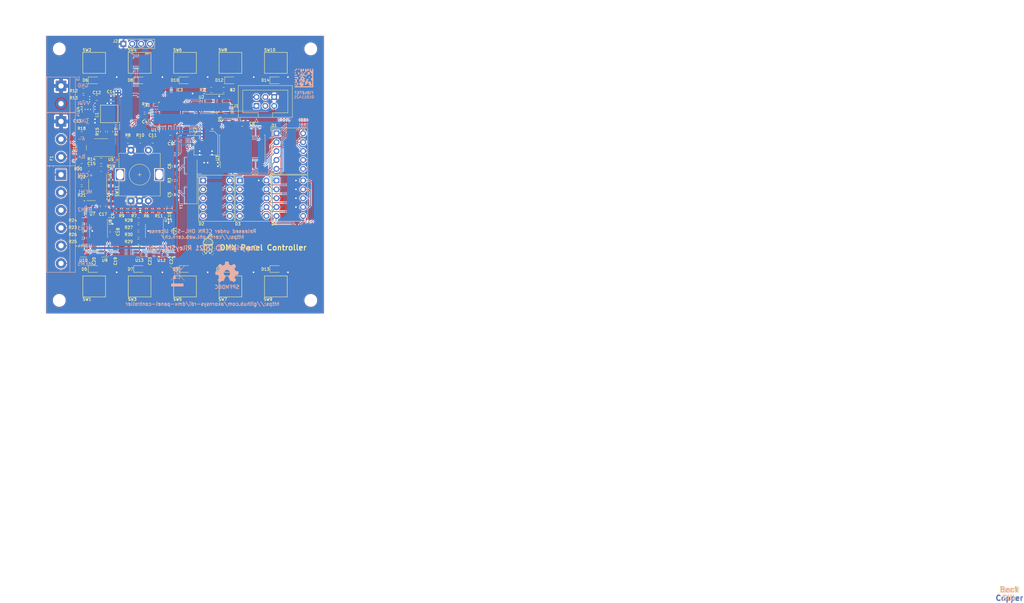
<source format=kicad_pcb>
(kicad_pcb (version 20171130) (host pcbnew 5.1.9-73d0e3b20d~88~ubuntu18.04.1)
  (title_block (title "DMX Panel Controller") (date 2021-04-11) (rev v1.0-rc1) (company "Akornsys R & D & I") (comment 1 https://github.com/akornsys-rdi/dmx-panel-controller) (comment 2 "Designed & drawn by: R. García") (comment 3 "PCBID: FtBk#?%?01011421") (comment 4 "Copyright © 2021 RileyStarlight, released under CERN OHL-S 2 License"))
  (layers (0 F.Cu signal) (31 B.Cu signal) (34 B.Paste user) (35 F.Paste user) (36 B.SilkS user) (37 F.SilkS user) (38 B.Mask user) (39 F.Mask user) (44 Edge.Cuts user))
  (net 0 "")
  (net 1 GND)
  (net 2 +5V)
  (net 3 /ENC_A)
  (net 4 /ENC_B)
  (net 5 /SW)
  (net 6 /SDA)
  (net 7 /SCL)
  (net 8 "Net-(C3-Pad1)")
  (net 9 /~RST)
  (net 10 "Net-(C4-Pad1)")
  (net 11 "Net-(C5-Pad1)")
  (net 12 /HID/COL1)
  (net 13 /HID/SEG_F)
  (net 14 /HID/SEG_G)
  (net 15 /HID/SEG_E)
  (net 16 /HID/SEG_D)
  (net 17 /HID/SEG_DP)
  (net 18 /HID/SEG_C)
  (net 19 /HID/SEG_B)
  (net 20 /HID/SEG_A)
  (net 21 /HID/COL2)
  (net 22 /HID/COL3)
  (net 23 /HID/COL4)
  (net 24 /HID/COL5)
  (net 25 /HID/COL6)
  (net 26 "Net-(F1-Pad2)")
  (net 27 /RX)
  (net 28 /TX)
  (net 29 "Net-(J4-Pad2)")
  (net 30 "Net-(J4-Pad3)")
  (net 31 "Net-(J5-Pad2)")
  (net 32 "Net-(J5-Pad3)")
  (net 33 "Net-(J5-Pad4)")
  (net 34 "Net-(J5-Pad5)")
  (net 35 "Net-(R7-Pad2)")
  (net 36 /HID/KEY1)
  (net 37 /HID/KEY2)
  (net 38 /DIR)
  (net 39 /MEM1)
  (net 40 /MEM2)
  (net 41 /MEM3)
  (net 42 /MEM4)
  (net 43 /MEM5)
  (net 44 "Net-(U1-Pad19)")
  (net 45 "Net-(U1-Pad22)")
  (net 46 "Net-(U1-Pad24)")
  (net 47 "Net-(U1-Pad25)")
  (net 48 "Net-(U1-Pad26)")
  (net 49 "Net-(U10-Pad2)")
  (net 50 +12V)
  (net 51 "Net-(J5-Pad6)")
  (net 52 "Net-(C6-Pad1)")
  (net 53 "Net-(C12-Pad2)")
  (net 54 "Net-(C12-Pad1)")
  (net 55 "Net-(U6-Pad7)")
  (net 56 "Net-(U11-Pad2)")
  (net 57 "Net-(U8-Pad1)")
  (net 58 "Net-(U11-Pad1)")
  (net 59 "Net-(U11-Pad7)")
  (net 60 /MISO)
  (net 61 /SCK)
  (net 62 /MOSI)
  (net 63 /~SS)
  (net 64 "Net-(R11-Pad1)")
  (net 65 "Net-(R10-Pad2)")
  (net 66 "Net-(R12-Pad2)")
  (net 67 "Net-(R15-Pad1)")
  (net 68 "Net-(R17-Pad1)")
  (net 69 "Net-(R19-Pad2)")
  (net 70 "Net-(R21-Pad1)")
  (net 71 "Net-(R23-Pad1)")
  (net 72 "Net-(R25-Pad1)")
  (net 73 "Net-(R27-Pad1)")
  (net 74 "Net-(R29-Pad1)")
  (module TB006-508:TB006-508-06xx (layer B.Cu) (at 4.5 40 270)
    (fp_text reference J5 (at -2.027 -4.898 90) (layer B.SilkS) (effects (font (size 0.8128 0.8128) (thickness 0.1524)) (justify mirror)))
    (fp_text value INPUT)
    (pad 6 thru_hole circle (at 25.4 0 270) (size 3 3) (drill 1.5) (layers *.Cu *.Mask) (net 51 "Net-(J5-Pad6)"))
    (pad 5 thru_hole circle (at 20.32 0 270) (size 3 3) (drill 1.5) (layers *.Cu *.Mask) (net 34 "Net-(J5-Pad5)"))
    (pad 4 thru_hole circle (at 15.24 0 270) (size 3 3) (drill 1.5) (layers *.Cu *.Mask) (net 33 "Net-(J5-Pad4)"))
    (pad 3 thru_hole circle (at 10.16 0 270) (size 3 3) (drill 1.5) (layers *.Cu *.Mask) (net 32 "Net-(J5-Pad3)"))
    (pad 2 thru_hole circle (at 5.08 0 270) (size 3 3) (drill 1.5) (layers *.Cu *.Mask) (net 31 "Net-(J5-Pad2)"))
    (pad 1 thru_hole rect (at 0 0 270) (size 3 3) (drill 1.5) (layers *.Cu *.Mask) (net 26 "Net-(F1-Pad2)"))
  )
  (module TB006-508:TB006-508-03xx (layer B.Cu) (at 4.5 24.76 270)
    (fp_text reference J4 (at -2.027 -4.898 90) (layer B.SilkS) (effects (font (size 0.8128 0.8128) (thickness 0.1524)) (justify mirror)))
    (fp_text value DMX)
    (pad 3 thru_hole circle (at 10.16 0 270) (size 3 3) (drill 1.5) (layers *.Cu *.Mask) (net 30 "Net-(J4-Pad3)"))
    (pad 2 thru_hole circle (at 5.08 0 270) (size 3 3) (drill 1.5) (layers *.Cu *.Mask) (net 29 "Net-(J4-Pad2)"))
    (pad 1 thru_hole rect (at 0 0 270) (size 2.999999 2.999999) (drill 1.5) (layers *.Cu *.Mask) (net 1 GND))
  )
  (module TB006-508:TB006-508-02xx (layer B.Cu) (at 4.5 14.6 270)
    (fp_text reference J3 (at -2.154 -4.898 90) (layer B.SilkS) (effects (font (size 0.8128 0.8128) (thickness 0.1524)) (justify mirror)))
    (fp_text value POWER)
    (pad 2 thru_hole circle (at 5.08 0 270) (size 2.999999 2.999999) (drill 1.5) (layers *.Cu *.Mask) (net 50 +12V))
    (pad 1 thru_hole rect (at 0 0 270) (size 2.999999 2.999999) (drill 1.5) (layers *.Cu *.Mask) (net 1 GND))
  )
  (module pcbid:dm-neg-6mm (layer B.Cu) (at 74.056 12.342 180)
    (fp_text reference G*** hide)
    (fp_text value LOGO hide)
  )
  (module akorn-logo:akorn-logo-small (layer F.Cu) (at 46.896 59.88)
    (fp_text reference G*** hide)
    (fp_text value LOGO hide)
  )
  (module Symbol:WEEE-Logo_4.2x6mm_SilkScreen (layer B.Cu) (at 37.784 69 180)
    (fp_text reference REF** hide)
    (fp_text value WEEE-Logo_4.2x6mm_SilkScreen hide)
  )
  (module Symbol:OSHW-Symbol_6.7x6mm_SilkScreen (layer B.Cu) (at 52.008 67.858 180)
    (fp_text reference REF** hide)
    (fp_text value OSHW-Symbol_6.7x6mm_SilkScreen hide)
  )
  (module Fiducial:Fiducial_1mm_Mask2mm (layer F.Cu) (at 47.879 37.084)
    (fp_text reference REF** hide)
    (fp_text value Fiducial_1mm_Mask2mm hide)
    (pad "" smd circle (at 0 0) (size 1 1) (layers F.Cu F.Mask) (clearance 0.5))
  )
  (module Fiducial:Fiducial_1mm_Mask2mm (layer F.Cu) (at 31.496 18.288)
    (fp_text reference REF** hide)
    (fp_text value Fiducial_1mm_Mask2mm hide)
    (pad "" smd circle (at 0 0) (size 1 1) (layers F.Cu F.Mask) (clearance 0.5))
  )
  (module Fiducial:Fiducial_1mm_Mask2mm (layer F.Cu) (at 76 9)
    (fp_text reference REF** hide)
    (fp_text value Fiducial_1mm_Mask2mm hide)
    (pad "" smd circle (at 0 0) (size 1 1) (layers F.Cu F.Mask) (clearance 0.5))
  )
  (module Fiducial:Fiducial_1mm_Mask2mm (layer F.Cu) (at 4 71)
    (fp_text reference REF** hide)
    (fp_text value Fiducial_1mm_Mask2mm hide)
    (pad "" smd circle (at 0 0) (size 1 1) (layers F.Cu F.Mask) (clearance 0.5))
  )
  (module Fiducial:Fiducial_1mm_Mask2mm (layer F.Cu) (at 4 9)
    (fp_text reference REF** hide)
    (fp_text value Fiducial_1mm_Mask2mm hide)
    (pad "" smd circle (at 0 0) (size 1 1) (layers F.Cu F.Mask) (clearance 0.5))
  )
  (module Rotary_Encoder:RotaryEncoder_Alps_EC11E-Switch_Vertical_H20mm (layer F.Cu) (at 24.5 47.5 90)
    (fp_text reference SW11 (at 2.796 -4.053 90) (layer F.SilkS) (effects (font (size 0.8128 0.8128) (thickness 0.1524))))
    (fp_text value Encoder)
    (pad S1 thru_hole circle (at 14.5 5 90) (size 2 2) (drill 1) (layers *.Cu *.Mask) (net 65 "Net-(R10-Pad2)"))
    (pad S2 thru_hole circle (at 14.5 0 90) (size 2 2) (drill 1) (layers *.Cu *.Mask) (net 1 GND))
    (pad MP thru_hole rect (at 7.5 8.1 90) (size 3.2 2.4) (drill oval 2.8 2) (layers *.Cu *.Mask))
    (pad MP thru_hole rect (at 7.5 -3.1 90) (size 3.2 2.4) (drill oval 2.8 2) (layers *.Cu *.Mask))
    (pad B thru_hole circle (at 0 5 90) (size 2 2) (drill 1) (layers *.Cu *.Mask) (net 64 "Net-(R11-Pad1)"))
    (pad C thru_hole circle (at 0 2.5 90) (size 2 2) (drill 1) (layers *.Cu *.Mask) (net 1 GND))
    (pad A thru_hole rect (at 0 0 90) (size 2 2) (drill 1) (layers *.Cu *.Mask) (net 35 "Net-(R7-Pad2)"))
  )
  (module Package_SO:SOP-20_7.5x12.8mm_P1.27mm (layer F.Cu) (at 56.388 32.512 90)
    (fp_text reference U3 (at -2.794 -7.112 90) (layer F.SilkS) (effects (font (size 0.8128 0.8128) (thickness 0.1524))))
    (fp_text value TM1637)
    (pad 20 smd roundrect (at 4.6 -5.715 90) (size 1.9 0.6) (layers F.Cu F.Paste F.Mask) (net 37 /HID/KEY2))
    (pad 19 smd roundrect (at 4.6 -4.445 90) (size 1.9 0.6) (layers F.Cu F.Paste F.Mask) (net 36 /HID/KEY1))
    (pad 18 smd roundrect (at 4.6 -3.175 90) (size 1.9 0.6) (layers F.Cu F.Paste F.Mask) (net 7 /SCL))
    (pad 17 smd roundrect (at 4.6 -1.905 90) (size 1.9 0.6) (layers F.Cu F.Paste F.Mask) (net 6 /SDA))
    (pad 16 smd roundrect (at 4.6 -0.635 90) (size 1.9 0.6) (layers F.Cu F.Paste F.Mask) (net 2 +5V))
    (pad 15 smd roundrect (at 4.6 0.635 90) (size 1.9 0.6) (layers F.Cu F.Paste F.Mask) (net 12 /HID/COL1))
    (pad 14 smd roundrect (at 4.6 1.905 90) (size 1.9 0.6) (layers F.Cu F.Paste F.Mask) (net 21 /HID/COL2))
    (pad 13 smd roundrect (at 4.6 3.175 90) (size 1.9 0.6) (layers F.Cu F.Paste F.Mask) (net 22 /HID/COL3))
    (pad 12 smd roundrect (at 4.6 4.445 90) (size 1.9 0.6) (layers F.Cu F.Paste F.Mask) (net 23 /HID/COL4))
    (pad 11 smd roundrect (at 4.6 5.715 90) (size 1.9 0.6) (layers F.Cu F.Paste F.Mask) (net 24 /HID/COL5))
    (pad 10 smd roundrect (at -4.6 5.715 90) (size 1.9 0.6) (layers F.Cu F.Paste F.Mask) (net 25 /HID/COL6))
    (pad 9 smd roundrect (at -4.6 4.445 90) (size 1.9 0.6) (layers F.Cu F.Paste F.Mask) (net 17 /HID/SEG_DP))
    (pad 8 smd roundrect (at -4.6 3.175 90) (size 1.9 0.6) (layers F.Cu F.Paste F.Mask) (net 14 /HID/SEG_G))
    (pad 7 smd roundrect (at -4.6 1.905 90) (size 1.9 0.6) (layers F.Cu F.Paste F.Mask) (net 13 /HID/SEG_F))
    (pad 6 smd roundrect (at -4.6 0.635 90) (size 1.9 0.6) (layers F.Cu F.Paste F.Mask) (net 15 /HID/SEG_E))
    (pad 5 smd roundrect (at -4.6 -0.635 90) (size 1.9 0.6) (layers F.Cu F.Paste F.Mask) (net 16 /HID/SEG_D))
    (pad 4 smd roundrect (at -4.6 -1.905 90) (size 1.9 0.6) (layers F.Cu F.Paste F.Mask) (net 18 /HID/SEG_C))
    (pad 3 smd roundrect (at -4.6 -3.175 90) (size 1.9 0.6) (layers F.Cu F.Paste F.Mask) (net 19 /HID/SEG_B))
    (pad 2 smd roundrect (at -4.6 -4.445 90) (size 1.9 0.6) (layers F.Cu F.Paste F.Mask) (net 20 /HID/SEG_A))
    (pad 1 smd roundrect (at -4.6 -5.715 90) (size 1.9 0.6) (layers F.Cu F.Paste F.Mask) (net 1 GND))
  )
  (module Display_7Segment:Sx39-1xxxxx (layer F.Cu) (at 66.19 28.17)
    (fp_text reference D1 (at -0.658 -2.262) (layer F.SilkS) (effects (font (size 0.8128 0.8128) (thickness 0.1524))))
    (fp_text value SA39-12EWA)
    (pad 1 thru_hole rect (at 0 0) (size 1.7 1.7) (drill 1) (layers *.Cu *.Mask) (net 12 /HID/COL1))
    (pad 2 thru_hole circle (at 0 2.54) (size 1.7 1.7) (drill 1) (layers *.Cu *.Mask) (net 13 /HID/SEG_F))
    (pad 3 thru_hole circle (at 0 5.08) (size 1.7 1.7) (drill 1) (layers *.Cu *.Mask) (net 14 /HID/SEG_G))
    (pad 4 thru_hole circle (at 0 7.62) (size 1.7 1.7) (drill 1) (layers *.Cu *.Mask) (net 15 /HID/SEG_E))
    (pad 5 thru_hole circle (at 0 10.16) (size 1.7 1.7) (drill 1) (layers *.Cu *.Mask) (net 16 /HID/SEG_D))
    (pad 6 thru_hole circle (at 7.62 10.16) (size 1.7 1.7) (drill 1) (layers *.Cu *.Mask) (net 12 /HID/COL1))
    (pad 7 thru_hole circle (at 7.62 7.62) (size 1.7 1.7) (drill 1) (layers *.Cu *.Mask) (net 17 /HID/SEG_DP))
    (pad 8 thru_hole circle (at 7.62 5.08) (size 1.7 1.7) (drill 1) (layers *.Cu *.Mask) (net 18 /HID/SEG_C))
    (pad 9 thru_hole circle (at 7.62 2.54) (size 1.7 1.7) (drill 1) (layers *.Cu *.Mask) (net 19 /HID/SEG_B))
    (pad 10 thru_hole circle (at 7.62 0) (size 1.7 1.7) (drill 1) (layers *.Cu *.Mask) (net 20 /HID/SEG_A))
  )
  (module Display_7Segment:Sx39-1xxxxx (layer F.Cu) (at 55.69 41.67)
    (fp_text reference D3 (at -0.572 12.432) (layer F.SilkS) (effects (font (size 0.8128 0.8128) (thickness 0.1524))))
    (fp_text value SA39-12EWA)
    (pad 1 thru_hole rect (at 0 0) (size 1.7 1.7) (drill 1) (layers *.Cu *.Mask) (net 22 /HID/COL3))
    (pad 2 thru_hole circle (at 0 2.54) (size 1.7 1.7) (drill 1) (layers *.Cu *.Mask) (net 13 /HID/SEG_F))
    (pad 3 thru_hole circle (at 0 5.08) (size 1.7 1.7) (drill 1) (layers *.Cu *.Mask) (net 14 /HID/SEG_G))
    (pad 4 thru_hole circle (at 0 7.62) (size 1.7 1.7) (drill 1) (layers *.Cu *.Mask) (net 15 /HID/SEG_E))
    (pad 5 thru_hole circle (at 0 10.16) (size 1.7 1.7) (drill 1) (layers *.Cu *.Mask) (net 16 /HID/SEG_D))
    (pad 6 thru_hole circle (at 7.62 10.16) (size 1.7 1.7) (drill 1) (layers *.Cu *.Mask) (net 22 /HID/COL3))
    (pad 7 thru_hole circle (at 7.62 7.62) (size 1.7 1.7) (drill 1) (layers *.Cu *.Mask) (net 17 /HID/SEG_DP))
    (pad 8 thru_hole circle (at 7.62 5.08) (size 1.7 1.7) (drill 1) (layers *.Cu *.Mask) (net 18 /HID/SEG_C))
    (pad 9 thru_hole circle (at 7.62 2.54) (size 1.7 1.7) (drill 1) (layers *.Cu *.Mask) (net 19 /HID/SEG_B))
    (pad 10 thru_hole circle (at 7.62 0) (size 1.7 1.7) (drill 1) (layers *.Cu *.Mask) (net 20 /HID/SEG_A))
  )
  (module MountingHole:MountingHole_3.2mm_M3_DIN965 (layer F.Cu) (at 4 76)
    (fp_text reference REF** hide)
    (fp_text value MountingHole_3.2mm_M3_DIN965 hide)
    (pad 1 np_thru_hole circle (at 0 0) (size 3.2 3.2) (drill 3.2) (layers *.Cu *.Mask))
  )
  (module MountingHole:MountingHole_3.2mm_M3_DIN965 (layer F.Cu) (at 76 76)
    (fp_text reference REF** hide)
    (fp_text value MountingHole_3.2mm_M3_DIN965 hide)
    (pad 1 np_thru_hole circle (at 0 0) (size 3.2 3.2) (drill 3.2) (layers *.Cu *.Mask))
  )
  (module MountingHole:MountingHole_3.2mm_M3_DIN965 (layer F.Cu) (at 76 4)
    (fp_text reference REF** hide)
    (fp_text value MountingHole_3.2mm_M3_DIN965 hide)
    (pad 1 np_thru_hole circle (at 0 0) (size 3.2 3.2) (drill 3.2) (layers *.Cu *.Mask))
  )
  (module MountingHole:MountingHole_3.2mm_M3_DIN965 (layer F.Cu) (at 4 4)
    (fp_text reference REF** hide)
    (fp_text value MountingHole_3.2mm_M3_DIN965 hide)
    (pad 1 np_thru_hole circle (at 0 0) (size 3.2 3.2) (drill 3.2) (layers *.Cu *.Mask))
  )
  (module Capacitor_SMD:C_0805_2012Metric (layer F.Cu) (at 35.814 29.464 180)
    (fp_text reference C1 (at 0 -1.68 180) (layer F.SilkS) (effects (font (size 0.8128 0.8128) (thickness 0.1524))))
    (fp_text value 100nF)
    (pad 2 smd roundrect (at 0.95 0 180) (size 1 1.45) (layers F.Cu F.Paste F.Mask) (net 1 GND))
    (pad 1 smd roundrect (at -0.95 0 180) (size 1 1.45) (layers F.Cu F.Paste F.Mask) (net 2 +5V))
  )
  (module Capacitor_SMD:C_0805_2012Metric (layer F.Cu) (at 28.448 23.368)
    (fp_text reference C4 (at 0 1.524 180) (layer F.SilkS) (effects (font (size 0.8128 0.8128) (thickness 0.1524))))
    (fp_text value 100nF)
    (pad 1 smd roundrect (at -0.95 0) (size 1 1.45) (layers F.Cu F.Paste F.Mask) (net 10 "Net-(C4-Pad1)"))
    (pad 2 smd roundrect (at 0.95 0) (size 1 1.45) (layers F.Cu F.Paste F.Mask) (net 9 /~RST))
  )
  (module Capacitor_SMD:C_0805_2012Metric (layer F.Cu) (at 37.084 45.72 270)
    (fp_text reference C5 (at 0 1.524 270) (layer F.SilkS) (effects (font (size 0.8128 0.8128) (thickness 0.1524))))
    (fp_text value 22pF)
    (pad 2 smd roundrect (at 0.95 0 270) (size 1 1.45) (layers F.Cu F.Paste F.Mask) (net 1 GND))
    (pad 1 smd roundrect (at -0.95 0 270) (size 1 1.45) (layers F.Cu F.Paste F.Mask) (net 11 "Net-(C5-Pad1)"))
  )
  (module Capacitor_SMD:C_0805_2012Metric (layer F.Cu) (at 37.084 37.592 90)
    (fp_text reference C6 (at 0 -1.524 270) (layer F.SilkS) (effects (font (size 0.8128 0.8128) (thickness 0.1524))))
    (fp_text value 22pF)
    (pad 1 smd roundrect (at -0.95 0 90) (size 1 1.45) (layers F.Cu F.Paste F.Mask) (net 52 "Net-(C6-Pad1)"))
    (pad 2 smd roundrect (at 0.95 0 90) (size 1 1.45) (layers F.Cu F.Paste F.Mask) (net 1 GND))
  )
  (module Display_7Segment:Sx39-1xxxxx (layer F.Cu) (at 45.19 41.67)
    (fp_text reference D2 (at -0.486 12.432) (layer F.SilkS) (effects (font (size 0.8128 0.8128) (thickness 0.1524))))
    (fp_text value SA39-12EWA)
    (pad 10 thru_hole circle (at 7.62 0) (size 1.7 1.7) (drill 1) (layers *.Cu *.Mask) (net 20 /HID/SEG_A))
    (pad 9 thru_hole circle (at 7.62 2.54) (size 1.7 1.7) (drill 1) (layers *.Cu *.Mask) (net 19 /HID/SEG_B))
    (pad 8 thru_hole circle (at 7.62 5.08) (size 1.7 1.7) (drill 1) (layers *.Cu *.Mask) (net 18 /HID/SEG_C))
    (pad 7 thru_hole circle (at 7.62 7.62) (size 1.7 1.7) (drill 1) (layers *.Cu *.Mask) (net 17 /HID/SEG_DP))
    (pad 6 thru_hole circle (at 7.62 10.16) (size 1.7 1.7) (drill 1) (layers *.Cu *.Mask) (net 21 /HID/COL2))
    (pad 5 thru_hole circle (at 0 10.16) (size 1.7 1.7) (drill 1) (layers *.Cu *.Mask) (net 16 /HID/SEG_D))
    (pad 4 thru_hole circle (at 0 7.62) (size 1.7 1.7) (drill 1) (layers *.Cu *.Mask) (net 15 /HID/SEG_E))
    (pad 3 thru_hole circle (at 0 5.08) (size 1.7 1.7) (drill 1) (layers *.Cu *.Mask) (net 14 /HID/SEG_G))
    (pad 2 thru_hole circle (at 0 2.54) (size 1.7 1.7) (drill 1) (layers *.Cu *.Mask) (net 13 /HID/SEG_F))
    (pad 1 thru_hole rect (at 0 0) (size 1.7 1.7) (drill 1) (layers *.Cu *.Mask) (net 21 /HID/COL2))
  )
  (module Display_7Segment:Sx39-1xxxxx (layer F.Cu) (at 66.19 41.67)
    (fp_text reference D4 (at -0.658 12.432) (layer F.SilkS) (effects (font (size 0.8128 0.8128) (thickness 0.1524))))
    (fp_text value SA39-12EWA)
    (pad 10 thru_hole circle (at 7.62 0) (size 1.7 1.7) (drill 1) (layers *.Cu *.Mask) (net 20 /HID/SEG_A))
    (pad 9 thru_hole circle (at 7.62 2.54) (size 1.7 1.7) (drill 1) (layers *.Cu *.Mask) (net 19 /HID/SEG_B))
    (pad 8 thru_hole circle (at 7.62 5.08) (size 1.7 1.7) (drill 1) (layers *.Cu *.Mask) (net 18 /HID/SEG_C))
    (pad 7 thru_hole circle (at 7.62 7.62) (size 1.7 1.7) (drill 1) (layers *.Cu *.Mask) (net 17 /HID/SEG_DP))
    (pad 6 thru_hole circle (at 7.62 10.16) (size 1.7 1.7) (drill 1) (layers *.Cu *.Mask) (net 23 /HID/COL4))
    (pad 5 thru_hole circle (at 0 10.16) (size 1.7 1.7) (drill 1) (layers *.Cu *.Mask) (net 16 /HID/SEG_D))
    (pad 4 thru_hole circle (at 0 7.62) (size 1.7 1.7) (drill 1) (layers *.Cu *.Mask) (net 15 /HID/SEG_E))
    (pad 3 thru_hole circle (at 0 5.08) (size 1.7 1.7) (drill 1) (layers *.Cu *.Mask) (net 14 /HID/SEG_G))
    (pad 2 thru_hole circle (at 0 2.54) (size 1.7 1.7) (drill 1) (layers *.Cu *.Mask) (net 13 /HID/SEG_F))
    (pad 1 thru_hole rect (at 0 0) (size 1.7 1.7) (drill 1) (layers *.Cu *.Mask) (net 23 /HID/COL4))
  )
  (module LED_SMD:LED_0805_2012Metric (layer F.Cu) (at 14 67)
    (fp_text reference D5 (at -2.824 0.056) (layer F.SilkS) (effects (font (size 0.8128 0.8128) (thickness 0.1524))))
    (fp_text value RED)
    (pad 2 smd roundrect (at 0.9375 0) (size 0.975 1.4) (layers F.Cu F.Paste F.Mask) (net 24 /HID/COL5))
    (pad 1 smd roundrect (at -0.9375 0) (size 0.975 1.4) (layers F.Cu F.Paste F.Mask) (net 20 /HID/SEG_A))
  )
  (module LED_SMD:LED_0805_2012Metric (layer F.Cu) (at 14 13)
    (fp_text reference D6 (at -2.57 -0.046) (layer F.SilkS) (effects (font (size 0.8128 0.8128) (thickness 0.1524))))
    (fp_text value YELLOW)
    (pad 1 smd roundrect (at -0.9375 0) (size 0.975 1.4) (layers F.Cu F.Paste F.Mask) (net 20 /HID/SEG_A))
    (pad 2 smd roundrect (at 0.9375 0) (size 0.975 1.4) (layers F.Cu F.Paste F.Mask) (net 25 /HID/COL6))
  )
  (module LED_SMD:LED_0805_2012Metric (layer F.Cu) (at 27 67)
    (fp_text reference D7 (at -2.616 0.056) (layer F.SilkS) (effects (font (size 0.8128 0.8128) (thickness 0.1524))))
    (fp_text value GREEN)
    (pad 1 smd roundrect (at -0.9375 0) (size 0.975 1.4) (layers F.Cu F.Paste F.Mask) (net 19 /HID/SEG_B))
    (pad 2 smd roundrect (at 0.9375 0) (size 0.975 1.4) (layers F.Cu F.Paste F.Mask) (net 24 /HID/COL5))
  )
  (module LED_SMD:LED_0805_2012Metric (layer F.Cu) (at 27 13)
    (fp_text reference D8 (at -2.616 -0.046) (layer F.SilkS) (effects (font (size 0.8128 0.8128) (thickness 0.1524))))
    (fp_text value YELLOW)
    (pad 2 smd roundrect (at 0.9375 0) (size 0.975 1.4) (layers F.Cu F.Paste F.Mask) (net 25 /HID/COL6))
    (pad 1 smd roundrect (at -0.9375 0) (size 0.975 1.4) (layers F.Cu F.Paste F.Mask) (net 19 /HID/SEG_B))
  )
  (module LED_SMD:LED_0805_2012Metric (layer F.Cu) (at 40 67)
    (fp_text reference D9 (at -2.662 0.056) (layer F.SilkS) (effects (font (size 0.8128 0.8128) (thickness 0.1524))))
    (fp_text value BLUE)
    (pad 1 smd roundrect (at -0.9375 0) (size 0.975 1.4) (layers F.Cu F.Paste F.Mask) (net 18 /HID/SEG_C))
    (pad 2 smd roundrect (at 0.9375 0) (size 0.975 1.4) (layers F.Cu F.Paste F.Mask) (net 24 /HID/COL5))
  )
  (module LED_SMD:LED_0805_2012Metric (layer F.Cu) (at 40 13)
    (fp_text reference D10 (at -2.916 -0.046) (layer F.SilkS) (effects (font (size 0.8128 0.8128) (thickness 0.1524))))
    (fp_text value YELLOW)
    (pad 2 smd roundrect (at 0.9375 0) (size 0.975 1.4) (layers F.Cu F.Paste F.Mask) (net 25 /HID/COL6))
    (pad 1 smd roundrect (at -0.9375 0) (size 0.975 1.4) (layers F.Cu F.Paste F.Mask) (net 18 /HID/SEG_C))
  )
  (module LED_SMD:LED_0805_2012Metric (layer F.Cu) (at 53 67)
    (fp_text reference D11 (at -2.962 0.056) (layer F.SilkS) (effects (font (size 0.8128 0.8128) (thickness 0.1524))))
    (fp_text value WHITE)
    (pad 1 smd roundrect (at -0.9375 0) (size 0.975 1.4) (layers F.Cu F.Paste F.Mask) (net 16 /HID/SEG_D))
    (pad 2 smd roundrect (at 0.9375 0) (size 0.975 1.4) (layers F.Cu F.Paste F.Mask) (net 24 /HID/COL5))
  )
  (module LED_SMD:LED_0805_2012Metric (layer F.Cu) (at 53 13)
    (fp_text reference D12 (at -3.216 -0.046) (layer F.SilkS) (effects (font (size 0.8128 0.8128) (thickness 0.1524))))
    (fp_text value YELLOW)
    (pad 2 smd roundrect (at 0.9375 0) (size 0.975 1.4) (layers F.Cu F.Paste F.Mask) (net 25 /HID/COL6))
    (pad 1 smd roundrect (at -0.9375 0) (size 0.975 1.4) (layers F.Cu F.Paste F.Mask) (net 16 /HID/SEG_D))
  )
  (module LED_SMD:LED_0805_2012Metric (layer F.Cu) (at 66 67)
    (fp_text reference D13 (at -3.008 0.056) (layer F.SilkS) (effects (font (size 0.8128 0.8128) (thickness 0.1524))))
    (fp_text value YELLOW)
    (pad 1 smd roundrect (at -0.9375 0) (size 0.975 1.4) (layers F.Cu F.Paste F.Mask) (net 15 /HID/SEG_E))
    (pad 2 smd roundrect (at 0.9375 0) (size 0.975 1.4) (layers F.Cu F.Paste F.Mask) (net 24 /HID/COL5))
  )
  (module LED_SMD:LED_0805_2012Metric (layer F.Cu) (at 66 13)
    (fp_text reference D14 (at -3.008 -0.046) (layer F.SilkS) (effects (font (size 0.8128 0.8128) (thickness 0.1524))))
    (fp_text value YELLOW)
    (pad 2 smd roundrect (at 0.9375 0) (size 0.975 1.4) (layers F.Cu F.Paste F.Mask) (net 25 /HID/COL6))
    (pad 1 smd roundrect (at -0.9375 0) (size 0.975 1.4) (layers F.Cu F.Paste F.Mask) (net 15 /HID/SEG_E))
  )
  (module Resistor_SMD:R_0805_2012Metric (layer F.Cu) (at 28.448 21.336)
    (fp_text reference R1 (at 0 -1.524 180) (layer F.SilkS) (effects (font (size 0.8128 0.8128) (thickness 0.1524))))
    (fp_text value 10k)
    (pad 2 smd roundrect (at 0.9125 0) (size 1.025 1.4) (layers F.Cu F.Paste F.Mask) (roundrect_rratio 0.2439014634146341) (net 9 /~RST))
    (pad 1 smd roundrect (at -0.9125 0) (size 1.025 1.4) (layers F.Cu F.Paste F.Mask) (roundrect_rratio 0.2439014634146341) (net 2 +5V))
  )
  (module Resistor_SMD:R_0805_2012Metric (layer F.Cu) (at 37.084 41.656 90)
    (fp_text reference R3 (at 0 -1.524 270) (layer F.SilkS) (effects (font (size 0.8128 0.8128) (thickness 0.1524))))
    (fp_text value 1M)
    (pad 1 smd roundrect (at -0.9125 0 90) (size 1.025 1.4) (layers F.Cu F.Paste F.Mask) (roundrect_rratio 0.2439014634146341) (net 11 "Net-(C5-Pad1)"))
    (pad 2 smd roundrect (at 0.9125 0 90) (size 1.025 1.4) (layers F.Cu F.Paste F.Mask) (roundrect_rratio 0.2439014634146341) (net 52 "Net-(C6-Pad1)"))
  )
  (module Resistor_SMD:R_0805_2012Metric (layer F.Cu) (at 53.594 24.13 270)
    (fp_text reference R4 (at -2.54 0 90) (layer F.SilkS) (effects (font (size 0.8128 0.8128) (thickness 0.1524))))
    (fp_text value 10k)
    (pad 2 smd roundrect (at 0.9125 0 270) (size 1.025 1.4) (layers F.Cu F.Paste F.Mask) (roundrect_rratio 0.2439014634146341) (net 6 /SDA))
    (pad 1 smd roundrect (at -0.9125 0 270) (size 1.025 1.4) (layers F.Cu F.Paste F.Mask) (roundrect_rratio 0.2439014634146341) (net 2 +5V))
  )
  (module Resistor_SMD:R_0805_2012Metric (layer F.Cu) (at 51.562 24.13 270)
    (fp_text reference R5 (at 0 1.524 90) (layer F.SilkS) (effects (font (size 0.8128 0.8128) (thickness 0.1524))))
    (fp_text value 10k)
    (pad 1 smd roundrect (at -0.9125 0 270) (size 1.025 1.4) (layers F.Cu F.Paste F.Mask) (roundrect_rratio 0.2439014634146341) (net 2 +5V))
    (pad 2 smd roundrect (at 0.9125 0 270) (size 1.025 1.4) (layers F.Cu F.Paste F.Mask) (roundrect_rratio 0.2439014634146341) (net 7 /SCL))
  )
  (module Resistor_SMD:R_0805_2012Metric (layer F.Cu) (at 28.956 50.292)
    (fp_text reference R6 (at 0 1.524) (layer F.SilkS) (effects (font (size 0.8128 0.8128) (thickness 0.1524))))
    (fp_text value 10k)
    (pad 2 smd roundrect (at 0.9125 0) (size 1.025 1.4) (layers F.Cu F.Paste F.Mask) (roundrect_rratio 0.2439014634146341) (net 64 "Net-(R11-Pad1)"))
    (pad 1 smd roundrect (at -0.9125 0) (size 1.025 1.4) (layers F.Cu F.Paste F.Mask) (roundrect_rratio 0.2439014634146341) (net 2 +5V))
  )
  (module Resistor_SMD:R_0805_2012Metric (layer F.Cu) (at 25.4 50.292 180)
    (fp_text reference R7 (at 0 -1.524) (layer F.SilkS) (effects (font (size 0.8128 0.8128) (thickness 0.1524))))
    (fp_text value 10k)
    (pad 1 smd roundrect (at -0.9125 0 180) (size 1.025 1.4) (layers F.Cu F.Paste F.Mask) (roundrect_rratio 0.2439014634146341) (net 2 +5V))
    (pad 2 smd roundrect (at 0.9125 0 180) (size 1.025 1.4) (layers F.Cu F.Paste F.Mask) (roundrect_rratio 0.2439014634146341) (net 35 "Net-(R7-Pad2)"))
  )
  (module Resistor_SMD:R_0805_2012Metric (layer F.Cu) (at 23.622 30.226)
    (fp_text reference R8 (at 0 -1.524) (layer F.SilkS) (effects (font (size 0.8128 0.8128) (thickness 0.1524))))
    (fp_text value 10k)
    (pad 1 smd roundrect (at -0.9125 0) (size 1.025 1.4) (layers F.Cu F.Paste F.Mask) (roundrect_rratio 0.2439014634146341) (net 2 +5V))
    (pad 2 smd roundrect (at 0.9125 0) (size 1.025 1.4) (layers F.Cu F.Paste F.Mask) (roundrect_rratio 0.2439014634146341) (net 65 "Net-(R10-Pad2)"))
  )
  (module Resistor_SMD:R_0805_2012Metric (layer F.Cu) (at 21.844 50.292 180)
    (fp_text reference R9 (at 0 -1.524) (layer F.SilkS) (effects (font (size 0.8128 0.8128) (thickness 0.1524))))
    (fp_text value 10k)
    (pad 2 smd roundrect (at 0.9125 0 180) (size 1.025 1.4) (layers F.Cu F.Paste F.Mask) (roundrect_rratio 0.2439014634146341) (net 3 /ENC_A))
    (pad 1 smd roundrect (at -0.9125 0 180) (size 1.025 1.4) (layers F.Cu F.Paste F.Mask) (roundrect_rratio 0.2439014634146341) (net 35 "Net-(R7-Pad2)"))
  )
  (module Capacitor_SMD:C_0805_2012Metric (layer F.Cu) (at 36.068 15.748 180)
    (fp_text reference C3 (at -2.54 0 180) (layer F.SilkS) (effects (font (size 0.8128 0.8128) (thickness 0.1524))))
    (fp_text value 100nF)
    (pad 1 smd roundrect (at -0.95 0 180) (size 1 1.45) (layers F.Cu F.Paste F.Mask) (net 8 "Net-(C3-Pad1)"))
    (pad 2 smd roundrect (at 0.95 0 180) (size 1 1.45) (layers F.Cu F.Paste F.Mask) (net 1 GND))
  )
  (module Capacitor_SMD:CP_Elec_6.3x5.4 (layer F.Cu) (at 45.974 30.988 270)
    (fp_text reference C7 (at -3.81 3.048 270) (layer F.SilkS) (effects (font (size 0.8128 0.8128) (thickness 0.1524))))
    (fp_text value 220µF)
    (pad 1 smd roundrect (at -2.8 0 270) (size 3.500001 1.6) (layers F.Cu F.Paste F.Mask) (roundrect_rratio 0.156) (net 2 +5V))
    (pad 2 smd roundrect (at 2.8 0 270) (size 3.500001 1.6) (layers F.Cu F.Paste F.Mask) (roundrect_rratio 0.156) (net 1 GND))
  )
  (module Capacitor_SMD:C_0805_2012Metric (layer F.Cu) (at 56.388 25.4)
    (fp_text reference C8 (at 2.794 0 180) (layer F.SilkS) (effects (font (size 0.8128 0.8128) (thickness 0.1524))))
    (fp_text value 100nF)
    (pad 1 smd roundrect (at -0.95 0) (size 1 1.45) (layers F.Cu F.Paste F.Mask) (net 2 +5V))
    (pad 2 smd roundrect (at 0.95 0) (size 1 1.45) (layers F.Cu F.Paste F.Mask) (net 1 GND))
  )
  (module Capacitor_SMD:C_0805_2012Metric (layer F.Cu) (at 18.796 49.276 90)
    (fp_text reference C9 (at -2.54 0.508 90) (layer F.SilkS) (effects (font (size 0.8128 0.8128) (thickness 0.1524))))
    (fp_text value 10nF)
    (pad 1 smd roundrect (at -0.95 0 90) (size 1 1.45) (layers F.Cu F.Paste F.Mask) (net 3 /ENC_A))
    (pad 2 smd roundrect (at 0.95 0 90) (size 1 1.45) (layers F.Cu F.Paste F.Mask) (net 1 GND))
  )
  (module Capacitor_SMD:C_0805_2012Metric (layer F.Cu) (at 35.56 49.276 90)
    (fp_text reference C10 (at -2.54 0 90) (layer F.SilkS) (effects (font (size 0.8128 0.8128) (thickness 0.1524))))
    (fp_text value 10nF)
    (pad 2 smd roundrect (at 0.95 0 90) (size 1 1.45) (layers F.Cu F.Paste F.Mask) (net 1 GND))
    (pad 1 smd roundrect (at -0.95 0 90) (size 1 1.45) (layers F.Cu F.Paste F.Mask) (net 4 /ENC_B))
  )
  (module Capacitor_SMD:C_0805_2012Metric (layer F.Cu) (at 30.734 30.226)
    (fp_text reference C11 (at 0 -1.524) (layer F.SilkS) (effects (font (size 0.8128 0.8128) (thickness 0.1524))))
    (fp_text value 10nF)
    (pad 2 smd roundrect (at 0.95 0) (size 1 1.45) (layers F.Cu F.Paste F.Mask) (net 1 GND))
    (pad 1 smd roundrect (at -0.95 0) (size 1 1.45) (layers F.Cu F.Paste F.Mask) (net 5 /SW))
  )
  (module Capacitor_SMD:C_0805_2012Metric (layer F.Cu) (at 14.732 18.034 180)
    (fp_text reference C12 (at 0 1.524 180) (layer F.SilkS) (effects (font (size 0.8128 0.8128) (thickness 0.1524))))
    (fp_text value 100nF)
    (pad 2 smd roundrect (at 0.95 0 180) (size 1 1.45) (layers F.Cu F.Paste F.Mask) (net 53 "Net-(C12-Pad2)"))
    (pad 1 smd roundrect (at -0.95 0 180) (size 1 1.45) (layers F.Cu F.Paste F.Mask) (net 54 "Net-(C12-Pad1)"))
  )
  (module Capacitor_SMD:C_0805_2012Metric (layer F.Cu) (at 12.192 24.638)
    (fp_text reference C13 (at -3.048 0 180) (layer F.SilkS) (effects (font (size 0.8128 0.8128) (thickness 0.1524))))
    (fp_text value 4.7µF)
    (pad 1 smd roundrect (at -0.95 0) (size 1 1.45) (layers F.Cu F.Paste F.Mask) (net 50 +12V))
    (pad 2 smd roundrect (at 0.95 0) (size 1 1.45) (layers F.Cu F.Paste F.Mask) (net 1 GND))
  )
  (module Capacitor_SMD:C_1206_3216Metric (layer F.Cu) (at 19.05 18.034 180)
    (fp_text reference C14 (at 0.254 1.778 180) (layer F.SilkS) (effects (font (size 0.8128 0.8128) (thickness 0.1524))))
    (fp_text value 15µF)
    (pad 1 smd roundrect (at -1.475 0 180) (size 1.15 1.8) (layers F.Cu F.Paste F.Mask) (roundrect_rratio 0.217) (net 2 +5V))
    (pad 2 smd roundrect (at 1.475 0 180) (size 1.15 1.8) (layers F.Cu F.Paste F.Mask) (roundrect_rratio 0.217) (net 1 GND))
  )
  (module Capacitor_SMD:C_0805_2012Metric (layer F.Cu) (at 16.002 36.068)
    (fp_text reference C15 (at -2.794 0.762 180) (layer F.SilkS) (effects (font (size 0.8128 0.8128) (thickness 0.1524))))
    (fp_text value 100nF)
    (pad 2 smd roundrect (at 0.95 0) (size 1 1.45) (layers F.Cu F.Paste F.Mask) (net 1 GND))
    (pad 1 smd roundrect (at -0.95 0) (size 1 1.45) (layers F.Cu F.Paste F.Mask) (net 2 +5V))
  )
  (module Capacitor_SMD:C_0805_2012Metric (layer F.Cu) (at 18.796 43.18 90)
    (fp_text reference C16 (at -3.048 -0.762 90) (layer F.SilkS) (effects (font (size 0.8128 0.8128) (thickness 0.1524))))
    (fp_text value 100nF)
    (pad 2 smd roundrect (at 0.95 0 90) (size 1 1.45) (layers F.Cu F.Paste F.Mask) (net 1 GND))
    (pad 1 smd roundrect (at -0.95 0 90) (size 1 1.45) (layers F.Cu F.Paste F.Mask) (net 2 +5V))
  )
  (module Capacitor_SMD:C_0805_2012Metric (layer F.Cu) (at 16.51 49.022 270)
    (fp_text reference C17 (at 2.286 0 180) (layer F.SilkS) (effects (font (size 0.8128 0.8128) (thickness 0.1524))))
    (fp_text value 100nF)
    (pad 1 smd roundrect (at -0.95 0 270) (size 1 1.45) (layers F.Cu F.Paste F.Mask) (net 2 +5V))
    (pad 2 smd roundrect (at 0.95 0 270) (size 1 1.45) (layers F.Cu F.Paste F.Mask) (net 1 GND))
  )
  (module Capacitor_SMD:C_0805_2012Metric (layer F.Cu) (at 19.304 56.388 90)
    (fp_text reference C18 (at 0 1.524 90) (layer F.SilkS) (effects (font (size 0.8128 0.8128) (thickness 0.1524))))
    (fp_text value 100nF)
    (pad 2 smd roundrect (at 0.95 0 90) (size 1 1.45) (layers F.Cu F.Paste F.Mask) (net 1 GND))
    (pad 1 smd roundrect (at -0.95 0 90) (size 1 1.45) (layers F.Cu F.Paste F.Mask) (net 2 +5V))
  )
  (module Capacitor_SMD:C_0805_2012Metric (layer F.Cu) (at 20.066 61.976 270)
    (fp_text reference C19 (at 2.794 0 90) (layer F.SilkS) (effects (font (size 0.8128 0.8128) (thickness 0.1524))))
    (fp_text value 100nF)
    (pad 2 smd roundrect (at 0.95 0 270) (size 1 1.45) (layers F.Cu F.Paste F.Mask) (net 1 GND))
    (pad 1 smd roundrect (at -0.95 0 270) (size 1 1.45) (layers F.Cu F.Paste F.Mask) (net 2 +5V))
  )
  (module Capacitor_SMD:C_0805_2012Metric (layer F.Cu) (at 13.97 61.976 270)
    (fp_text reference C20 (at 2.794 0 90) (layer F.SilkS) (effects (font (size 0.8128 0.8128) (thickness 0.1524))))
    (fp_text value 100nF)
    (pad 1 smd roundrect (at -0.95 0 270) (size 1 1.45) (layers F.Cu F.Paste F.Mask) (net 2 +5V))
    (pad 2 smd roundrect (at 0.95 0 270) (size 1 1.45) (layers F.Cu F.Paste F.Mask) (net 1 GND))
  )
  (module Capacitor_SMD:C_0805_2012Metric (layer F.Cu) (at 35.306 56.134 90)
    (fp_text reference C21 (at 0 1.778 90) (layer F.SilkS) (effects (font (size 0.8128 0.8128) (thickness 0.1524))))
    (fp_text value 100nF)
    (pad 1 smd roundrect (at -0.95 0 90) (size 1 1.45) (layers F.Cu F.Paste F.Mask) (net 2 +5V))
    (pad 2 smd roundrect (at 0.95 0 90) (size 1 1.45) (layers F.Cu F.Paste F.Mask) (net 1 GND))
  )
  (module Capacitor_SMD:C_0805_2012Metric (layer F.Cu) (at 36.068 61.976 270)
    (fp_text reference C22 (at 2.54 0 90) (layer F.SilkS) (effects (font (size 0.8128 0.8128) (thickness 0.1524))))
    (fp_text value 100nF)
    (pad 2 smd roundrect (at 0.95 0 270) (size 1 1.45) (layers F.Cu F.Paste F.Mask) (net 1 GND))
    (pad 1 smd roundrect (at -0.95 0 270) (size 1 1.45) (layers F.Cu F.Paste F.Mask) (net 2 +5V))
  )
  (module Capacitor_SMD:C_0805_2012Metric (layer F.Cu) (at 29.972 61.976 270)
    (fp_text reference C23 (at 2.794 0 90) (layer F.SilkS) (effects (font (size 0.8128 0.8128) (thickness 0.1524))))
    (fp_text value 100nF)
    (pad 1 smd roundrect (at -0.95 0 270) (size 1 1.45) (layers F.Cu F.Paste F.Mask) (net 2 +5V))
    (pad 2 smd roundrect (at 0.95 0 270) (size 1 1.45) (layers F.Cu F.Paste F.Mask) (net 1 GND))
  )
  (module Resistor_SMD:R_0603_1608Metric (layer F.Cu) (at 1.778 37.592 270)
    (fp_text reference F1 (at -2.286 0 270) (layer F.SilkS) (effects (font (size 0.8128 0.8128) (thickness 0.1524))))
    (fp_text value 20mA)
    (pad 1 smd roundrect (at -0.825 0 270) (size 0.8 0.95) (layers F.Cu F.Paste F.Mask) (net 50 +12V))
    (pad 2 smd roundrect (at 0.825 0 270) (size 0.8 0.95) (layers F.Cu F.Paste F.Mask) (net 26 "Net-(F1-Pad2)"))
  )
  (module Connector_IDC:IDC-Header_2x03_P2.54mm_Vertical (layer F.Cu) (at 60.452 20.32 90)
    (fp_text reference J1 (at 0 -5.842) (layer F.SilkS) (effects (font (size 0.8128 0.8128) (thickness 0.1524))))
    (fp_text value ISP)
    (pad 1 thru_hole roundrect (at 0 0 90) (size 1.7 1.7) (drill 1) (layers *.Cu *.Mask) (roundrect_rratio 0.1470588235294118) (net 60 /MISO))
    (pad 3 thru_hole circle (at 0 2.54 90) (size 1.7 1.7) (drill 1) (layers *.Cu *.Mask) (net 61 /SCK))
    (pad 5 thru_hole circle (at 0 5.08 90) (size 1.7 1.7) (drill 1) (layers *.Cu *.Mask) (net 9 /~RST))
    (pad 2 thru_hole circle (at 2.54 0 90) (size 1.7 1.7) (drill 1) (layers *.Cu *.Mask) (net 2 +5V))
    (pad 4 thru_hole circle (at 2.54 2.54 90) (size 1.7 1.7) (drill 1) (layers *.Cu *.Mask) (net 62 /MOSI))
    (pad 6 thru_hole circle (at 2.54 5.08 90) (size 1.7 1.7) (drill 1) (layers *.Cu *.Mask) (net 1 GND))
  )
  (module Connector_PinSocket_2.54mm:PinSocket_1x04_P2.54mm_Vertical (layer F.Cu) (at 22.352 2.54 90)
    (fp_text reference J2 (at 0.762 -2.286) (layer F.SilkS) (effects (font (size 0.8128 0.8128) (thickness 0.1524))))
    (fp_text value DEBUG)
    (pad 1 thru_hole rect (at 0 0 90) (size 1.7 1.7) (drill 1) (layers *.Cu *.Mask) (net 1 GND))
    (pad 2 thru_hole oval (at 0 2.54 90) (size 1.7 1.7) (drill 1) (layers *.Cu *.Mask) (net 27 /RX))
    (pad 3 thru_hole oval (at 0 5.08 90) (size 1.7 1.7) (drill 1) (layers *.Cu *.Mask) (net 28 /TX))
    (pad 4 thru_hole oval (at 0 7.62 90) (size 1.7 1.7) (drill 1) (layers *.Cu *.Mask) (net 10 "Net-(C4-Pad1)"))
  )
  (module Resistor_SMD:R_0805_2012Metric (layer F.Cu) (at 27.178 30.226 180)
    (fp_text reference R10 (at 0 1.524) (layer F.SilkS) (effects (font (size 0.8128 0.8128) (thickness 0.1524))))
    (fp_text value 10k)
    (pad 2 smd roundrect (at 0.9125 0 180) (size 1.025 1.4) (layers F.Cu F.Paste F.Mask) (roundrect_rratio 0.2439014634146341) (net 65 "Net-(R10-Pad2)"))
    (pad 1 smd roundrect (at -0.9125 0 180) (size 1.025 1.4) (layers F.Cu F.Paste F.Mask) (roundrect_rratio 0.2439014634146341) (net 5 /SW))
  )
  (module Resistor_SMD:R_0805_2012Metric (layer F.Cu) (at 32.512 50.292)
    (fp_text reference R11 (at 0 1.524) (layer F.SilkS) (effects (font (size 0.8128 0.8128) (thickness 0.1524))))
    (fp_text value 10k)
    (pad 1 smd roundrect (at -0.9125 0) (size 1.025 1.4) (layers F.Cu F.Paste F.Mask) (roundrect_rratio 0.2439014634146341) (net 64 "Net-(R11-Pad1)"))
    (pad 2 smd roundrect (at 0.9125 0) (size 1.025 1.4) (layers F.Cu F.Paste F.Mask) (roundrect_rratio 0.2439014634146341) (net 4 /ENC_B))
  )
  (module Resistor_SMD:R_0805_2012Metric (layer F.Cu) (at 10.922 16.002 180)
    (fp_text reference R12 (at 2.794 0 180) (layer F.SilkS) (effects (font (size 0.8128 0.8128) (thickness 0.1524))))
    (fp_text value 88k7)
    (pad 1 smd roundrect (at -0.9125 0 180) (size 1.025 1.4) (layers F.Cu F.Paste F.Mask) (roundrect_rratio 0.2439014634146341) (net 2 +5V))
    (pad 2 smd roundrect (at 0.9125 0 180) (size 1.025 1.4) (layers F.Cu F.Paste F.Mask) (roundrect_rratio 0.2439014634146341) (net 66 "Net-(R12-Pad2)"))
  )
  (module Resistor_SMD:R_0805_2012Metric (layer F.Cu) (at 10.922 18.034)
    (fp_text reference R13 (at -2.794 0 180) (layer F.SilkS) (effects (font (size 0.8128 0.8128) (thickness 0.1524))))
    (fp_text value 22k1)
    (pad 1 smd roundrect (at -0.9125 0) (size 1.025 1.4) (layers F.Cu F.Paste F.Mask) (roundrect_rratio 0.2439014634146341) (net 66 "Net-(R12-Pad2)"))
    (pad 2 smd roundrect (at 0.9125 0) (size 1.025 1.4) (layers F.Cu F.Paste F.Mask) (roundrect_rratio 0.244) (net 1 GND))
  )
  (module Resistor_SMD:R_0805_2012Metric (layer F.Cu) (at 16.51 27.686 90)
    (fp_text reference R15 (at 0 -1.65 270) (layer F.SilkS) (effects (font (size 0.8128 0.8128) (thickness 0.1524))))
    (fp_text value 1k)
    (pad 2 smd roundrect (at 0.9125 0 90) (size 1.025 1.4) (layers F.Cu F.Paste F.Mask) (roundrect_rratio 0.2439014634146341) (net 27 /RX))
    (pad 1 smd roundrect (at -0.9125 0 90) (size 1.025 1.4) (layers F.Cu F.Paste F.Mask) (roundrect_rratio 0.2439014634146341) (net 67 "Net-(R15-Pad1)"))
  )
  (module Resistor_SMD:R_1210_3225Metric (layer F.Cu) (at 10.414 32.258 270)
    (fp_text reference R16 (at 0 2.032 90) (layer F.SilkS) (effects (font (size 0.8128 0.8128) (thickness 0.1524))))
    (fp_text value 120R)
    (pad 1 smd roundrect (at -1.4625 0 270) (size 1.125 2.65) (layers F.Cu F.Paste F.Mask) (roundrect_rratio 0.2222213333333333) (net 29 "Net-(J4-Pad2)"))
    (pad 2 smd roundrect (at 1.4625 0 270) (size 1.125 2.65) (layers F.Cu F.Paste F.Mask) (roundrect_rratio 0.2222213333333333) (net 30 "Net-(J4-Pad3)"))
  )
  (module Resistor_SMD:R_0805_2012Metric (layer F.Cu) (at 18.542 27.686 90)
    (fp_text reference R17 (at 0 1.778 270) (layer F.SilkS) (effects (font (size 0.8128 0.8128) (thickness 0.1524))))
    (fp_text value 1k)
    (pad 1 smd roundrect (at -0.9125 0 90) (size 1.025 1.4) (layers F.Cu F.Paste F.Mask) (roundrect_rratio 0.2439014634146341) (net 68 "Net-(R17-Pad1)"))
    (pad 2 smd roundrect (at 0.9125 0 90) (size 1.025 1.4) (layers F.Cu F.Paste F.Mask) (roundrect_rratio 0.2439014634146341) (net 28 /TX))
  )
  (module Resistor_SMD:R_0805_2012Metric (layer F.Cu) (at 16.002 38.354 180)
    (fp_text reference R19 (at -2.794 0.762) (layer F.SilkS) (effects (font (size 0.8128 0.8128) (thickness 0.1524))))
    (fp_text value 10k)
    (pad 1 smd roundrect (at -0.9125 0 180) (size 1.025 1.4) (layers F.Cu F.Paste F.Mask) (roundrect_rratio 0.2439014634146341) (net 2 +5V))
    (pad 2 smd roundrect (at 0.9125 0 180) (size 1.025 1.4) (layers F.Cu F.Paste F.Mask) (roundrect_rratio 0.2439014634146341) (net 69 "Net-(R19-Pad2)"))
  )
  (module Resistor_SMD:R_0805_2012Metric (layer F.Cu) (at 12.446 38.354 180)
    (fp_text reference R20 (at 3.048 0) (layer F.SilkS) (effects (font (size 0.8128 0.8128) (thickness 0.1524))))
    (fp_text value 4k7)
    (pad 2 smd roundrect (at 0.9125 0 180) (size 1.025 1.4) (layers F.Cu F.Paste F.Mask) (roundrect_rratio 0.2439014634146341) (net 1 GND))
    (pad 1 smd roundrect (at -0.9125 0 180) (size 1.025 1.4) (layers F.Cu F.Paste F.Mask) (roundrect_rratio 0.2439014634146341) (net 69 "Net-(R19-Pad2)"))
  )
  (module Resistor_SMD:R_0805_2012Metric (layer F.Cu) (at 10.414 44.196 180)
    (fp_text reference R21 (at 0 -1.65) (layer F.SilkS) (effects (font (size 0.8128 0.8128) (thickness 0.1524))))
    (fp_text value 47k)
    (pad 1 smd roundrect (at -0.9125 0 180) (size 1.025 1.4) (layers F.Cu F.Paste F.Mask) (roundrect_rratio 0.2439014634146341) (net 70 "Net-(R21-Pad1)"))
    (pad 2 smd roundrect (at 0.9125 0 180) (size 1.025 1.4) (layers F.Cu F.Paste F.Mask) (roundrect_rratio 0.2439014634146341) (net 31 "Net-(J5-Pad2)"))
  )
  (module Resistor_SMD:R_0805_2012Metric (layer F.Cu) (at 10.414 42.164 180)
    (fp_text reference R22 (at 0 1.524) (layer F.SilkS) (effects (font (size 0.8128 0.8128) (thickness 0.1524))))
    (fp_text value 10k)
    (pad 2 smd roundrect (at 0.9125 0 180) (size 1.025 1.4) (layers F.Cu F.Paste F.Mask) (roundrect_rratio 0.2439014634146341) (net 1 GND))
    (pad 1 smd roundrect (at -0.9125 0 180) (size 1.025 1.4) (layers F.Cu F.Paste F.Mask) (roundrect_rratio 0.2439014634146341) (net 70 "Net-(R21-Pad1)"))
  )
  (module Resistor_SMD:R_0805_2012Metric (layer F.Cu) (at 10.668 55.118 180)
    (fp_text reference R23 (at 2.794 0) (layer F.SilkS) (effects (font (size 0.8128 0.8128) (thickness 0.1524))))
    (fp_text value 47k)
    (pad 2 smd roundrect (at 0.9125 0 180) (size 1.025 1.4) (layers F.Cu F.Paste F.Mask) (roundrect_rratio 0.2439014634146341) (net 32 "Net-(J5-Pad3)"))
    (pad 1 smd roundrect (at -0.9125 0 180) (size 1.025 1.4) (layers F.Cu F.Paste F.Mask) (roundrect_rratio 0.2439014634146341) (net 71 "Net-(R23-Pad1)"))
  )
  (module Resistor_SMD:R_0805_2012Metric (layer F.Cu) (at 10.668 53.086 180)
    (fp_text reference R24 (at 2.794 0) (layer F.SilkS) (effects (font (size 0.8128 0.8128) (thickness 0.1524))))
    (fp_text value 10k)
    (pad 1 smd roundrect (at -0.9125 0 180) (size 1.025 1.4) (layers F.Cu F.Paste F.Mask) (roundrect_rratio 0.2439014634146341) (net 71 "Net-(R23-Pad1)"))
    (pad 2 smd roundrect (at 0.9125 0 180) (size 1.025 1.4) (layers F.Cu F.Paste F.Mask) (roundrect_rratio 0.2439014634146341) (net 1 GND))
  )
  (module Resistor_SMD:R_0805_2012Metric (layer F.Cu) (at 10.668 59.182 180)
    (fp_text reference R25 (at 2.794 0) (layer F.SilkS) (effects (font (size 0.8128 0.8128) (thickness 0.1524))))
    (fp_text value 47k)
    (pad 2 smd roundrect (at 0.9125 0 180) (size 1.025 1.4) (layers F.Cu F.Paste F.Mask) (roundrect_rratio 0.2439014634146341) (net 33 "Net-(J5-Pad4)"))
    (pad 1 smd roundrect (at -0.9125 0 180) (size 1.025 1.4) (layers F.Cu F.Paste F.Mask) (roundrect_rratio 0.2439014634146341) (net 72 "Net-(R25-Pad1)"))
  )
  (module Resistor_SMD:R_0805_2012Metric (layer F.Cu) (at 10.668 57.15 180)
    (fp_text reference R26 (at 2.794 0) (layer F.SilkS) (effects (font (size 0.8128 0.8128) (thickness 0.1524))))
    (fp_text value 10k)
    (pad 2 smd roundrect (at 0.9125 0 180) (size 1.025 1.4) (layers F.Cu F.Paste F.Mask) (roundrect_rratio 0.2439014634146341) (net 1 GND))
    (pad 1 smd roundrect (at -0.9125 0 180) (size 1.025 1.4) (layers F.Cu F.Paste F.Mask) (roundrect_rratio 0.2439014634146341) (net 72 "Net-(R25-Pad1)"))
  )
  (module Resistor_SMD:R_0805_2012Metric (layer F.Cu) (at 26.67 55.118 180)
    (fp_text reference R27 (at 2.794 0) (layer F.SilkS) (effects (font (size 0.8128 0.8128) (thickness 0.1524))))
    (fp_text value 47k)
    (pad 1 smd roundrect (at -0.9125 0 180) (size 1.025 1.4) (layers F.Cu F.Paste F.Mask) (roundrect_rratio 0.2439014634146341) (net 73 "Net-(R27-Pad1)"))
    (pad 2 smd roundrect (at 0.9125 0 180) (size 1.025 1.4) (layers F.Cu F.Paste F.Mask) (roundrect_rratio 0.2439014634146341) (net 34 "Net-(J5-Pad5)"))
  )
  (module Resistor_SMD:R_0805_2012Metric (layer F.Cu) (at 26.67 53.086 180)
    (fp_text reference R28 (at 2.794 0) (layer F.SilkS) (effects (font (size 0.8128 0.8128) (thickness 0.1524))))
    (fp_text value 10k)
    (pad 2 smd roundrect (at 0.9125 0 180) (size 1.025 1.4) (layers F.Cu F.Paste F.Mask) (roundrect_rratio 0.2439014634146341) (net 1 GND))
    (pad 1 smd roundrect (at -0.9125 0 180) (size 1.025 1.4) (layers F.Cu F.Paste F.Mask) (roundrect_rratio 0.2439014634146341) (net 73 "Net-(R27-Pad1)"))
  )
  (module Resistor_SMD:R_0805_2012Metric (layer F.Cu) (at 26.67 59.182 180)
    (fp_text reference R29 (at 2.794 0) (layer F.SilkS) (effects (font (size 0.8128 0.8128) (thickness 0.1524))))
    (fp_text value 47k)
    (pad 1 smd roundrect (at -0.9125 0 180) (size 1.025 1.4) (layers F.Cu F.Paste F.Mask) (roundrect_rratio 0.2439014634146341) (net 74 "Net-(R29-Pad1)"))
    (pad 2 smd roundrect (at 0.9125 0 180) (size 1.025 1.4) (layers F.Cu F.Paste F.Mask) (roundrect_rratio 0.2439014634146341) (net 51 "Net-(J5-Pad6)"))
  )
  (module Resistor_SMD:R_0805_2012Metric (layer F.Cu) (at 26.67 57.15 180)
    (fp_text reference R30 (at 2.794 0) (layer F.SilkS) (effects (font (size 0.8128 0.8128) (thickness 0.1524))))
    (fp_text value 10k)
    (pad 2 smd roundrect (at 0.9125 0 180) (size 1.025 1.4) (layers F.Cu F.Paste F.Mask) (roundrect_rratio 0.2439014634146341) (net 1 GND))
    (pad 1 smd roundrect (at -0.9125 0 180) (size 1.025 1.4) (layers F.Cu F.Paste F.Mask) (roundrect_rratio 0.2439014634146341) (net 74 "Net-(R29-Pad1)"))
  )
  (module Package_QFP:TQFP-32_7x7mm_P0.8mm (layer F.Cu) (at 36.068 22.86 90)
    (fp_text reference U1 (at -4.318 -4.953) (layer F.SilkS) (effects (font (size 0.8128 0.8128) (thickness 0.1524))))
    (fp_text value ATmega328P-AU)
    (pad 1 smd rect (at -4.25 -2.8 90) (size 1.6 0.55) (layers F.Cu F.Paste F.Mask) (net 4 /ENC_B))
    (pad 2 smd rect (at -4.25 -2 90) (size 1.6 0.55) (layers F.Cu F.Paste F.Mask) (net 5 /SW))
    (pad 3 smd rect (at -4.25 -1.2 90) (size 1.6 0.55) (layers F.Cu F.Paste F.Mask) (net 1 GND))
    (pad 4 smd rect (at -4.25 -0.4 90) (size 1.6 0.55) (layers F.Cu F.Paste F.Mask) (net 2 +5V))
    (pad 5 smd rect (at -4.25 0.4 90) (size 1.6 0.55) (layers F.Cu F.Paste F.Mask) (net 1 GND))
    (pad 6 smd rect (at -4.25 1.2 90) (size 1.6 0.55) (layers F.Cu F.Paste F.Mask) (net 2 +5V))
    (pad 7 smd rect (at -4.25 2 90) (size 1.6 0.55) (layers F.Cu F.Paste F.Mask) (net 11 "Net-(C5-Pad1)"))
    (pad 8 smd rect (at -4.25 2.8 90) (size 1.6 0.55) (layers F.Cu F.Paste F.Mask) (net 52 "Net-(C6-Pad1)"))
    (pad 9 smd rect (at -2.8 4.25 180) (size 1.6 0.55) (layers F.Cu F.Paste F.Mask) (net 38 /DIR))
    (pad 10 smd rect (at -2 4.25 180) (size 1.6 0.55) (layers F.Cu F.Paste F.Mask) (net 39 /MEM1))
    (pad 11 smd rect (at -1.2 4.25 180) (size 1.6 0.55) (layers F.Cu F.Paste F.Mask) (net 40 /MEM2))
    (pad 12 smd rect (at -0.4 4.25 180) (size 1.6 0.55) (layers F.Cu F.Paste F.Mask) (net 41 /MEM3))
    (pad 13 smd rect (at 0.4 4.25 180) (size 1.6 0.55) (layers F.Cu F.Paste F.Mask) (net 42 /MEM4))
    (pad 14 smd rect (at 1.2 4.25 180) (size 1.6 0.55) (layers F.Cu F.Paste F.Mask) (net 43 /MEM5))
    (pad 15 smd rect (at 2 4.25 180) (size 1.6 0.55) (layers F.Cu F.Paste F.Mask) (net 62 /MOSI))
    (pad 16 smd rect (at 2.8 4.25 180) (size 1.6 0.55) (layers F.Cu F.Paste F.Mask) (net 60 /MISO))
    (pad 17 smd rect (at 4.25 2.8 90) (size 1.6 0.55) (layers F.Cu F.Paste F.Mask) (net 61 /SCK))
    (pad 18 smd rect (at 4.25 2 90) (size 1.6 0.55) (layers F.Cu F.Paste F.Mask) (net 2 +5V))
    (pad 19 smd rect (at 4.25 1.2 90) (size 1.6 0.55) (layers F.Cu F.Paste F.Mask) (net 44 "Net-(U1-Pad19)"))
    (pad 20 smd rect (at 4.25 0.4 90) (size 1.6 0.55) (layers F.Cu F.Paste F.Mask) (net 8 "Net-(C3-Pad1)"))
    (pad 21 smd rect (at 4.25 -0.4 90) (size 1.6 0.55) (layers F.Cu F.Paste F.Mask) (net 1 GND))
    (pad 22 smd rect (at 4.25 -1.2 90) (size 1.6 0.55) (layers F.Cu F.Paste F.Mask) (net 45 "Net-(U1-Pad22)"))
    (pad 23 smd rect (at 4.25 -2 90) (size 1.6 0.55) (layers F.Cu F.Paste F.Mask) (net 63 /~SS))
    (pad 24 smd rect (at 4.25 -2.8 90) (size 1.6 0.55) (layers F.Cu F.Paste F.Mask) (net 46 "Net-(U1-Pad24)"))
    (pad 25 smd rect (at 2.8 -4.25 180) (size 1.6 0.55) (layers F.Cu F.Paste F.Mask) (net 47 "Net-(U1-Pad25)"))
    (pad 26 smd rect (at 2 -4.25 180) (size 1.6 0.55) (layers F.Cu F.Paste F.Mask) (net 48 "Net-(U1-Pad26)"))
    (pad 27 smd rect (at 1.2 -4.25 180) (size 1.6 0.55) (layers F.Cu F.Paste F.Mask) (net 6 /SDA))
    (pad 28 smd rect (at 0.4 -4.25 180) (size 1.6 0.55) (layers F.Cu F.Paste F.Mask) (net 7 /SCL))
    (pad 29 smd rect (at -0.4 -4.25 180) (size 1.6 0.55) (layers F.Cu F.Paste F.Mask) (net 9 /~RST))
    (pad 30 smd rect (at -1.2 -4.25 180) (size 1.6 0.55) (layers F.Cu F.Paste F.Mask) (net 27 /RX))
    (pad 31 smd rect (at -2 -4.25 180) (size 1.6 0.55) (layers F.Cu F.Paste F.Mask) (net 28 /TX))
    (pad 32 smd rect (at -2.8 -4.25 180) (size 1.6 0.55) (layers F.Cu F.Paste F.Mask) (net 3 /ENC_A))
  )
  (module Package_TO_SOT_SMD:SOT-23-6 (layer F.Cu) (at 12.192 21.336 270)
    (fp_text reference U4 (at 0 2.794 90) (layer F.SilkS) (effects (font (size 0.8128 0.8128) (thickness 0.1524))))
    (fp_text value TPS560430)
    (pad 1 smd rect (at -1.1 -0.95 270) (size 1.06 0.65) (layers F.Cu F.Paste F.Mask) (net 53 "Net-(C12-Pad2)"))
    (pad 2 smd rect (at -1.1 0 270) (size 1.06 0.65) (layers F.Cu F.Paste F.Mask) (net 1 GND))
    (pad 3 smd rect (at -1.1 0.95 270) (size 1.06 0.65) (layers F.Cu F.Paste F.Mask) (net 66 "Net-(R12-Pad2)"))
    (pad 4 smd rect (at 1.1 0.95 270) (size 1.06 0.65) (layers F.Cu F.Paste F.Mask) (net 50 +12V))
    (pad 6 smd rect (at 1.1 -0.95 270) (size 1.06 0.65) (layers F.Cu F.Paste F.Mask) (net 54 "Net-(C12-Pad1)"))
    (pad 5 smd rect (at 1.1 0 270) (size 1.06 0.65) (layers F.Cu F.Paste F.Mask) (net 50 +12V))
  )
  (module Package_SO:SOIC-8_3.9x4.9mm_P1.27mm (layer F.Cu) (at 16.002 32.258 180)
    (fp_text reference U5 (at -2.794 -3.4 180) (layer F.SilkS) (effects (font (size 0.8128 0.8128) (thickness 0.1524))))
    (fp_text value SN65HVD82)
    (pad 1 smd roundrect (at -2.475 -1.905 180) (size 1.95 0.6) (layers F.Cu F.Paste F.Mask) (net 67 "Net-(R15-Pad1)"))
    (pad 2 smd roundrect (at -2.475 -0.635 180) (size 1.95 0.6) (layers F.Cu F.Paste F.Mask) (net 38 /DIR))
    (pad 3 smd roundrect (at -2.475 0.635 180) (size 1.95 0.6) (layers F.Cu F.Paste F.Mask) (net 38 /DIR))
    (pad 4 smd roundrect (at -2.475 1.905 180) (size 1.95 0.6) (layers F.Cu F.Paste F.Mask) (net 68 "Net-(R17-Pad1)"))
    (pad 5 smd roundrect (at 2.475 1.905 180) (size 1.95 0.6) (layers F.Cu F.Paste F.Mask) (net 1 GND))
    (pad 6 smd roundrect (at 2.475 0.635 180) (size 1.95 0.6) (layers F.Cu F.Paste F.Mask) (net 29 "Net-(J4-Pad2)"))
    (pad 7 smd roundrect (at 2.475 -0.635 180) (size 1.95 0.6) (layers F.Cu F.Paste F.Mask) (net 30 "Net-(J4-Pad3)"))
    (pad 8 smd roundrect (at 2.475 -1.905 180) (size 1.95 0.6) (layers F.Cu F.Paste F.Mask) (net 2 +5V))
  )
  (module Package_SO:SOIC-8_3.9x4.9mm_P1.27mm (layer F.Cu) (at 14.986 43.18 270)
    (fp_text reference U6 (at -2.794 -3.556 90) (layer F.SilkS) (effects (font (size 0.8128 0.8128) (thickness 0.1524))))
    (fp_text value LM358)
    (pad 8 smd roundrect (at 2.475 -1.905 270) (size 1.95 0.6) (layers F.Cu F.Paste F.Mask) (net 2 +5V))
    (pad 7 smd roundrect (at 2.475 -0.635 270) (size 1.95 0.6) (layers F.Cu F.Paste F.Mask) (net 55 "Net-(U6-Pad7)"))
    (pad 6 smd roundrect (at 2.475 0.635 270) (size 1.95 0.6) (layers F.Cu F.Paste F.Mask) (net 56 "Net-(U11-Pad2)"))
    (pad 5 smd roundrect (at 2.475 1.905 270) (size 1.95 0.6) (layers F.Cu F.Paste F.Mask) (net 70 "Net-(R21-Pad1)"))
    (pad 4 smd roundrect (at -2.475 1.905 270) (size 1.95 0.6) (layers F.Cu F.Paste F.Mask) (net 1 GND))
    (pad 3 smd roundrect (at -2.475 0.635 270) (size 1.95 0.6) (layers F.Cu F.Paste F.Mask) (net 69 "Net-(R19-Pad2)"))
    (pad 2 smd roundrect (at -2.475 -0.635 270) (size 1.95 0.6) (layers F.Cu F.Paste F.Mask) (net 56 "Net-(U11-Pad2)"))
    (pad 1 smd roundrect (at -2.475 -1.905 270) (size 1.95 0.6) (layers F.Cu F.Paste F.Mask) (net 56 "Net-(U11-Pad2)"))
  )
  (module Package_TO_SOT_SMD:SOT-23-5 (layer F.Cu) (at 13.462 49.022)
    (fp_text reference U7 (at 0 2.286 180) (layer F.SilkS) (effects (font (size 0.8128 0.8128) (thickness 0.1524))))
    (fp_text value 74LVC1G17)
    (pad 1 smd rect (at -1.1 -0.95) (size 1.06 0.65) (layers F.Cu F.Paste F.Mask))
    (pad 2 smd rect (at -1.1 0) (size 1.06 0.65) (layers F.Cu F.Paste F.Mask) (net 55 "Net-(U6-Pad7)"))
    (pad 3 smd rect (at -1.1 0.95) (size 1.06 0.65) (layers F.Cu F.Paste F.Mask) (net 1 GND))
    (pad 4 smd rect (at 1.1 0.95) (size 1.06 0.65) (layers F.Cu F.Paste F.Mask) (net 39 /MEM1))
    (pad 5 smd rect (at 1.1 -0.95) (size 1.06 0.65) (layers F.Cu F.Paste F.Mask) (net 2 +5V))
  )
  (module Package_SO:SOIC-8_3.9x4.9mm_P1.27mm (layer F.Cu) (at 15.24 56.134 270)
    (fp_text reference U8 (at -2.54 -3.4 90) (layer F.SilkS) (effects (font (size 0.8128 0.8128) (thickness 0.1524))))
    (fp_text value LM358)
    (pad 8 smd roundrect (at 2.475 -1.905 270) (size 1.95 0.6) (layers F.Cu F.Paste F.Mask) (net 2 +5V))
    (pad 7 smd roundrect (at 2.475 -0.635 270) (size 1.95 0.6) (layers F.Cu F.Paste F.Mask) (net 49 "Net-(U10-Pad2)"))
    (pad 6 smd roundrect (at 2.475 0.635 270) (size 1.95 0.6) (layers F.Cu F.Paste F.Mask) (net 56 "Net-(U11-Pad2)"))
    (pad 5 smd roundrect (at 2.475 1.905 270) (size 1.95 0.6) (layers F.Cu F.Paste F.Mask) (net 72 "Net-(R25-Pad1)"))
    (pad 4 smd roundrect (at -2.475 1.905 270) (size 1.95 0.6) (layers F.Cu F.Paste F.Mask) (net 1 GND))
    (pad 3 smd roundrect (at -2.475 0.635 270) (size 1.95 0.6) (layers F.Cu F.Paste F.Mask) (net 71 "Net-(R23-Pad1)"))
    (pad 2 smd roundrect (at -2.475 -0.635 270) (size 1.95 0.6) (layers F.Cu F.Paste F.Mask) (net 56 "Net-(U11-Pad2)"))
    (pad 1 smd roundrect (at -2.475 -1.905 270) (size 1.95 0.6) (layers F.Cu F.Paste F.Mask) (net 57 "Net-(U8-Pad1)"))
  )
  (module Package_TO_SOT_SMD:SOT-23-5 (layer F.Cu) (at 17.018 61.976)
    (fp_text reference U9 (at 0 2.54) (layer F.SilkS) (effects (font (size 0.8128 0.8128) (thickness 0.1524))))
    (fp_text value 74LVC1G17)
    (pad 5 smd rect (at 1.1 -0.95) (size 1.06 0.65) (layers F.Cu F.Paste F.Mask) (net 2 +5V))
    (pad 4 smd rect (at 1.1 0.95) (size 1.06 0.65) (layers F.Cu F.Paste F.Mask) (net 40 /MEM2))
    (pad 3 smd rect (at -1.1 0.95) (size 1.06 0.65) (layers F.Cu F.Paste F.Mask) (net 1 GND))
    (pad 2 smd rect (at -1.1 0) (size 1.06 0.65) (layers F.Cu F.Paste F.Mask) (net 57 "Net-(U8-Pad1)"))
    (pad 1 smd rect (at -1.1 -0.95) (size 1.06 0.65) (layers F.Cu F.Paste F.Mask))
  )
  (module Package_TO_SOT_SMD:SOT-23-5 (layer F.Cu) (at 10.922 61.976)
    (fp_text reference U10 (at 0 2.54) (layer F.SilkS) (effects (font (size 0.8128 0.8128) (thickness 0.1524))))
    (fp_text value 74LVC1G17)
    (pad 1 smd rect (at -1.1 -0.95) (size 1.06 0.65) (layers F.Cu F.Paste F.Mask))
    (pad 2 smd rect (at -1.1 0) (size 1.06 0.65) (layers F.Cu F.Paste F.Mask) (net 49 "Net-(U10-Pad2)"))
    (pad 3 smd rect (at -1.1 0.95) (size 1.06 0.65) (layers F.Cu F.Paste F.Mask) (net 1 GND))
    (pad 4 smd rect (at 1.1 0.95) (size 1.06 0.65) (layers F.Cu F.Paste F.Mask) (net 41 /MEM3))
    (pad 5 smd rect (at 1.1 -0.95) (size 1.06 0.65) (layers F.Cu F.Paste F.Mask) (net 2 +5V))
  )
  (module Package_SO:SOIC-8_3.9x4.9mm_P1.27mm (layer F.Cu) (at 31.242 56.134 270)
    (fp_text reference U11 (at -3.048 -4.064 180) (layer F.SilkS) (effects (font (size 0.8128 0.8128) (thickness 0.1524))))
    (fp_text value LM358)
    (pad 1 smd roundrect (at -2.475 -1.905 270) (size 1.95 0.6) (layers F.Cu F.Paste F.Mask) (net 58 "Net-(U11-Pad1)"))
    (pad 2 smd roundrect (at -2.475 -0.635 270) (size 1.95 0.6) (layers F.Cu F.Paste F.Mask) (net 56 "Net-(U11-Pad2)"))
    (pad 3 smd roundrect (at -2.475 0.635 270) (size 1.95 0.6) (layers F.Cu F.Paste F.Mask) (net 73 "Net-(R27-Pad1)"))
    (pad 4 smd roundrect (at -2.475 1.905 270) (size 1.95 0.6) (layers F.Cu F.Paste F.Mask) (net 1 GND))
    (pad 5 smd roundrect (at 2.475 1.905 270) (size 1.95 0.6) (layers F.Cu F.Paste F.Mask) (net 74 "Net-(R29-Pad1)"))
    (pad 6 smd roundrect (at 2.475 0.635 270) (size 1.95 0.6) (layers F.Cu F.Paste F.Mask) (net 56 "Net-(U11-Pad2)"))
    (pad 7 smd roundrect (at 2.475 -0.635 270) (size 1.95 0.6) (layers F.Cu F.Paste F.Mask) (net 59 "Net-(U11-Pad7)"))
    (pad 8 smd roundrect (at 2.475 -1.905 270) (size 1.95 0.6) (layers F.Cu F.Paste F.Mask) (net 2 +5V))
  )
  (module Package_TO_SOT_SMD:SOT-23-5 (layer F.Cu) (at 33.02 61.976)
    (fp_text reference U12 (at 0.254 2.54) (layer F.SilkS) (effects (font (size 0.8128 0.8128) (thickness 0.1524))))
    (fp_text value 74LVC1G17)
    (pad 1 smd rect (at -1.1 -0.95) (size 1.06 0.65) (layers F.Cu F.Paste F.Mask))
    (pad 2 smd rect (at -1.1 0) (size 1.06 0.65) (layers F.Cu F.Paste F.Mask) (net 58 "Net-(U11-Pad1)"))
    (pad 3 smd rect (at -1.1 0.95) (size 1.06 0.65) (layers F.Cu F.Paste F.Mask) (net 1 GND))
    (pad 4 smd rect (at 1.1 0.95) (size 1.06 0.65) (layers F.Cu F.Paste F.Mask) (net 42 /MEM4))
    (pad 5 smd rect (at 1.1 -0.95) (size 1.06 0.65) (layers F.Cu F.Paste F.Mask) (net 2 +5V))
  )
  (module Package_TO_SOT_SMD:SOT-23-5 (layer F.Cu) (at 26.924 61.976)
    (fp_text reference U13 (at 0 2.54) (layer F.SilkS) (effects (font (size 0.8128 0.8128) (thickness 0.1524))))
    (fp_text value 74LVC1G17)
    (pad 5 smd rect (at 1.1 -0.95) (size 1.06 0.65) (layers F.Cu F.Paste F.Mask) (net 2 +5V))
    (pad 4 smd rect (at 1.1 0.95) (size 1.06 0.65) (layers F.Cu F.Paste F.Mask) (net 43 /MEM5))
    (pad 3 smd rect (at -1.1 0.95) (size 1.06 0.65) (layers F.Cu F.Paste F.Mask) (net 1 GND))
    (pad 2 smd rect (at -1.1 0) (size 1.06 0.65) (layers F.Cu F.Paste F.Mask) (net 59 "Net-(U11-Pad7)"))
    (pad 1 smd rect (at -1.1 -0.95) (size 1.06 0.65) (layers F.Cu F.Paste F.Mask))
  )
  (module Crystal:Crystal_SMD_HC49-SD (layer F.Cu) (at 40.894 41.656 90)
    (fp_text reference Y1 (at -7.493 -2.032 270) (layer F.SilkS) (effects (font (size 0.8128 0.8128) (thickness 0.1524))))
    (fp_text value 16MHz)
    (pad 1 smd rect (at -4.25 0 90) (size 4.5 2) (layers F.Cu F.Paste F.Mask) (net 11 "Net-(C5-Pad1)"))
    (pad 2 smd rect (at 4.25 0 90) (size 4.5 2) (layers F.Cu F.Paste F.Mask) (net 52 "Net-(C6-Pad1)"))
  )
  (module SRN5020:SRN5020 (layer F.Cu) (at 18.288 22.606 180)
    (fp_text reference L1 (at 3.556 -0.254 90) (layer F.SilkS) (effects (font (size 0.8128 0.8128) (thickness 0.1524))))
    (fp_text value 18µH)
    (pad 1 smd rect (at 2.05 0 180) (size 2 4.700001) (layers F.Cu F.Paste F.Mask) (net 54 "Net-(C12-Pad1)"))
    (pad 2 smd rect (at -2.05 0 180) (size 2 4.700001) (layers F.Cu F.Paste F.Mask) (net 2 +5V))
  )
  (module Resistor_SMD:R_0805_2012Metric (layer F.Cu) (at 10.414 36.068 180)
    (fp_text reference R14 (at -2.794 0.508) (layer F.SilkS) (effects (font (size 0.8128 0.8128) (thickness 0.1524))))
    (fp_text value 560R)
    (pad 2 smd roundrect (at 0.9125 0 180) (size 1.025 1.4) (layers F.Cu F.Paste F.Mask) (roundrect_rratio 0.2439014634146341) (net 29 "Net-(J4-Pad2)"))
    (pad 1 smd roundrect (at -0.9125 0 180) (size 1.025 1.4) (layers F.Cu F.Paste F.Mask) (roundrect_rratio 0.2439014634146341) (net 2 +5V))
  )
  (module Resistor_SMD:R_0805_2012Metric (layer F.Cu) (at 10.414 28.448)
    (fp_text reference R18 (at 0 -1.65) (layer F.SilkS) (effects (font (size 0.8128 0.8128) (thickness 0.1524))))
    (fp_text value 560R)
    (pad 1 smd roundrect (at -0.9125 0) (size 1.025 1.4) (layers F.Cu F.Paste F.Mask) (roundrect_rratio 0.2439014634146341) (net 30 "Net-(J4-Pad3)"))
    (pad 2 smd roundrect (at 0.9125 0) (size 1.025 1.4) (layers F.Cu F.Paste F.Mask) (roundrect_rratio 0.2439014634146341) (net 1 GND))
  )
  (module Capacitor_SMD:C_0805_2012Metric (layer F.Cu) (at 51.054 15.748)
    (fp_text reference C2 (at 2.54 0) (layer F.SilkS) (effects (font (size 0.8128 0.8128) (thickness 0.1524))))
    (fp_text value 100nF)
    (pad 1 smd roundrect (at -0.95 0) (size 1 1.45) (layers F.Cu F.Paste F.Mask) (net 2 +5V))
    (pad 2 smd roundrect (at 0.95 0) (size 1 1.45) (layers F.Cu F.Paste F.Mask) (net 1 GND))
  )
  (module Package_SO:SOIC-8_3.9x4.9mm_P1.27mm (layer F.Cu) (at 49.276 19.558)
    (fp_text reference U2 (at -4.572 -1.778) (layer F.SilkS) (effects (font (size 0.8128 0.8128) (thickness 0.1524))))
    (fp_text value 25640)
    (pad 1 smd roundrect (at -2.475 -1.905) (size 1.95 0.6) (layers F.Cu F.Paste F.Mask) (net 63 /~SS))
    (pad 2 smd roundrect (at -2.475 -0.635) (size 1.95 0.6) (layers F.Cu F.Paste F.Mask) (net 60 /MISO))
    (pad 3 smd roundrect (at -2.475 0.635) (size 1.95 0.6) (layers F.Cu F.Paste F.Mask) (net 2 +5V))
    (pad 4 smd roundrect (at -2.475 1.905) (size 1.95 0.6) (layers F.Cu F.Paste F.Mask) (net 1 GND))
    (pad 5 smd roundrect (at 2.475 1.905) (size 1.95 0.6) (layers F.Cu F.Paste F.Mask) (net 62 /MOSI))
    (pad 6 smd roundrect (at 2.475 0.635) (size 1.95 0.6) (layers F.Cu F.Paste F.Mask) (net 61 /SCK))
    (pad 7 smd roundrect (at 2.475 -0.635) (size 1.95 0.6) (layers F.Cu F.Paste F.Mask) (net 2 +5V))
    (pad 8 smd roundrect (at 2.475 -1.905) (size 1.95 0.6) (layers F.Cu F.Paste F.Mask) (net 2 +5V))
  )
  (module Resistor_SMD:R_0805_2012Metric (layer F.Cu) (at 47.498 15.748 180)
    (fp_text reference R2 (at 2.54 0) (layer F.SilkS) (effects (font (size 0.8128 0.8128) (thickness 0.1524))))
    (fp_text value 10k)
    (pad 1 smd roundrect (at -0.9125 0 180) (size 1.025 1.4) (layers F.Cu F.Paste F.Mask) (roundrect_rratio 0.2439014634146341) (net 2 +5V))
    (pad 2 smd roundrect (at 0.9125 0 180) (size 1.025 1.4) (layers F.Cu F.Paste F.Mask) (roundrect_rratio 0.2439014634146341) (net 63 /~SS))
  )
  (module EVQ-Q2x0xW:EVQ-Q2x0xW (layer F.Cu) (at 14 72 180)
    (fp_text reference SW1 (at 2.062 -3.692) (layer F.SilkS) (effects (font (size 0.8128 0.8128) (thickness 0.1524))))
    (fp_text value SW_Push)
    (pad 1 smd rect (at -3.025 -2 180) (size 2.45 1) (layers F.Cu F.Paste F.Mask) (net 36 /HID/KEY1))
    (pad 1 smd rect (at 3.025 -2 180) (size 2.45 1) (layers F.Cu F.Paste F.Mask) (net 36 /HID/KEY1))
    (pad 2 smd rect (at -3.025 2 180) (size 2.45 1) (layers F.Cu F.Paste F.Mask) (net 20 /HID/SEG_A))
    (pad 2 smd rect (at 3.025 2 180) (size 2.45 1) (layers F.Cu F.Paste F.Mask) (net 20 /HID/SEG_A))
  )
  (module EVQ-Q2x0xW:EVQ-Q2x0xW (layer F.Cu) (at 14 8)
    (fp_text reference SW2 (at -2.062 -3.682) (layer F.SilkS) (effects (font (size 0.8128 0.8128) (thickness 0.1524))))
    (fp_text value SW_Push)
    (pad 2 smd rect (at 3.025 2) (size 2.45 1) (layers F.Cu F.Paste F.Mask) (net 20 /HID/SEG_A))
    (pad 2 smd rect (at -3.025 2) (size 2.45 1) (layers F.Cu F.Paste F.Mask) (net 20 /HID/SEG_A))
    (pad 1 smd rect (at 3.025 -2) (size 2.45 1) (layers F.Cu F.Paste F.Mask) (net 37 /HID/KEY2))
    (pad 1 smd rect (at -3.025 -2) (size 2.45 1) (layers F.Cu F.Paste F.Mask) (net 37 /HID/KEY2))
  )
  (module EVQ-Q2x0xW:EVQ-Q2x0xW (layer F.Cu) (at 27 72 180)
    (fp_text reference SW3 (at 2.108 -3.692) (layer F.SilkS) (effects (font (size 0.8128 0.8128) (thickness 0.1524))))
    (fp_text value SW_Push)
    (pad 2 smd rect (at 3.025 2 180) (size 2.45 1) (layers F.Cu F.Paste F.Mask) (net 19 /HID/SEG_B))
    (pad 2 smd rect (at -3.025 2 180) (size 2.45 1) (layers F.Cu F.Paste F.Mask) (net 19 /HID/SEG_B))
    (pad 1 smd rect (at 3.025 -2 180) (size 2.45 1) (layers F.Cu F.Paste F.Mask) (net 36 /HID/KEY1))
    (pad 1 smd rect (at -3.025 -2 180) (size 2.45 1) (layers F.Cu F.Paste F.Mask) (net 36 /HID/KEY1))
  )
  (module EVQ-Q2x0xW:EVQ-Q2x0xW (layer F.Cu) (at 27 8)
    (fp_text reference SW4 (at -2.108 -3.682) (layer F.SilkS) (effects (font (size 0.8128 0.8128) (thickness 0.1524))))
    (fp_text value SW_Push)
    (pad 2 smd rect (at 3.025 2) (size 2.45 1) (layers F.Cu F.Paste F.Mask) (net 19 /HID/SEG_B))
    (pad 2 smd rect (at -3.025 2) (size 2.45 1) (layers F.Cu F.Paste F.Mask) (net 19 /HID/SEG_B))
    (pad 1 smd rect (at 3.025 -2) (size 2.45 1) (layers F.Cu F.Paste F.Mask) (net 37 /HID/KEY2))
    (pad 1 smd rect (at -3.025 -2) (size 2.45 1) (layers F.Cu F.Paste F.Mask) (net 37 /HID/KEY2))
  )
  (module EVQ-Q2x0xW:EVQ-Q2x0xW (layer F.Cu) (at 40 72 180)
    (fp_text reference SW5 (at 2.154 -3.692) (layer F.SilkS) (effects (font (size 0.8128 0.8128) (thickness 0.1524))))
    (fp_text value SW_Push)
    (pad 1 smd rect (at -3.025 -2 180) (size 2.45 1) (layers F.Cu F.Paste F.Mask) (net 36 /HID/KEY1))
    (pad 1 smd rect (at 3.025 -2 180) (size 2.45 1) (layers F.Cu F.Paste F.Mask) (net 36 /HID/KEY1))
    (pad 2 smd rect (at -3.025 2 180) (size 2.45 1) (layers F.Cu F.Paste F.Mask) (net 18 /HID/SEG_C))
    (pad 2 smd rect (at 3.025 2 180) (size 2.45 1) (layers F.Cu F.Paste F.Mask) (net 18 /HID/SEG_C))
  )
  (module EVQ-Q2x0xW:EVQ-Q2x0xW (layer F.Cu) (at 40 8)
    (fp_text reference SW6 (at -2.154 -3.682) (layer F.SilkS) (effects (font (size 0.8128 0.8128) (thickness 0.1524))))
    (fp_text value SW_Push)
    (pad 1 smd rect (at -3.025 -2) (size 2.45 1) (layers F.Cu F.Paste F.Mask) (net 37 /HID/KEY2))
    (pad 1 smd rect (at 3.025 -2) (size 2.45 1) (layers F.Cu F.Paste F.Mask) (net 37 /HID/KEY2))
    (pad 2 smd rect (at -3.025 2) (size 2.45 1) (layers F.Cu F.Paste F.Mask) (net 18 /HID/SEG_C))
    (pad 2 smd rect (at 3.025 2) (size 2.45 1) (layers F.Cu F.Paste F.Mask) (net 18 /HID/SEG_C))
  )
  (module EVQ-Q2x0xW:EVQ-Q2x0xW (layer F.Cu) (at 53 72 180)
    (fp_text reference SW7 (at 2.2 -3.692) (layer F.SilkS) (effects (font (size 0.8128 0.8128) (thickness 0.1524))))
    (fp_text value SW_Push)
    (pad 2 smd rect (at 3.025 2 180) (size 2.45 1) (layers F.Cu F.Paste F.Mask) (net 16 /HID/SEG_D))
    (pad 2 smd rect (at -3.025 2 180) (size 2.45 1) (layers F.Cu F.Paste F.Mask) (net 16 /HID/SEG_D))
    (pad 1 smd rect (at 3.025 -2 180) (size 2.45 1) (layers F.Cu F.Paste F.Mask) (net 36 /HID/KEY1))
    (pad 1 smd rect (at -3.025 -2 180) (size 2.45 1) (layers F.Cu F.Paste F.Mask) (net 36 /HID/KEY1))
  )
  (module EVQ-Q2x0xW:EVQ-Q2x0xW (layer F.Cu) (at 53 8)
    (fp_text reference SW8 (at -2.2 -3.682) (layer F.SilkS) (effects (font (size 0.8128 0.8128) (thickness 0.1524))))
    (fp_text value SW_Push)
    (pad 1 smd rect (at -3.025 -2) (size 2.45 1) (layers F.Cu F.Paste F.Mask) (net 37 /HID/KEY2))
    (pad 1 smd rect (at 3.025 -2) (size 2.45 1) (layers F.Cu F.Paste F.Mask) (net 37 /HID/KEY2))
    (pad 2 smd rect (at -3.025 2) (size 2.45 1) (layers F.Cu F.Paste F.Mask) (net 16 /HID/SEG_D))
    (pad 2 smd rect (at 3.025 2) (size 2.45 1) (layers F.Cu F.Paste F.Mask) (net 16 /HID/SEG_D))
  )
  (module EVQ-Q2x0xW:EVQ-Q2x0xW (layer F.Cu) (at 66 72 180)
    (fp_text reference SW9 (at 2.246 -3.692) (layer F.SilkS) (effects (font (size 0.8128 0.8128) (thickness 0.1524))))
    (fp_text value SW_Push)
    (pad 2 smd rect (at 3.025 2 180) (size 2.45 1) (layers F.Cu F.Paste F.Mask) (net 15 /HID/SEG_E))
    (pad 2 smd rect (at -3.025 2 180) (size 2.45 1) (layers F.Cu F.Paste F.Mask) (net 15 /HID/SEG_E))
    (pad 1 smd rect (at 3.025 -2 180) (size 2.45 1) (layers F.Cu F.Paste F.Mask) (net 36 /HID/KEY1))
    (pad 1 smd rect (at -3.025 -2 180) (size 2.45 1) (layers F.Cu F.Paste F.Mask) (net 36 /HID/KEY1))
  )
  (module EVQ-Q2x0xW:EVQ-Q2x0xW (layer F.Cu) (at 66 8)
    (fp_text reference SW10 (at -1.738 -3.682) (layer F.SilkS) (effects (font (size 0.8128 0.8128) (thickness 0.1524))))
    (fp_text value SW_Push)
    (pad 1 smd rect (at -3.025 -2) (size 2.45 1) (layers F.Cu F.Paste F.Mask) (net 37 /HID/KEY2))
    (pad 1 smd rect (at 3.025 -2) (size 2.45 1) (layers F.Cu F.Paste F.Mask) (net 37 /HID/KEY2))
    (pad 2 smd rect (at -3.025 2) (size 2.45 1) (layers F.Cu F.Paste F.Mask) (net 15 /HID/SEG_E))
    (pad 2 smd rect (at 3.025 2) (size 2.45 1) (layers F.Cu F.Paste F.Mask) (net 15 /HID/SEG_E))
  )
  (gr_text "Back\nCopper" (at 276 160) (layer B.Cu) (effects (font (size 1.5 1.5) (thickness 0.3))))
  (gr_text "Front\nSilk" (at 276 160) (layer F.SilkS) (effects (font (size 1.5 1.5) (thickness 0.3))))
  (gr_text "Back\nSilk" (at 276 160) (layer B.SilkS) (effects (font (size 1.5 1.5) (thickness 0.3))))
  (gr_text "Front\nCopper" (at 276 160) (layer F.Cu) (effects (font (size 1.5 1.5) (thickness 0.3))))
  (gr_text "FtBk#?%?\n01011421" (at 74.056 17.168) (layer B.SilkS) (effects (font (size 0.762 0.762) (thickness 0.1524)) (justify mirror)))
  (gr_circle (center 45.466 16.764) (end 45.593 16.764) (layer F.SilkS) (width 0.12))
  (gr_text https://github.com/akornsys-rdi/dmx-panel-controller (at 45 77) (layer B.SilkS) (effects (font (size 1.016 1.016) (thickness 0.2032)) (justify mirror)))
  (gr_text "DMX Panel Controller" (at 62.39 60.896) (layer F.SilkS) (effects (font (size 1.524 1.524) (thickness 0.3048))))
  (gr_text "Copyright © 2021 RileyStarlight" (at 45 61) (layer B.SilkS) (effects (font (size 1.27 1.27) (thickness 0.254)) (justify mirror)))
  (gr_text SPFMDBC (at 52.008 72.176) (layer B.SilkS) (effects (font (size 1.016 1.016) (thickness 0.2032)) (justify mirror)))
  (gr_text "Released under CERN OHL-S 2 License\nhttps://cern-ohl.web.cern.ch/" (at 45 57) (layer B.SilkS) (effects (font (size 1.016 1.016) (thickness 0.2032)) (justify mirror)))
  (gr_text MEM5 (at 9.144 65.532) (layer B.SilkS) (effects (font (size 1.016 1.016) (thickness 0.1524)) (justify right mirror)))
  (gr_text MEM4 (at 9.144 60.452) (layer B.SilkS) (effects (font (size 1.016 1.016) (thickness 0.1524)) (justify right mirror)))
  (gr_text MEM3 (at 9.144 55.372) (layer B.SilkS) (effects (font (size 1.016 1.016) (thickness 0.1524)) (justify right mirror)))
  (gr_text MEM2 (at 9.144 50.038) (layer B.SilkS) (effects (font (size 1.016 1.016) (thickness 0.1524)) (justify right mirror)))
  (gr_text MEM1 (at 9.144 44.958) (layer B.SilkS) (effects (font (size 1.016 1.016) (thickness 0.1524)) (justify right mirror)))
  (gr_text +COM (at 9.144 40.132) (layer B.SilkS) (effects (font (size 1.016 1.016) (thickness 0.1524)) (justify right mirror)))
  (gr_text B+ (at 9.144 34.798) (layer B.SilkS) (effects (font (size 1.016 1.016) (thickness 0.1524)) (justify right mirror)))
  (gr_text A- (at 9.144 29.718) (layer B.SilkS) (effects (font (size 1.016 1.016) (thickness 0.1524)) (justify right mirror)))
  (gr_text GND (at 9.144 24.638) (layer B.SilkS) (effects (font (size 1.016 1.016) (thickness 0.1524)) (justify right mirror)))
  (gr_text GND (at 9.144 14.478) (layer B.SilkS) (effects (font (size 1.016 1.016) (thickness 0.1524)) (justify right mirror)))
  (gr_text +VIN (at 9.144 19.558) (layer B.SilkS) (effects (font (size 1.016 1.016) (thickness 0.1524)) (justify right mirror)))
  (gr_circle (center 34.29 52.324) (end 34.417 52.324) (layer F.SilkS) (width 0.12))
  (gr_circle (center 30.988 60.452) (end 31.115 60.452) (layer F.SilkS) (width 0.12))
  (gr_circle (center 24.892 60.452) (end 25.019 60.452) (layer F.SilkS) (width 0.12))
  (gr_circle (center 14.986 60.452) (end 15.113 60.452) (layer F.SilkS) (width 0.12))
  (gr_circle (center 8.89 60.452) (end 9.017 60.452) (layer F.SilkS) (width 0.12))
  (gr_circle (center 18.288 52.324) (end 18.415 52.324) (layer F.SilkS) (width 0.12))
  (gr_circle (center 11.176 47.498) (end 11.303 47.498) (layer F.SilkS) (width 0.12))
  (gr_circle (center 18.034 39.37) (end 18.161 39.37) (layer F.SilkS) (width 0.12))
  (gr_circle (center 19.812 35.052) (end 19.939 35.052) (layer F.SilkS) (width 0.12))
  (gr_circle (center 14.224 19.558) (end 14.351 19.558) (layer F.SilkS) (width 0.12))
  (gr_circle (center 32.258 27.051) (end 32.385 27.051) (layer F.SilkS) (width 0.12))
  (gr_circle (center 49.784 37.084) (end 49.911 37.084) (layer F.SilkS) (width 0.12))
  (gr_line (start 0 80) (end 0 0) (layer Edge.Cuts) (width 0.05))
  (gr_line (start 80 80) (end 0 80) (layer Edge.Cuts) (width 0.05))
  (gr_line (start 80 0) (end 80 80) (layer Edge.Cuts) (width 0.05))
  (gr_line (start 0 0) (end 80 0) (layer Edge.Cuts) (width 0.05))
  (via (at 29.464 56.134) (size 0.8128) (drill 0.4572) (layers F.Cu B.Cu) (net 1))
  (via (at 13.462 56.134) (size 0.8128) (drill 0.4572) (layers F.Cu B.Cu) (net 1))
  (via (at 12.192 21.33092) (size 0.6096) (drill 0.3048) (layers F.Cu B.Cu) (net 1))
  (via (at 12.954 21.33092) (size 0.6096) (drill 0.3048) (layers F.Cu B.Cu) (net 1))
  (via (at 11.43 21.33092) (size 0.6096) (drill 0.3048) (layers F.Cu B.Cu) (net 1))
  (via (at 10.287 21.3106) (size 0.6096) (drill 0.3048) (layers F.Cu B.Cu) (net 1))
  (via (at 10.287 20.5486) (size 0.6096) (drill 0.3048) (layers F.Cu B.Cu) (net 1))
  (via (at 12.7 18.415) (size 0.6096) (drill 0.3048) (layers F.Cu B.Cu) (net 1))
  (via (at 12.7 17.653) (size 0.6096) (drill 0.3048) (layers F.Cu B.Cu) (net 1))
  (via (at 17.78 19.558) (size 0.8128) (drill 0.4572) (layers F.Cu B.Cu) (net 1))
  (via (at 18.796 19.558) (size 0.8128) (drill 0.4572) (layers F.Cu B.Cu) (net 1))
  (via (at 18.796 18.542) (size 0.8128) (drill 0.4572) (layers F.Cu B.Cu) (net 1))
  (via (at 18.796 17.526) (size 0.8128) (drill 0.4572) (layers F.Cu B.Cu) (net 1))
  (via (at 14.224 25.146) (size 0.8128) (drill 0.4572) (layers F.Cu B.Cu) (net 1))
  (via (at 14.224 24.13) (size 0.8128) (drill 0.4572) (layers F.Cu B.Cu) (net 1))
  (via (at 20.447 67.945) (size 0.8128) (drill 0.4572) (layers F.Cu B.Cu) (net 1))
  (via (at 33.528 67.945) (size 0.8128) (drill 0.4572) (layers F.Cu B.Cu) (net 1))
  (via (at 46.482 67.945) (size 0.8128) (drill 0.4572) (layers F.Cu B.Cu) (net 1))
  (via (at 59.6138 67.945) (size 0.8128) (drill 0.4572) (layers F.Cu B.Cu) (net 1))
  (via (at 69.469 67.945) (size 0.8128) (drill 0.4572) (layers F.Cu B.Cu) (net 1))
  (via (at 20.447 12.065) (size 0.8128) (drill 0.4572) (layers F.Cu B.Cu) (net 1))
  (via (at 33.528 12.065) (size 0.8128) (drill 0.4572) (layers F.Cu B.Cu) (net 1))
  (via (at 46.482 12.065) (size 0.8128) (drill 0.4572) (layers F.Cu B.Cu) (net 1))
  (via (at 59.69 12.065) (size 0.8128) (drill 0.4572) (layers F.Cu B.Cu) (net 1))
  (via (at 69.469 12.065) (size 0.8128) (drill 0.4572) (layers F.Cu B.Cu) (net 1))
  (via (at 71.755 49.276) (size 0.8128) (drill 0.4572) (layers F.Cu B.Cu) (net 1))
  (via (at 71.755 46.736) (size 0.8128) (drill 0.4572) (layers F.Cu B.Cu) (net 1))
  (via (at 71.755 44.196) (size 0.8128) (drill 0.4572) (layers F.Cu B.Cu) (net 1))
  (via (at 71.755 41.656) (size 0.8128) (drill 0.4572) (layers F.Cu B.Cu) (net 1))
  (via (at 49.3776 36.576) (size 0.8128) (drill 0.4572) (layers F.Cu B.Cu) (net 1))
  (via (at 61.087 41.656) (size 0.8128) (drill 0.4572) (layers F.Cu B.Cu) (net 1))
  (via (at 49.403 37.592) (size 0.8128) (drill 0.4572) (layers F.Cu B.Cu) (net 1))
  (via (at 45.466 36.576) (size 0.8128) (drill 0.4572) (layers F.Cu B.Cu) (net 1))
  (via (at 46.482 36.576) (size 0.8128) (drill 0.4572) (layers F.Cu B.Cu) (net 1))
  (via (at 47.752 34.29) (size 0.8128) (drill 0.4572) (layers F.Cu B.Cu) (net 1))
  (via (at 47.752 33.274) (size 0.8128) (drill 0.4572) (layers F.Cu B.Cu) (net 1))
  (via (at 44.196 33.274) (size 0.8128) (drill 0.4572) (layers F.Cu B.Cu) (net 1))
  (via (at 44.196 34.29) (size 0.8128) (drill 0.4572) (layers F.Cu B.Cu) (net 1))
  (via (at 10.287 19.7866) (size 0.6096) (drill 0.3048) (layers F.Cu B.Cu) (net 1))
  (via (at 12.7 19.1516) (size 0.6096) (drill 0.3048) (layers F.Cu B.Cu) (net 1))
  (via (at 11.938 19.1516) (size 0.6096) (drill 0.3048) (layers F.Cu B.Cu) (net 1))
  (via (at 14.224 21.3106) (size 0.6096) (drill 0.3048) (layers F.Cu B.Cu) (net 1))
  (via (at 14.224 20.5232) (size 0.6096) (drill 0.3048) (layers F.Cu B.Cu) (net 1))
  (segment (start 18.3998 48.326) (end 18.796 48.326) (width 0.4064) (layer F.Cu) (net 1))
  (segment (start 16.51 49.972) (end 16.7538 49.972) (width 0.4064) (layer F.Cu) (net 1))
  (segment (start 16.7538 49.972) (end 18.3998 48.326) (width 0.4064) (layer F.Cu) (net 1))
  (via (at 19.304 54.102) (size 0.8128) (drill 0.4572) (layers F.Cu B.Cu) (net 1))
  (via (at 35.306 53.848) (size 0.8128) (drill 0.4572) (layers F.Cu B.Cu) (net 1))
  (via (at 49.784 17.526) (size 0.8128) (drill 0.4572) (layers F.Cu B.Cu) (net 1))
  (via (at 53.34 15.748) (size 0.8128) (drill 0.4572) (layers F.Cu B.Cu) (net 1))
  (via (at 42.164 16.764) (size 0.8128) (drill 0.4572) (layers F.Cu B.Cu) (net 1))
  (segment (start 26.3125 50.292) (end 27.178 50.292) (width 0.4064) (layer F.Cu) (net 2))
  (segment (start 12.022 61.026) (end 12.888 61.026) (width 0.4064) (layer F.Cu) (net 2))
  (segment (start 18.118 61.026) (end 20.066 61.026) (width 0.4064) (layer F.Cu) (net 2))
  (segment (start 28.024 61.026) (end 28.9154 61.026) (width 0.4064) (layer F.Cu) (net 2))
  (segment (start 34.12 61.026) (end 36.068 61.026) (width 0.4064) (layer F.Cu) (net 2))
  (segment (start 14.562 48.072) (end 16.51 48.072) (width 0.4064) (layer F.Cu) (net 2))
  (segment (start 51.562 23.2175) (end 53.594 23.2175) (width 0.4064) (layer F.Cu) (net 2))
  (segment (start 55.438 25.4) (end 55.184 25.4) (width 0.4064) (layer F.Cu) (net 2))
  (segment (start 53.594 23.2175) (end 54.9929 23.2175) (width 0.4064) (layer F.Cu) (net 2))
  (segment (start 55.438 23.6626) (end 55.438 25.4) (width 0.4064) (layer F.Cu) (net 2))
  (segment (start 54.9929 23.2175) (end 55.438 23.6626) (width 0.4064) (layer F.Cu) (net 2))
  (segment (start 49.6081 23.2175) (end 51.562 23.2175) (width 0.4064) (layer F.Cu) (net 2))
  (segment (start 49.022 23.8036) (end 49.6081 23.2175) (width 0.4064) (layer F.Cu) (net 2))
  (segment (start 49.022 27.5844) (end 49.022 23.8036) (width 0.4064) (layer F.Cu) (net 2))
  (segment (start 45.974 28.188) (end 48.4184 28.188) (width 0.4064) (layer F.Cu) (net 2))
  (segment (start 48.4184 28.188) (end 49.022 27.5844) (width 0.4064) (layer F.Cu) (net 2))
  (via (at 20.32 16.129) (size 0.8128) (drill 0.4572) (layers F.Cu B.Cu) (net 2))
  (via (at 20.32 17.018) (size 0.8128) (drill 0.4572) (layers F.Cu B.Cu) (net 2))
  (via (at 21.209 17.018) (size 0.8128) (drill 0.4572) (layers F.Cu B.Cu) (net 2))
  (via (at 21.209 16.129) (size 0.8128) (drill 0.4572) (layers F.Cu B.Cu) (net 2))
  (segment (start 20.0152 15.8242) (end 20.32 16.129) (width 0.4064) (layer F.Cu) (net 2))
  (segment (start 11.8345 16.002) (end 12.0123 15.8242) (width 0.4064) (layer F.Cu) (net 2))
  (segment (start 12.0123 15.8242) (end 20.0152 15.8242) (width 0.4064) (layer F.Cu) (net 2))
  (segment (start 16.891 47.691) (end 16.51 48.072) (width 0.4064) (layer F.Cu) (net 2))
  (segment (start 16.891 45.655) (end 16.891 47.691) (width 0.4064) (layer F.Cu) (net 2))
  (segment (start 18.118 61.026) (end 18.118 59.7076) (width 0.4064) (layer F.Cu) (net 2))
  (segment (start 18.118 58.6154) (end 18.1244 58.609) (width 0.4064) (layer F.Cu) (net 2))
  (segment (start 17.145 58.609) (end 18.1244 58.609) (width 0.4064) (layer F.Cu) (net 2))
  (segment (start 34.12 58.6124) (end 34.1234 58.609) (width 0.4064) (layer F.Cu) (net 2))
  (segment (start 34.12 61.026) (end 34.12 59.7076) (width 0.4064) (layer F.Cu) (net 2))
  (segment (start 33.147 58.609) (end 34.1234 58.609) (width 0.4064) (layer F.Cu) (net 2))
  (via (at 18.7706 45.6438) (size 0.8128) (drill 0.4572) (layers F.Cu B.Cu) (net 2))
  (segment (start 16.9022 45.6438) (end 16.891 45.655) (width 0.4064) (layer F.Cu) (net 2))
  (segment (start 18.7706 45.6438) (end 16.9022 45.6438) (width 0.4064) (layer F.Cu) (net 2))
  (segment (start 18.7706 44.1554) (end 18.796 44.13) (width 0.4064) (layer F.Cu) (net 2))
  (segment (start 18.7706 45.6438) (end 18.7706 44.1554) (width 0.4064) (layer F.Cu) (net 2))
  (via (at 18.796 38.354) (size 0.8128) (drill 0.4572) (layers F.Cu B.Cu) (net 2))
  (segment (start 16.9145 38.354) (end 18.796 38.354) (width 0.4064) (layer F.Cu) (net 2))
  (segment (start 18.7706 38.3794) (end 18.796 38.354) (width 0.4064) (layer B.Cu) (net 2))
  (segment (start 18.7706 45.6438) (end 18.7706 38.3794) (width 0.8128) (layer B.Cu) (net 2))
  (segment (start 12.888 61.026) (end 13.97 61.026) (width 0.4064) (layer F.Cu) (net 2))
  (segment (start 28.9154 61.026) (end 29.972 61.026) (width 0.4064) (layer F.Cu) (net 2))
  (segment (start 18.118 59.7076) (end 18.118 58.6154) (width 0.4064) (layer F.Cu) (net 2))
  (segment (start 34.12 59.7076) (end 34.12 58.6124) (width 0.4064) (layer F.Cu) (net 2))
  (segment (start 34.7106 58.609) (end 34.1234 58.609) (width 0.4064) (layer F.Cu) (net 2))
  (segment (start 35.306 57.084) (end 35.306 58.0136) (width 0.4064) (layer F.Cu) (net 2))
  (segment (start 35.306 58.0136) (end 34.7106 58.609) (width 0.4064) (layer F.Cu) (net 2))
  (segment (start 18.861 58.609) (end 18.1244 58.609) (width 0.4064) (layer F.Cu) (net 2))
  (segment (start 19.304 57.338) (end 19.304 58.166) (width 0.4064) (layer F.Cu) (net 2))
  (segment (start 19.304 58.166) (end 18.861 58.609) (width 0.4064) (layer F.Cu) (net 2))
  (segment (start 28.0435 50.292) (end 28.0435 50.7257) (width 0.4064) (layer F.Cu) (net 2))
  (segment (start 21.209 17.018) (end 26.2636 17.018) (width 0.4064) (layer F.Cu) (net 2))
  (segment (start 27.5355 18.2899) (end 27.5355 21.336) (width 0.4064) (layer F.Cu) (net 2))
  (segment (start 26.2636 17.018) (end 27.5355 18.2899) (width 0.4064) (layer F.Cu) (net 2))
  (segment (start 55.438 26.3804) (end 55.438 25.4) (width 0.4064) (layer F.Cu) (net 2))
  (segment (start 55.753 27.912) (end 55.753 26.6954) (width 0.4064) (layer F.Cu) (net 2))
  (segment (start 55.753 26.6954) (end 55.438 26.3804) (width 0.4064) (layer F.Cu) (net 2))
  (segment (start 27.178 50.292) (end 28.0435 50.292) (width 0.4064) (layer F.Cu) (net 2))
  (via (at 27.178 50.292) (size 0.8128) (drill 0.4572) (layers F.Cu B.Cu) (net 2))
  (segment (start 18.7706 45.6438) (end 18.7706 49.149) (width 0.8128) (layer B.Cu) (net 2))
  (segment (start 19.9136 50.292) (end 27.178 50.292) (width 0.8128) (layer B.Cu) (net 2))
  (segment (start 18.7706 49.149) (end 19.9136 50.292) (width 0.8128) (layer B.Cu) (net 2))
  (via (at 12.888 61.026) (size 0.8128) (drill 0.4572) (layers F.Cu B.Cu) (net 2))
  (via (at 28.9154 61.026) (size 0.8128) (drill 0.4572) (layers F.Cu B.Cu) (net 2))
  (via (at 34.12 59.7076) (size 0.8128) (drill 0.4572) (layers F.Cu B.Cu) (net 2))
  (via (at 18.118 59.7076) (size 0.8128) (drill 0.4572) (layers F.Cu B.Cu) (net 2))
  (segment (start 18.118 61.0236) (end 18.1204 61.026) (width 0.4064) (layer B.Cu) (net 2))
  (segment (start 18.118 59.7076) (end 18.118 61.0236) (width 0.6096) (layer B.Cu) (net 2))
  (segment (start 28.9154 61.026) (end 18.1204 61.026) (width 0.6096) (layer B.Cu) (net 2))
  (segment (start 18.1204 61.026) (end 12.888 61.026) (width 0.6096) (layer B.Cu) (net 2))
  (segment (start 34.12 60.8916) (end 34.2544 61.026) (width 0.4064) (layer B.Cu) (net 2))
  (segment (start 34.12 59.7076) (end 34.12 60.8916) (width 0.6096) (layer B.Cu) (net 2))
  (segment (start 34.2544 61.026) (end 28.9154 61.026) (width 0.6096) (layer B.Cu) (net 2))
  (segment (start 18.796 36.8046) (end 19.4818 36.1188) (width 0.4064) (layer F.Cu) (net 2))
  (segment (start 22.7095 31.2401) (end 22.7095 30.226) (width 0.4064) (layer F.Cu) (net 2))
  (segment (start 19.4818 36.1188) (end 21.7424 36.1188) (width 0.4064) (layer F.Cu) (net 2))
  (segment (start 22.479 35.3822) (end 22.479 31.4706) (width 0.4064) (layer F.Cu) (net 2))
  (segment (start 18.796 38.354) (end 18.796 36.8046) (width 0.4064) (layer F.Cu) (net 2))
  (segment (start 22.479 31.4706) (end 22.7095 31.2401) (width 0.4064) (layer F.Cu) (net 2))
  (segment (start 21.7424 36.1188) (end 22.479 35.3822) (width 0.4064) (layer F.Cu) (net 2))
  (segment (start 27.178 50.292) (end 37.6428 50.292) (width 0.8128) (layer B.Cu) (net 2))
  (via (at 36.7792 30.8864) (size 0.8128) (drill 0.4572) (layers F.Cu B.Cu) (net 2))
  (segment (start 36.764 29.464) (end 36.764 30.8712) (width 0.4064) (layer F.Cu) (net 2))
  (segment (start 36.764 30.8712) (end 36.7792 30.8864) (width 0.4064) (layer F.Cu) (net 2))
  (segment (start 37.6428 50.292) (end 37.6428 36.2966) (width 0.8128) (layer B.Cu) (net 2))
  (segment (start 37.7444 60.2488) (end 36.9672 61.026) (width 0.6096) (layer B.Cu) (net 2))
  (segment (start 36.9672 61.026) (end 34.2544 61.026) (width 0.6096) (layer B.Cu) (net 2))
  (segment (start 37.6428 50.292) (end 37.7444 50.3936) (width 0.6096) (layer B.Cu) (net 2))
  (segment (start 37.7444 50.3936) (end 37.7444 60.2488) (width 0.6096) (layer B.Cu) (net 2))
  (via (at 44.831 29.591) (size 0.8128) (drill 0.4572) (layers F.Cu B.Cu) (net 2))
  (via (at 44.831 28.702) (size 0.8128) (drill 0.4572) (layers F.Cu B.Cu) (net 2))
  (via (at 44.831 27.813) (size 0.8128) (drill 0.4572) (layers F.Cu B.Cu) (net 2))
  (via (at 44.831 26.924) (size 0.8128) (drill 0.4572) (layers F.Cu B.Cu) (net 2))
  (segment (start 37.6428 36.2966) (end 37.6428 30.9372) (width 0.8128) (layer B.Cu) (net 2))
  (segment (start 37.592 30.8864) (end 37.6428 30.9372) (width 0.4064) (layer B.Cu) (net 2))
  (segment (start 36.7792 30.8864) (end 37.592 30.8864) (width 0.8128) (layer B.Cu) (net 2))
  (segment (start 39.0398 24.2316) (end 37.268 26.0034) (width 0.4064) (layer F.Cu) (net 2))
  (segment (start 37.268 26.0034) (end 37.268 27.11) (width 0.4064) (layer F.Cu) (net 2))
  (segment (start 38.068 18.61) (end 38.068 19.6276) (width 0.4064) (layer F.Cu) (net 2))
  (segment (start 39.0398 20.5994) (end 39.0398 24.2316) (width 0.4064) (layer F.Cu) (net 2))
  (segment (start 38.068 19.6276) (end 39.0398 20.5994) (width 0.4064) (layer F.Cu) (net 2))
  (segment (start 35.668 27.11) (end 35.668 28.4544) (width 0.4064) (layer F.Cu) (net 2))
  (segment (start 35.668 28.4544) (end 35.8648 28.6512) (width 0.4064) (layer F.Cu) (net 2))
  (segment (start 37.268 28.4164) (end 37.268 27.11) (width 0.4064) (layer F.Cu) (net 2))
  (segment (start 37.0332 28.6512) (end 37.268 28.4164) (width 0.4064) (layer F.Cu) (net 2))
  (segment (start 36.764 28.7426) (end 36.8554 28.6512) (width 0.4064) (layer F.Cu) (net 2))
  (segment (start 36.764 29.464) (end 36.764 28.7426) (width 0.4064) (layer F.Cu) (net 2))
  (segment (start 35.8648 28.6512) (end 36.8554 28.6512) (width 0.4064) (layer F.Cu) (net 2))
  (segment (start 36.8554 28.6512) (end 37.0332 28.6512) (width 0.4064) (layer F.Cu) (net 2))
  (segment (start 18.796 36.8046) (end 18.796 38.354) (width 0.8128) (layer B.Cu) (net 2))
  (segment (start 20.32 16.129) (end 20.7391 16.5481) (width 0.8128) (layer B.Cu) (net 2))
  (segment (start 20.7391 16.5481) (end 20.7391 34.8615) (width 0.8128) (layer B.Cu) (net 2))
  (segment (start 20.7391 34.8615) (end 18.796 36.8046) (width 0.8128) (layer B.Cu) (net 2))
  (segment (start 44.831 26.924) (end 44.831 27.813) (width 0.8128) (layer B.Cu) (net 2))
  (segment (start 44.831 27.813) (end 44.831 28.702) (width 0.8128) (layer B.Cu) (net 2))
  (segment (start 44.831 28.702) (end 44.831 29.591) (width 0.8128) (layer B.Cu) (net 2))
  (segment (start 44.831 28.2448) (end 44.831 28.702) (width 0.8128) (layer B.Cu) (net 2))
  (segment (start 44.8056 28.2702) (end 44.831 28.2448) (width 0.8128) (layer B.Cu) (net 2))
  (segment (start 38.3032 28.2702) (end 44.8056 28.2702) (width 0.8128) (layer B.Cu) (net 2))
  (segment (start 37.6428 30.9372) (end 37.6428 28.9306) (width 0.8128) (layer B.Cu) (net 2))
  (segment (start 37.6428 28.9306) (end 38.3032 28.2702) (width 0.8128) (layer B.Cu) (net 2))
  (segment (start 16.9145 38.354) (end 16.9145 37.9965) (width 0.4064) (layer F.Cu) (net 2))
  (segment (start 16.9145 37.9965) (end 16.002 37.084) (width 0.4064) (layer F.Cu) (net 2))
  (segment (start 15.052 37.018) (end 14.986 37.084) (width 0.4064) (layer F.Cu) (net 2))
  (segment (start 15.052 36.068) (end 15.052 37.018) (width 0.4064) (layer F.Cu) (net 2))
  (segment (start 16.002 37.084) (end 14.986 37.084) (width 0.4064) (layer F.Cu) (net 2))
  (segment (start 13.527 37.019) (end 13.462 37.084) (width 0.4064) (layer F.Cu) (net 2))
  (segment (start 13.527 34.163) (end 13.527 37.019) (width 0.4064) (layer F.Cu) (net 2))
  (segment (start 12.3425 37.084) (end 11.3265 36.068) (width 0.4064) (layer F.Cu) (net 2))
  (segment (start 14.986 37.084) (end 12.3425 37.084) (width 0.4064) (layer F.Cu) (net 2))
  (segment (start 48.4105 15.748) (end 50.104 15.748) (width 0.4064) (layer F.Cu) (net 2))
  (segment (start 51.751 18.923) (end 51.751 17.653) (width 0.4064) (layer F.Cu) (net 2))
  (segment (start 51.751 17.395) (end 50.104 15.748) (width 0.4064) (layer F.Cu) (net 2))
  (segment (start 51.751 17.653) (end 51.751 17.395) (width 0.4064) (layer F.Cu) (net 2))
  (segment (start 59.2201 17.78) (end 58.6486 18.3515) (width 0.4064) (layer F.Cu) (net 2))
  (segment (start 58.6486 18.3515) (end 58.6486 19.6723) (width 0.4064) (layer F.Cu) (net 2))
  (segment (start 60.452 17.78) (end 59.2201 17.78) (width 0.4064) (layer F.Cu) (net 2))
  (segment (start 58.6486 19.6723) (end 58.167438 20.153462) (width 0.4064) (layer F.Cu) (net 2))
  (segment (start 58.167438 20.153462) (end 54.214862 20.153462) (width 0.4064) (layer F.Cu) (net 2))
  (segment (start 52.9844 18.923) (end 51.751 18.923) (width 0.4064) (layer F.Cu) (net 2))
  (segment (start 54.214862 20.153462) (end 52.9844 18.923) (width 0.4064) (layer F.Cu) (net 2))
  (segment (start 48.4105 18.1845) (end 48.4105 15.748) (width 0.4064) (layer F.Cu) (net 2))
  (segment (start 46.801 20.193) (end 47.879 20.193) (width 0.4064) (layer F.Cu) (net 2))
  (segment (start 48.8188 18.5928) (end 48.4105 18.1845) (width 0.4064) (layer F.Cu) (net 2))
  (segment (start 48.8188 19.2532) (end 48.8188 18.5928) (width 0.4064) (layer F.Cu) (net 2))
  (segment (start 47.879 20.193) (end 48.8188 19.2532) (width 0.4064) (layer F.Cu) (net 2))
  (segment (start 38.068 17.6088) (end 38.068 18.61) (width 0.4064) (layer F.Cu) (net 2))
  (segment (start 39.2811 17.2466) (end 38.4302 17.2466) (width 0.4064) (layer F.Cu) (net 2))
  (segment (start 45.847 20.193) (end 45.2882 19.6342) (width 0.4064) (layer F.Cu) (net 2))
  (segment (start 46.801 20.193) (end 45.847 20.193) (width 0.4064) (layer F.Cu) (net 2))
  (segment (start 45.2882 18.2626) (end 44.8056 17.78) (width 0.4064) (layer F.Cu) (net 2))
  (segment (start 45.2882 19.6342) (end 45.2882 18.2626) (width 0.4064) (layer F.Cu) (net 2))
  (segment (start 38.4302 17.2466) (end 38.068 17.6088) (width 0.4064) (layer F.Cu) (net 2))
  (segment (start 44.8056 17.78) (end 39.8145 17.78) (width 0.4064) (layer F.Cu) (net 2))
  (segment (start 39.8145 17.78) (end 39.2811 17.2466) (width 0.4064) (layer F.Cu) (net 2))
  (segment (start 20.8655 50.226) (end 20.9315 50.292) (width 0.2032) (layer F.Cu) (net 3))
  (segment (start 18.796 50.226) (end 20.8655 50.226) (width 0.2032) (layer F.Cu) (net 3))
  (segment (start 20.9315 42.3907) (end 20.9315 50.292) (width 0.2032) (layer F.Cu) (net 3))
  (segment (start 29.9593 28.0416) (end 29.1973 28.8036) (width 0.2032) (layer F.Cu) (net 3))
  (segment (start 32.0548 28.0416) (end 29.9593 28.0416) (width 0.2032) (layer F.Cu) (net 3))
  (segment (start 22.6314 42.0116) (end 21.3106 42.0116) (width 0.2032) (layer F.Cu) (net 3))
  (segment (start 29.1973 28.8036) (end 27.3812 28.8036) (width 0.2032) (layer F.Cu) (net 3))
  (segment (start 27.3812 28.8036) (end 26.9748 29.21) (width 0.2032) (layer F.Cu) (net 3))
  (segment (start 26.9748 29.21) (end 24.0284 29.21) (width 0.2032) (layer F.Cu) (net 3))
  (segment (start 21.3106 42.0116) (end 20.9315 42.3907) (width 0.2032) (layer F.Cu) (net 3))
  (segment (start 32.4866 27.6098) (end 32.0548 28.0416) (width 0.2032) (layer F.Cu) (net 3))
  (segment (start 23.6474 31.2166) (end 23.0378 31.8262) (width 0.2032) (layer F.Cu) (net 3))
  (segment (start 31.818 25.9252) (end 32.4866 26.5938) (width 0.2032) (layer F.Cu) (net 3))
  (segment (start 31.818 25.66) (end 31.818 25.9252) (width 0.2032) (layer F.Cu) (net 3))
  (segment (start 24.0284 29.21) (end 23.6474 29.591) (width 0.2032) (layer F.Cu) (net 3))
  (segment (start 32.4866 26.5938) (end 32.4866 27.6098) (width 0.2032) (layer F.Cu) (net 3))
  (segment (start 23.6474 29.591) (end 23.6474 31.2166) (width 0.2032) (layer F.Cu) (net 3))
  (segment (start 23.0378 31.8262) (end 23.0378 41.6052) (width 0.2032) (layer F.Cu) (net 3))
  (segment (start 23.0378 41.6052) (end 22.6314 42.0116) (width 0.2032) (layer F.Cu) (net 3))
  (segment (start 35.494 50.292) (end 35.56 50.226) (width 0.2032) (layer F.Cu) (net 4))
  (segment (start 33.4245 50.292) (end 35.494 50.292) (width 0.2032) (layer F.Cu) (net 4))
  (segment (start 33.4245 42.4415) (end 33.4245 44.3465) (width 0.2032) (layer F.Cu) (net 4))
  (segment (start 32.9946 42.0116) (end 33.4245 42.4415) (width 0.2032) (layer F.Cu) (net 4))
  (segment (start 30.9626 32.2326) (end 30.9626 41.6052) (width 0.2032) (layer F.Cu) (net 4))
  (segment (start 33.4245 44.3465) (end 33.4245 50.292) (width 0.2032) (layer F.Cu) (net 4))
  (segment (start 30.226 31.496) (end 30.9626 32.2326) (width 0.2032) (layer F.Cu) (net 4))
  (segment (start 27.686 31.496) (end 30.226 31.496) (width 0.2032) (layer F.Cu) (net 4))
  (segment (start 27.178 29.591) (end 27.178 30.988) (width 0.2032) (layer F.Cu) (net 4))
  (segment (start 33.268 28.0984) (end 32.9184 28.448) (width 0.2032) (layer F.Cu) (net 4))
  (segment (start 27.178 30.988) (end 27.686 31.496) (width 0.2032) (layer F.Cu) (net 4))
  (segment (start 33.268 27.11) (end 33.268 28.0984) (width 0.2032) (layer F.Cu) (net 4))
  (segment (start 31.369 42.0116) (end 32.9946 42.0116) (width 0.2032) (layer F.Cu) (net 4))
  (segment (start 30.9626 41.6052) (end 31.369 42.0116) (width 0.2032) (layer F.Cu) (net 4))
  (segment (start 30.1498 28.448) (end 29.3878 29.21) (width 0.2032) (layer F.Cu) (net 4))
  (segment (start 32.9184 28.448) (end 30.1498 28.448) (width 0.2032) (layer F.Cu) (net 4))
  (segment (start 29.3878 29.21) (end 27.559 29.21) (width 0.2032) (layer F.Cu) (net 4))
  (segment (start 27.559 29.21) (end 27.178 29.591) (width 0.2032) (layer F.Cu) (net 4))
  (segment (start 28.0905 30.226) (end 29.784 30.226) (width 0.2032) (layer F.Cu) (net 5))
  (segment (start 34.068 28.416) (end 34.068 27.11) (width 0.2032) (layer F.Cu) (net 5))
  (segment (start 33.6296 28.8544) (end 34.068 28.416) (width 0.2032) (layer F.Cu) (net 5))
  (segment (start 30.3276 28.8544) (end 33.6296 28.8544) (width 0.2032) (layer F.Cu) (net 5))
  (segment (start 29.784 30.226) (end 29.784 29.398) (width 0.2032) (layer F.Cu) (net 5))
  (segment (start 29.784 29.398) (end 30.3276 28.8544) (width 0.2032) (layer F.Cu) (net 5))
  (segment (start 53.594 25.8572) (end 53.594 25.0425) (width 0.2032) (layer F.Cu) (net 6))
  (segment (start 54.483 27.912) (end 54.483 26.7462) (width 0.2032) (layer F.Cu) (net 6))
  (segment (start 54.483 26.7462) (end 53.594 25.8572) (width 0.2032) (layer F.Cu) (net 6))
  (segment (start 31.818 21.66) (end 30.5624 21.66) (width 0.2032) (layer F.Cu) (net 6))
  (via (at 30.5562 21.6662) (size 0.6096) (drill 0.3048) (layers F.Cu B.Cu) (net 6))
  (segment (start 30.5624 21.66) (end 30.5562 21.6662) (width 0.2032) (layer F.Cu) (net 6))
  (via (at 44.3992 25.4) (size 0.6096) (drill 0.3048) (layers F.Cu B.Cu) (net 6))
  (segment (start 53.594 24.5618) (end 53.594 25.0425) (width 0.2032) (layer F.Cu) (net 6))
  (segment (start 53.1876 24.1554) (end 53.594 24.5618) (width 0.2032) (layer F.Cu) (net 6))
  (segment (start 50.1396 24.1554) (end 53.1876 24.1554) (width 0.2032) (layer F.Cu) (net 6))
  (segment (start 49.5808 24.7142) (end 50.1396 24.1554) (width 0.2032) (layer F.Cu) (net 6))
  (segment (start 49.5808 27.8257) (end 49.5808 24.7142) (width 0.2032) (layer F.Cu) (net 6))
  (segment (start 48.6537 28.7528) (end 49.5808 27.8257) (width 0.2032) (layer F.Cu) (net 6))
  (segment (start 47.1424 29.1338) (end 47.5234 28.7528) (width 0.2032) (layer F.Cu) (net 6))
  (segment (start 44.3992 26.2128) (end 43.9928 26.6192) (width 0.2032) (layer F.Cu) (net 6))
  (segment (start 47.1424 29.972) (end 47.1424 29.1338) (width 0.2032) (layer F.Cu) (net 6))
  (segment (start 46.736 30.3784) (end 47.1424 29.972) (width 0.2032) (layer F.Cu) (net 6))
  (segment (start 47.5234 28.7528) (end 48.6537 28.7528) (width 0.2032) (layer F.Cu) (net 6))
  (segment (start 44.3992 25.4) (end 44.3992 26.2128) (width 0.2032) (layer F.Cu) (net 6))
  (segment (start 43.9928 26.6192) (end 43.9928 30.0482) (width 0.2032) (layer F.Cu) (net 6))
  (segment (start 43.9928 30.0482) (end 44.323 30.3784) (width 0.2032) (layer F.Cu) (net 6))
  (segment (start 44.323 30.3784) (end 46.736 30.3784) (width 0.2032) (layer F.Cu) (net 6))
  (segment (start 29.9212 22.0472) (end 30.3022 21.6662) (width 0.2032) (layer B.Cu) (net 6))
  (segment (start 29.9212 24.6126) (end 29.9212 22.0472) (width 0.2032) (layer B.Cu) (net 6))
  (segment (start 44.3992 26.2128) (end 43.9166 26.6954) (width 0.2032) (layer B.Cu) (net 6))
  (segment (start 43.9166 26.6954) (end 29.8704 26.6954) (width 0.2032) (layer B.Cu) (net 6))
  (segment (start 29.8704 26.6954) (end 29.2862 26.1112) (width 0.2032) (layer B.Cu) (net 6))
  (segment (start 30.3022 21.6662) (end 30.5562 21.6662) (width 0.2032) (layer B.Cu) (net 6))
  (segment (start 44.3992 25.4) (end 44.3992 26.2128) (width 0.2032) (layer B.Cu) (net 6))
  (segment (start 29.2862 26.1112) (end 29.2862 25.2476) (width 0.2032) (layer B.Cu) (net 6))
  (segment (start 29.2862 25.2476) (end 29.9212 24.6126) (width 0.2032) (layer B.Cu) (net 6))
  (segment (start 51.689 25.1695) (end 51.562 25.0425) (width 0.2032) (layer F.Cu) (net 7))
  (segment (start 53.213 27.912) (end 53.213 26.543) (width 0.2032) (layer F.Cu) (net 7))
  (segment (start 53.213 26.543) (end 52.8828 26.2128) (width 0.2032) (layer F.Cu) (net 7))
  (segment (start 52.8828 26.2128) (end 51.8668 26.2128) (width 0.2032) (layer F.Cu) (net 7))
  (segment (start 51.562 25.908) (end 51.562 25.0425) (width 0.2032) (layer F.Cu) (net 7))
  (segment (start 51.8668 26.2128) (end 51.562 25.908) (width 0.2032) (layer F.Cu) (net 7))
  (segment (start 31.818 22.46) (end 30.6006 22.46) (width 0.2032) (layer F.Cu) (net 7))
  (via (at 30.5562 22.5044) (size 0.6096) (drill 0.3048) (layers F.Cu B.Cu) (net 7))
  (segment (start 30.6006 22.46) (end 30.5562 22.5044) (width 0.2032) (layer F.Cu) (net 7))
  (segment (start 30.5562 24.5618) (end 30.5562 22.5044) (width 0.2032) (layer B.Cu) (net 7))
  (segment (start 29.6926 25.4254) (end 30.5562 24.5618) (width 0.2032) (layer B.Cu) (net 7))
  (segment (start 29.6926 25.9334) (end 29.6926 25.4254) (width 0.2032) (layer B.Cu) (net 7))
  (segment (start 30.0482 26.289) (end 29.6926 25.9334) (width 0.2032) (layer B.Cu) (net 7))
  (segment (start 43.4594 26.289) (end 30.0482 26.289) (width 0.2032) (layer B.Cu) (net 7))
  (segment (start 43.7896 25.9588) (end 43.4594 26.289) (width 0.2032) (layer B.Cu) (net 7))
  (via (at 43.7896 25.9588) (size 0.6096) (drill 0.3048) (layers F.Cu B.Cu) (net 7))
  (segment (start 50.3955 25.0425) (end 51.562 25.0425) (width 0.2032) (layer F.Cu) (net 7))
  (segment (start 49.9872 25.4508) (end 50.3955 25.0425) (width 0.2032) (layer F.Cu) (net 7))
  (segment (start 48.8442 29.1592) (end 49.9872 28.0162) (width 0.2032) (layer F.Cu) (net 7))
  (segment (start 47.879 29.1592) (end 48.8442 29.1592) (width 0.2032) (layer F.Cu) (net 7))
  (segment (start 47.5488 29.4894) (end 47.879 29.1592) (width 0.2032) (layer F.Cu) (net 7))
  (segment (start 49.9872 28.0162) (end 49.9872 25.4508) (width 0.2032) (layer F.Cu) (net 7))
  (segment (start 47.5488 30.1752) (end 47.5488 29.4894) (width 0.2032) (layer F.Cu) (net 7))
  (segment (start 43.5864 26.162) (end 43.5864 30.226) (width 0.2032) (layer F.Cu) (net 7))
  (segment (start 43.7896 25.9588) (end 43.5864 26.162) (width 0.2032) (layer F.Cu) (net 7))
  (segment (start 43.5864 30.226) (end 44.1452 30.7848) (width 0.2032) (layer F.Cu) (net 7))
  (segment (start 44.1452 30.7848) (end 46.9392 30.7848) (width 0.2032) (layer F.Cu) (net 7))
  (segment (start 46.9392 30.7848) (end 47.5488 30.1752) (width 0.2032) (layer F.Cu) (net 7))
  (segment (start 37.018 16.8554) (end 37.018 15.748) (width 0.2032) (layer F.Cu) (net 8))
  (segment (start 36.468 18.61) (end 36.468 17.4054) (width 0.2032) (layer F.Cu) (net 8))
  (segment (start 36.468 17.4054) (end 37.018 16.8554) (width 0.2032) (layer F.Cu) (net 8))
  (segment (start 29.506 23.26) (end 29.398 23.368) (width 0.2032) (layer F.Cu) (net 9))
  (segment (start 31.818 23.26) (end 29.506 23.26) (width 0.2032) (layer F.Cu) (net 9))
  (segment (start 29.398 21.3735) (end 29.3605 21.336) (width 0.2032) (layer F.Cu) (net 9))
  (segment (start 29.398 23.368) (end 29.398 21.3735) (width 0.2032) (layer F.Cu) (net 9))
  (via (at 29.3624 20.0406) (size 0.6096) (drill 0.3048) (layers F.Cu B.Cu) (net 9))
  (segment (start 29.3605 21.336) (end 29.3605 20.0425) (width 0.2032) (layer F.Cu) (net 9))
  (segment (start 29.3605 20.0425) (end 29.3624 20.0406) (width 0.2032) (layer F.Cu) (net 9))
  (segment (start 31.369 20.0406) (end 29.3624 20.0406) (width 0.2032) (layer B.Cu) (net 9))
  (segment (start 65.532 21.6154) (end 64.9732 22.1742) (width 0.2032) (layer B.Cu) (net 9))
  (segment (start 64.9732 22.1742) (end 32.1056 22.1742) (width 0.2032) (layer B.Cu) (net 9))
  (segment (start 32.1056 22.1742) (end 31.75 21.8186) (width 0.2032) (layer B.Cu) (net 9))
  (segment (start 31.75 21.8186) (end 31.75 20.4216) (width 0.2032) (layer B.Cu) (net 9))
  (segment (start 65.532 20.32) (end 65.532 21.6154) (width 0.2032) (layer B.Cu) (net 9))
  (segment (start 31.75 20.4216) (end 31.369 20.0406) (width 0.2032) (layer B.Cu) (net 9))
  (via (at 26.4668 23.368) (size 0.6096) (drill 0.3048) (layers F.Cu B.Cu) (net 10))
  (segment (start 27.498 23.368) (end 26.4668 23.368) (width 0.2032) (layer F.Cu) (net 10))
  (segment (start 29.972 4.699) (end 29.972 2.54) (width 0.2032) (layer B.Cu) (net 10))
  (segment (start 29.4894 5.1816) (end 29.972 4.699) (width 0.2032) (layer B.Cu) (net 10))
  (segment (start 26.8986 5.1816) (end 29.4894 5.1816) (width 0.2032) (layer B.Cu) (net 10))
  (segment (start 26.4668 23.368) (end 26.2636 23.1648) (width 0.2032) (layer B.Cu) (net 10))
  (segment (start 26.2636 5.8166) (end 26.8986 5.1816) (width 0.2032) (layer B.Cu) (net 10))
  (segment (start 26.2636 23.1648) (end 26.2636 5.8166) (width 0.2032) (layer B.Cu) (net 10))
  (segment (start 37.084 44.77) (end 37.084 42.5685) (width 0.2032) (layer F.Cu) (net 11))
  (segment (start 38.068 28.0096) (end 38.068 27.11) (width 0.2032) (layer F.Cu) (net 11))
  (segment (start 38.2524 28.194) (end 38.068 28.0096) (width 0.2032) (layer F.Cu) (net 11))
  (segment (start 38.2524 33.401) (end 38.2524 28.194) (width 0.2032) (layer F.Cu) (net 11))
  (segment (start 35.9645 42.5685) (end 35.3822 41.9862) (width 0.2032) (layer F.Cu) (net 11))
  (segment (start 37.084 42.5685) (end 35.9645 42.5685) (width 0.2032) (layer F.Cu) (net 11))
  (segment (start 35.3822 41.9862) (end 35.3822 34.671) (width 0.2032) (layer F.Cu) (net 11))
  (segment (start 36.0934 33.9598) (end 37.6936 33.9598) (width 0.2032) (layer F.Cu) (net 11))
  (segment (start 35.3822 34.671) (end 36.0934 33.9598) (width 0.2032) (layer F.Cu) (net 11))
  (segment (start 37.6936 33.9598) (end 38.2524 33.401) (width 0.2032) (layer F.Cu) (net 11))
  (segment (start 39.556 45.906) (end 40.894 45.906) (width 0.2032) (layer F.Cu) (net 11))
  (segment (start 37.084 44.77) (end 38.42 44.77) (width 0.2032) (layer F.Cu) (net 11))
  (segment (start 38.42 44.77) (end 39.556 45.906) (width 0.2032) (layer F.Cu) (net 11))
  (segment (start 75.462 38.33) (end 73.81 38.33) (width 0.2032) (layer F.Cu) (net 12))
  (segment (start 76.327 37.465) (end 75.462 38.33) (width 0.2032) (layer F.Cu) (net 12))
  (segment (start 67.0546 28.17) (end 67.3862 27.8384) (width 0.2032) (layer F.Cu) (net 12))
  (segment (start 66.19 28.17) (end 67.0546 28.17) (width 0.2032) (layer F.Cu) (net 12))
  (segment (start 67.3862 27.8384) (end 67.3862 27.1526) (width 0.2032) (layer F.Cu) (net 12))
  (segment (start 67.3862 27.1526) (end 68.8086 25.7302) (width 0.2032) (layer F.Cu) (net 12))
  (segment (start 76.327 27.1018) (end 76.327 37.465) (width 0.2032) (layer F.Cu) (net 12))
  (segment (start 68.8086 25.7302) (end 74.9554 25.7302) (width 0.2032) (layer F.Cu) (net 12))
  (segment (start 74.9554 25.7302) (end 76.327 27.1018) (width 0.2032) (layer F.Cu) (net 12))
  (segment (start 66.19 28.171) (end 66.19 28.17) (width 0.2032) (layer F.Cu) (net 12))
  (segment (start 65.1256 29.2354) (end 66.19 28.171) (width 0.2032) (layer F.Cu) (net 12))
  (segment (start 57.404 29.2354) (end 65.1256 29.2354) (width 0.2032) (layer F.Cu) (net 12))
  (segment (start 57.023 27.912) (end 57.023 28.8544) (width 0.2032) (layer F.Cu) (net 12))
  (segment (start 57.023 28.8544) (end 57.404 29.2354) (width 0.2032) (layer F.Cu) (net 12))
  (segment (start 55.372 44.45) (end 56.388 44.45) (width 0.2032) (layer F.Cu) (net 13))
  (segment (start 45.19 44.21) (end 50.786 44.21) (width 0.2032) (layer F.Cu) (net 13))
  (segment (start 50.786 44.21) (end 52.07 42.926) (width 0.2032) (layer F.Cu) (net 13))
  (segment (start 52.07 42.926) (end 53.34 42.926) (width 0.2032) (layer F.Cu) (net 13))
  (segment (start 54.624 44.21) (end 55.69 44.21) (width 0.2032) (layer F.Cu) (net 13))
  (segment (start 53.34 42.926) (end 54.624 44.21) (width 0.2032) (layer F.Cu) (net 13))
  (segment (start 55.69 44.21) (end 61.454 44.21) (width 0.2032) (layer F.Cu) (net 13))
  (segment (start 61.454 44.21) (end 62.738 42.926) (width 0.2032) (layer F.Cu) (net 13))
  (segment (start 62.738 42.926) (end 63.754 42.926) (width 0.2032) (layer F.Cu) (net 13))
  (segment (start 65.038 44.21) (end 66.19 44.21) (width 0.2032) (layer F.Cu) (net 13))
  (segment (start 63.754 42.926) (end 65.038 44.21) (width 0.2032) (layer F.Cu) (net 13))
  (segment (start 64.135 32.765) (end 66.19 30.71) (width 0.2032) (layer B.Cu) (net 13))
  (segment (start 67.2198 44.21) (end 67.5386 43.8912) (width 0.2032) (layer B.Cu) (net 13))
  (segment (start 67.5386 43.8912) (end 67.5386 40.767) (width 0.2032) (layer B.Cu) (net 13))
  (segment (start 66.19 44.21) (end 67.2198 44.21) (width 0.2032) (layer B.Cu) (net 13))
  (segment (start 67.1576 40.386) (end 65.151 40.386) (width 0.2032) (layer B.Cu) (net 13))
  (segment (start 67.5386 40.767) (end 67.1576 40.386) (width 0.2032) (layer B.Cu) (net 13))
  (segment (start 64.135 39.37) (end 64.135 32.765) (width 0.2032) (layer B.Cu) (net 13))
  (segment (start 65.151 40.386) (end 64.135 39.37) (width 0.2032) (layer B.Cu) (net 13))
  (segment (start 65.429 30.71) (end 66.19 30.71) (width 0.2032) (layer F.Cu) (net 13))
  (segment (start 58.293 37.112) (end 58.293 36.0172) (width 0.2032) (layer F.Cu) (net 13))
  (segment (start 58.293 36.0172) (end 58.928 35.3822) (width 0.2032) (layer F.Cu) (net 13))
  (segment (start 62.6618 35.3822) (end 64.4906 33.5534) (width 0.2032) (layer F.Cu) (net 13))
  (segment (start 58.928 35.3822) (end 62.6618 35.3822) (width 0.2032) (layer F.Cu) (net 13))
  (segment (start 64.4906 33.5534) (end 64.4906 31.6484) (width 0.2032) (layer F.Cu) (net 13))
  (segment (start 64.4906 31.6484) (end 65.429 30.71) (width 0.2032) (layer F.Cu) (net 13))
  (segment (start 45.19 46.75) (end 51.04 46.75) (width 0.2032) (layer F.Cu) (net 14))
  (segment (start 51.04 46.75) (end 52.324 45.466) (width 0.2032) (layer F.Cu) (net 14))
  (segment (start 52.324 45.466) (end 53.34 45.466) (width 0.2032) (layer F.Cu) (net 14))
  (segment (start 54.624 46.75) (end 55.69 46.75) (width 0.2032) (layer F.Cu) (net 14))
  (segment (start 53.34 45.466) (end 54.624 46.75) (width 0.2032) (layer F.Cu) (net 14))
  (segment (start 55.69 46.75) (end 61.454 46.75) (width 0.2032) (layer F.Cu) (net 14))
  (segment (start 61.454 46.75) (end 62.738 45.466) (width 0.2032) (layer F.Cu) (net 14))
  (segment (start 62.738 45.466) (end 63.754 45.466) (width 0.2032) (layer F.Cu) (net 14))
  (segment (start 65.038 46.75) (end 66.19 46.75) (width 0.2032) (layer F.Cu) (net 14))
  (segment (start 63.754 45.466) (end 65.038 46.75) (width 0.2032) (layer F.Cu) (net 14))
  (segment (start 66.166 33.274) (end 66.19 33.25) (width 0.2032) (layer F.Cu) (net 14))
  (segment (start 63.9572 38.481) (end 64.5922 37.846) (width 0.2032) (layer F.Cu) (net 14))
  (segment (start 64.5922 37.846) (end 64.5922 34.8478) (width 0.2032) (layer F.Cu) (net 14))
  (segment (start 64.5922 34.8478) (end 66.166 33.274) (width 0.2032) (layer F.Cu) (net 14))
  (segment (start 66.19 33.251) (end 66.19 33.25) (width 0.2032) (layer B.Cu) (net 14))
  (segment (start 64.5795 34.8615) (end 66.19 33.251) (width 0.2032) (layer B.Cu) (net 14))
  (segment (start 64.5795 39.1795) (end 64.5795 34.8615) (width 0.2032) (layer B.Cu) (net 14))
  (segment (start 66.19 46.75) (end 67.3214 46.75) (width 0.2032) (layer B.Cu) (net 14))
  (segment (start 67.945 40.5892) (end 67.3354 39.9796) (width 0.2032) (layer B.Cu) (net 14))
  (segment (start 67.3214 46.75) (end 67.945 46.1264) (width 0.2032) (layer B.Cu) (net 14))
  (segment (start 67.945 46.1264) (end 67.945 40.5892) (width 0.2032) (layer B.Cu) (net 14))
  (segment (start 67.3354 39.9796) (end 65.3796 39.9796) (width 0.2032) (layer B.Cu) (net 14))
  (segment (start 65.3796 39.9796) (end 64.5795 39.1795) (width 0.2032) (layer B.Cu) (net 14))
  (segment (start 59.563 37.973) (end 60.071 38.481) (width 0.2032) (layer F.Cu) (net 14))
  (segment (start 59.563 37.112) (end 59.563 37.973) (width 0.2032) (layer F.Cu) (net 14))
  (segment (start 60.071 38.481) (end 63.9572 38.481) (width 0.2032) (layer F.Cu) (net 14))
  (segment (start 65.0625 10.0555) (end 65.118 10) (width 0.2032) (layer F.Cu) (net 15))
  (segment (start 69.4 10) (end 65.118 10) (width 0.2032) (layer F.Cu) (net 15))
  (segment (start 65.0625 13) (end 65.0625 10.0555) (width 0.2032) (layer F.Cu) (net 15))
  (segment (start 65.118 10) (end 62.6 10) (width 0.2032) (layer F.Cu) (net 15))
  (segment (start 65.0625 69.9345) (end 65.128 70) (width 0.2032) (layer F.Cu) (net 15))
  (segment (start 62.6 70) (end 65.128 70) (width 0.2032) (layer F.Cu) (net 15))
  (segment (start 65.0625 67) (end 65.0625 69.9345) (width 0.2032) (layer F.Cu) (net 15))
  (segment (start 65.128 70) (end 69.4 70) (width 0.2032) (layer F.Cu) (net 15))
  (segment (start 65.278 53.3908) (end 64.9605 53.0733) (width 0.2032) (layer B.Cu) (net 15))
  (segment (start 64.9605 53.0733) (end 64.9605 50.4825) (width 0.2032) (layer B.Cu) (net 15))
  (segment (start 66.153 49.29) (end 66.19 49.29) (width 0.2032) (layer B.Cu) (net 15))
  (via (at 65.278 53.3908) (size 0.6096) (drill 0.3048) (layers F.Cu B.Cu) (net 15))
  (segment (start 64.9605 50.4825) (end 66.153 49.29) (width 0.2032) (layer B.Cu) (net 15))
  (segment (start 50.786 49.29) (end 52.07 48.006) (width 0.2032) (layer F.Cu) (net 15))
  (segment (start 54.624 49.29) (end 55.69 49.29) (width 0.2032) (layer F.Cu) (net 15))
  (segment (start 45.19 49.29) (end 50.786 49.29) (width 0.2032) (layer F.Cu) (net 15))
  (segment (start 52.07 48.006) (end 53.34 48.006) (width 0.2032) (layer F.Cu) (net 15))
  (segment (start 53.34 48.006) (end 54.624 49.29) (width 0.2032) (layer F.Cu) (net 15))
  (segment (start 65.0634 49.29) (end 66.19 49.29) (width 0.2032) (layer F.Cu) (net 15))
  (segment (start 63.7794 48.006) (end 65.0634 49.29) (width 0.2032) (layer F.Cu) (net 15))
  (segment (start 55.69 49.29) (end 61.454 49.29) (width 0.2032) (layer F.Cu) (net 15))
  (segment (start 62.738 48.006) (end 63.7794 48.006) (width 0.2032) (layer F.Cu) (net 15))
  (segment (start 61.454 49.29) (end 62.738 48.006) (width 0.2032) (layer F.Cu) (net 15))
  (segment (start 67.7278 49.29) (end 66.19 49.29) (width 0.2032) (layer B.Cu) (net 15))
  (segment (start 66.19 35.791) (end 64.98591 36.99509) (width 0.2032) (layer B.Cu) (net 15))
  (segment (start 64.98591 36.99509) (end 64.98591 39.01116) (width 0.2032) (layer B.Cu) (net 15))
  (segment (start 68.3514 48.6664) (end 67.7278 49.29) (width 0.2032) (layer B.Cu) (net 15))
  (segment (start 68.3514 40.4114) (end 68.3514 48.6664) (width 0.2032) (layer B.Cu) (net 15))
  (segment (start 66.19 35.79) (end 66.19 35.791) (width 0.2032) (layer B.Cu) (net 15))
  (segment (start 64.98591 39.01116) (end 65.54795 39.5732) (width 0.2032) (layer B.Cu) (net 15))
  (segment (start 65.54795 39.5732) (end 67.5132 39.5732) (width 0.2032) (layer B.Cu) (net 15))
  (segment (start 67.5132 39.5732) (end 68.3514 40.4114) (width 0.2032) (layer B.Cu) (net 15))
  (via (at 68.7578 24.3078) (size 0.6096) (drill 0.3048) (layers F.Cu B.Cu) (net 15))
  (segment (start 68.7578 24.7523) (end 68.7578 24.3078) (width 0.2032) (layer B.Cu) (net 15))
  (segment (start 68.3514 25.1587) (end 68.7578 24.7523) (width 0.2032) (layer B.Cu) (net 15))
  (segment (start 68.3514 29.083) (end 68.3514 25.1587) (width 0.2032) (layer B.Cu) (net 15))
  (segment (start 67.437 29.9974) (end 68.3514 29.083) (width 0.2032) (layer B.Cu) (net 15))
  (segment (start 66.19 35.79) (end 67.437 34.543) (width 0.2032) (layer B.Cu) (net 15))
  (segment (start 67.437 34.543) (end 67.437 29.9974) (width 0.2032) (layer B.Cu) (net 15))
  (segment (start 64.9986 36.9814) (end 66.19 35.79) (width 0.2032) (layer F.Cu) (net 15))
  (segment (start 64.4398 38.8874) (end 64.9986 38.3286) (width 0.2032) (layer F.Cu) (net 15))
  (segment (start 64.9986 38.3286) (end 64.9986 36.9814) (width 0.2032) (layer F.Cu) (net 15))
  (segment (start 57.023 37.112) (end 57.023 38.227) (width 0.2032) (layer F.Cu) (net 15))
  (segment (start 57.023 38.227) (end 57.6834 38.8874) (width 0.2032) (layer F.Cu) (net 15))
  (segment (start 57.6834 38.8874) (end 64.4398 38.8874) (width 0.2032) (layer F.Cu) (net 15))
  (segment (start 71.2394 10) (end 69.4 10) (width 0.2032) (layer F.Cu) (net 15))
  (segment (start 68.7578 23.9776) (end 69.0118 23.7236) (width 0.2032) (layer F.Cu) (net 15))
  (segment (start 68.7578 24.3078) (end 68.7578 23.9776) (width 0.2032) (layer F.Cu) (net 15))
  (segment (start 69.0118 23.7236) (end 71.3232 23.7236) (width 0.2032) (layer F.Cu) (net 15))
  (segment (start 71.3232 23.7236) (end 71.7296 23.3172) (width 0.2032) (layer F.Cu) (net 15))
  (segment (start 71.7296 23.3172) (end 71.7296 10.4902) (width 0.2032) (layer F.Cu) (net 15))
  (segment (start 71.7296 10.4902) (end 71.2394 10) (width 0.2032) (layer F.Cu) (net 15))
  (segment (start 71.224 70) (end 69.4 70) (width 0.2032) (layer F.Cu) (net 15))
  (segment (start 71.7296 55.3466) (end 71.7296 69.4944) (width 0.2032) (layer F.Cu) (net 15))
  (segment (start 71.7296 69.4944) (end 71.224 70) (width 0.2032) (layer F.Cu) (net 15))
  (segment (start 70.4342 54.0512) (end 71.7296 55.3466) (width 0.2032) (layer F.Cu) (net 15))
  (segment (start 65.278 53.3908) (end 65.9384 54.0512) (width 0.2032) (layer F.Cu) (net 15))
  (segment (start 65.9384 54.0512) (end 70.4342 54.0512) (width 0.2032) (layer F.Cu) (net 15))
  (segment (start 52.0625 67) (end 52.0625 69.9035) (width 0.2032) (layer F.Cu) (net 16))
  (segment (start 52.0625 69.9035) (end 51.966 70) (width 0.2032) (layer F.Cu) (net 16))
  (segment (start 49.6 70) (end 51.966 70) (width 0.2032) (layer F.Cu) (net 16))
  (segment (start 51.966 70) (end 56.4 70) (width 0.2032) (layer F.Cu) (net 16))
  (segment (start 52.0625 10.1525) (end 51.91 10) (width 0.2032) (layer F.Cu) (net 16))
  (segment (start 56.4 10) (end 51.91 10) (width 0.2032) (layer F.Cu) (net 16))
  (segment (start 52.0625 13) (end 52.0625 10.1525) (width 0.2032) (layer F.Cu) (net 16))
  (segment (start 51.91 10) (end 49.6 10) (width 0.2032) (layer F.Cu) (net 16))
  (segment (start 65.038 51.83) (end 66.19 51.83) (width 0.2032) (layer F.Cu) (net 16))
  (segment (start 62.738 50.546) (end 63.754 50.546) (width 0.2032) (layer F.Cu) (net 16))
  (segment (start 63.754 50.546) (end 65.038 51.83) (width 0.2032) (layer F.Cu) (net 16))
  (segment (start 66.166 38.354) (end 66.19 38.33) (width 0.2032) (layer F.Cu) (net 16))
  (segment (start 66.1416 53.3908) (end 66.04 53.2892) (width 0.2032) (layer B.Cu) (net 16))
  (via (at 66.1416 53.3908) (size 0.6096) (drill 0.3048) (layers F.Cu B.Cu) (net 16))
  (segment (start 66.04 53.2892) (end 66.04 51.98) (width 0.2032) (layer B.Cu) (net 16))
  (segment (start 66.04 51.98) (end 66.19 51.83) (width 0.2032) (layer B.Cu) (net 16))
  (segment (start 54.8018 51.83) (end 55.69 51.83) (width 0.2032) (layer F.Cu) (net 16))
  (segment (start 53.5178 50.546) (end 54.8018 51.83) (width 0.2032) (layer F.Cu) (net 16))
  (segment (start 51.9684 50.546) (end 53.5178 50.546) (width 0.2032) (layer F.Cu) (net 16))
  (segment (start 45.19 51.83) (end 50.6844 51.83) (width 0.2032) (layer F.Cu) (net 16))
  (segment (start 50.6844 51.83) (end 51.9684 50.546) (width 0.2032) (layer F.Cu) (net 16))
  (segment (start 61.454 51.83) (end 62.738 50.546) (width 0.2032) (layer F.Cu) (net 16))
  (segment (start 55.69 51.83) (end 61.454 51.83) (width 0.2032) (layer F.Cu) (net 16))
  (segment (start 65.2262 39.2938) (end 66.19 38.33) (width 0.2032) (layer F.Cu) (net 16))
  (segment (start 58.326 10) (end 56.4 10) (width 0.2032) (layer F.Cu) (net 16))
  (segment (start 59.1312 9.1948) (end 58.326 10) (width 0.2032) (layer F.Cu) (net 16))
  (segment (start 71.1454 9.1948) (end 59.1312 9.1948) (width 0.2032) (layer F.Cu) (net 16))
  (segment (start 72.136 10.1854) (end 71.1454 9.1948) (width 0.2032) (layer F.Cu) (net 16))
  (via (at 69.596 24.3332) (size 0.6096) (drill 0.3048) (layers F.Cu B.Cu) (net 16))
  (segment (start 72.136 21.082) (end 72.136 10.1854) (width 0.2032) (layer F.Cu) (net 16))
  (segment (start 72.136 21.2344) (end 72.136 21.082) (width 0.2032) (layer F.Cu) (net 16))
  (segment (start 67.931 51.83) (end 66.19 51.83) (width 0.2032) (layer B.Cu) (net 16))
  (segment (start 68.7578 51.0032) (end 67.931 51.83) (width 0.2032) (layer B.Cu) (net 16))
  (segment (start 68.7578 40.2082) (end 68.7578 51.0032) (width 0.2032) (layer B.Cu) (net 16))
  (segment (start 69.596 24.511) (end 68.7578 25.3492) (width 0.2032) (layer B.Cu) (net 16))
  (segment (start 68.7578 25.3492) (end 68.7578 29.2608) (width 0.2032) (layer B.Cu) (net 16))
  (segment (start 69.596 24.3332) (end 69.596 24.511) (width 0.2032) (layer B.Cu) (net 16))
  (segment (start 68.7578 29.2608) (end 67.8434 30.1752) (width 0.2032) (layer B.Cu) (net 16))
  (segment (start 67.8434 39.2938) (end 68.7578 40.2082) (width 0.2032) (layer B.Cu) (net 16))
  (segment (start 66.19 38.33) (end 67.842 38.33) (width 0.2032) (layer B.Cu) (net 16))
  (segment (start 67.842 38.33) (end 67.8434 38.3286) (width 0.2032) (layer B.Cu) (net 16))
  (segment (start 67.8434 30.1752) (end 67.8434 38.3286) (width 0.2032) (layer B.Cu) (net 16))
  (segment (start 67.8434 38.3286) (end 67.8434 39.2938) (width 0.2032) (layer B.Cu) (net 16))
  (segment (start 55.753 37.112) (end 55.753 38.5826) (width 0.2032) (layer F.Cu) (net 16))
  (segment (start 55.753 38.5826) (end 56.4642 39.2938) (width 0.2032) (layer F.Cu) (net 16))
  (segment (start 56.4642 39.2938) (end 65.2262 39.2938) (width 0.2032) (layer F.Cu) (net 16))
  (segment (start 71.501 24.13) (end 72.136 23.495) (width 0.2032) (layer F.Cu) (net 16))
  (segment (start 72.136 23.495) (end 72.136 21.082) (width 0.2032) (layer F.Cu) (net 16))
  (segment (start 69.596 24.3332) (end 69.7992 24.13) (width 0.2032) (layer F.Cu) (net 16))
  (segment (start 69.7992 24.13) (end 71.501 24.13) (width 0.2032) (layer F.Cu) (net 16))
  (segment (start 59.1058 70.8152) (end 58.2906 70) (width 0.2032) (layer F.Cu) (net 16))
  (segment (start 58.2906 70) (end 56.4 70) (width 0.2032) (layer F.Cu) (net 16))
  (segment (start 66.3956 53.6448) (end 70.612 53.6448) (width 0.2032) (layer F.Cu) (net 16))
  (segment (start 70.612 53.6448) (end 72.136 55.1688) (width 0.2032) (layer F.Cu) (net 16))
  (segment (start 72.136 69.7992) (end 71.12 70.8152) (width 0.2032) (layer F.Cu) (net 16))
  (segment (start 66.1416 53.3908) (end 66.3956 53.6448) (width 0.2032) (layer F.Cu) (net 16))
  (segment (start 72.136 55.1688) (end 72.136 69.7992) (width 0.2032) (layer F.Cu) (net 16))
  (segment (start 71.12 70.8152) (end 59.1058 70.8152) (width 0.2032) (layer F.Cu) (net 16))
  (segment (start 62.992 49.53) (end 63.5 49.53) (width 0.2032) (layer F.Cu) (net 17))
  (segment (start 73.66 35.814) (end 73.406 35.814) (width 0.2032) (layer F.Cu) (net 17))
  (segment (start 63.3082 49.29) (end 63.31 49.29) (width 0.2032) (layer F.Cu) (net 17))
  (segment (start 62.0522 50.546) (end 63.3082 49.29) (width 0.2032) (layer F.Cu) (net 17))
  (segment (start 54.102 50.546) (end 62.0522 50.546) (width 0.2032) (layer F.Cu) (net 17))
  (segment (start 52.81 49.29) (end 52.846 49.29) (width 0.2032) (layer F.Cu) (net 17))
  (segment (start 52.846 49.29) (end 54.102 50.546) (width 0.2032) (layer F.Cu) (net 17))
  (segment (start 72.554 50.546) (end 73.81 49.29) (width 0.2032) (layer F.Cu) (net 17))
  (segment (start 64.5668 50.546) (end 72.554 50.546) (width 0.2032) (layer F.Cu) (net 17))
  (segment (start 63.31 49.29) (end 63.3108 49.29) (width 0.2032) (layer F.Cu) (net 17))
  (segment (start 63.3108 49.29) (end 64.5668 50.546) (width 0.2032) (layer F.Cu) (net 17))
  (segment (start 75.184 49.53) (end 73.66 49.53) (width 0.2032) (layer F.Cu) (net 17))
  (segment (start 75.8952 48.8188) (end 75.184 49.53) (width 0.2032) (layer F.Cu) (net 17))
  (segment (start 73.81 35.791) (end 72.517 37.084) (width 0.2032) (layer F.Cu) (net 17))
  (segment (start 73.81 35.79) (end 73.81 35.791) (width 0.2032) (layer F.Cu) (net 17))
  (segment (start 72.517 39.17625) (end 72.91395 39.5732) (width 0.2032) (layer F.Cu) (net 17))
  (segment (start 72.91395 39.5732) (end 74.8538 39.5732) (width 0.2032) (layer F.Cu) (net 17))
  (segment (start 75.8952 40.6146) (end 75.8952 48.8188) (width 0.2032) (layer F.Cu) (net 17))
  (segment (start 72.517 37.084) (end 72.517 39.17625) (width 0.2032) (layer F.Cu) (net 17))
  (segment (start 74.8538 39.5732) (end 75.8952 40.6146) (width 0.2032) (layer F.Cu) (net 17))
  (segment (start 60.833 36.2585) (end 60.833 37.112) (width 0.2032) (layer F.Cu) (net 17))
  (segment (start 75.9206 34.9758) (end 75.1064 35.79) (width 0.2032) (layer F.Cu) (net 17))
  (segment (start 68.9864 26.1366) (end 74.7522 26.1366) (width 0.2032) (layer F.Cu) (net 17))
  (segment (start 67.7926 27.3304) (end 68.9864 26.1366) (width 0.2032) (layer F.Cu) (net 17))
  (segment (start 67.7926 31.3436) (end 67.7926 27.3304) (width 0.2032) (layer F.Cu) (net 17))
  (segment (start 67.1322 32.004) (end 67.7926 31.3436) (width 0.2032) (layer F.Cu) (net 17))
  (segment (start 75.9206 27.305) (end 75.9206 34.9758) (width 0.2032) (layer F.Cu) (net 17))
  (segment (start 74.7522 26.1366) (end 75.9206 27.305) (width 0.2032) (layer F.Cu) (net 17))
  (segment (start 65.405 32.004) (end 67.1322 32.004) (width 0.2032) (layer F.Cu) (net 17))
  (segment (start 60.833 36.195) (end 61.2394 35.7886) (width 0.2032) (layer F.Cu) (net 17))
  (segment (start 60.833 37.112) (end 60.833 36.195) (width 0.2032) (layer F.Cu) (net 17))
  (segment (start 62.992 35.7886) (end 64.897 33.8836) (width 0.2032) (layer F.Cu) (net 17))
  (segment (start 61.2394 35.7886) (end 62.992 35.7886) (width 0.2032) (layer F.Cu) (net 17))
  (segment (start 64.897 33.8836) (end 64.897 32.512) (width 0.2032) (layer F.Cu) (net 17))
  (segment (start 75.1064 35.79) (end 73.81 35.79) (width 0.2032) (layer F.Cu) (net 17))
  (segment (start 64.897 32.512) (end 65.405 32.004) (width 0.2032) (layer F.Cu) (net 17))
  (segment (start 62.992 46.99) (end 63.754 46.99) (width 0.2032) (layer F.Cu) (net 18))
  (segment (start 52.324 46.99) (end 52.578 46.99) (width 0.2032) (layer F.Cu) (net 18))
  (segment (start 36.6 70) (end 39.012 70) (width 0.2032) (layer F.Cu) (net 18))
  (segment (start 39.0625 69.9495) (end 39.012 70) (width 0.2032) (layer F.Cu) (net 18))
  (segment (start 39.0625 67) (end 39.0625 69.9495) (width 0.2032) (layer F.Cu) (net 18))
  (segment (start 39.012 70) (end 43.4 70) (width 0.2032) (layer F.Cu) (net 18))
  (segment (start 39.0625 10.0405) (end 39.022 10) (width 0.2032) (layer F.Cu) (net 18))
  (segment (start 39.0625 13) (end 39.0625 10.0405) (width 0.2032) (layer F.Cu) (net 18))
  (segment (start 43.4 10) (end 39.022 10) (width 0.2032) (layer F.Cu) (net 18))
  (segment (start 39.022 10) (end 36.6 10) (width 0.2032) (layer F.Cu) (net 18))
  (segment (start 52.81 46.75) (end 53.1 46.75) (width 0.2032) (layer F.Cu) (net 18))
  (segment (start 53.1 46.75) (end 54.356 48.006) (width 0.2032) (layer F.Cu) (net 18))
  (segment (start 62.054 48.006) (end 63.31 46.75) (width 0.2032) (layer F.Cu) (net 18))
  (segment (start 54.356 48.006) (end 62.054 48.006) (width 0.2032) (layer F.Cu) (net 18))
  (via (at 74.6506 53.4162) (size 0.6096) (drill 0.3048) (layers F.Cu B.Cu) (net 18))
  (segment (start 72.554 48.006) (end 73.81 46.75) (width 0.2032) (layer F.Cu) (net 18))
  (segment (start 64.5668 48.006) (end 72.554 48.006) (width 0.2032) (layer F.Cu) (net 18))
  (segment (start 63.31 46.75) (end 63.3108 46.75) (width 0.2032) (layer F.Cu) (net 18))
  (segment (start 63.3108 46.75) (end 64.5668 48.006) (width 0.2032) (layer F.Cu) (net 18))
  (segment (start 74.9922 46.75) (end 73.81 46.75) (width 0.2032) (layer F.Cu) (net 18))
  (segment (start 75.4888 46.2534) (end 74.9922 46.75) (width 0.2032) (layer F.Cu) (net 18))
  (segment (start 75.4888 40.7924) (end 75.4888 46.2534) (width 0.2032) (layer F.Cu) (net 18))
  (segment (start 72.7456 33.274) (end 72.1106 33.909) (width 0.2032) (layer F.Cu) (net 18))
  (segment (start 73.66 33.274) (end 72.7456 33.274) (width 0.2032) (layer F.Cu) (net 18))
  (segment (start 72.1106 33.909) (end 72.1106 39.3446) (width 0.2032) (layer F.Cu) (net 18))
  (segment (start 74.676 39.9796) (end 75.4888 40.7924) (width 0.2032) (layer F.Cu) (net 18))
  (segment (start 72.1106 39.3446) (end 72.7456 39.9796) (width 0.2032) (layer F.Cu) (net 18))
  (segment (start 72.7456 39.9796) (end 74.676 39.9796) (width 0.2032) (layer F.Cu) (net 18))
  (segment (start 74.827 33.25) (end 73.81 33.25) (width 0.2032) (layer F.Cu) (net 18))
  (segment (start 75.5142 27.4828) (end 75.5142 32.5628) (width 0.2032) (layer F.Cu) (net 18))
  (segment (start 74.5744 26.543) (end 75.5142 27.4828) (width 0.2032) (layer F.Cu) (net 18))
  (segment (start 69.3166 26.543) (end 74.5744 26.543) (width 0.2032) (layer F.Cu) (net 18))
  (segment (start 68.199 27.6606) (end 69.3166 26.543) (width 0.2032) (layer F.Cu) (net 18))
  (segment (start 68.199 31.5214) (end 68.199 27.6606) (width 0.2032) (layer F.Cu) (net 18))
  (segment (start 75.5142 32.5628) (end 74.827 33.25) (width 0.2032) (layer F.Cu) (net 18))
  (segment (start 66.6242 39.7002) (end 67.437 38.8874) (width 0.2032) (layer F.Cu) (net 18))
  (segment (start 67.437 38.8874) (end 67.437 32.2834) (width 0.2032) (layer F.Cu) (net 18))
  (segment (start 67.437 32.2834) (end 68.199 31.5214) (width 0.2032) (layer F.Cu) (net 18))
  (segment (start 75.438 48.9458) (end 75.438 48.768) (width 0.2032) (layer B.Cu) (net 18))
  (segment (start 75.438 47.2948) (end 75.438 48.9458) (width 0.2032) (layer B.Cu) (net 18))
  (segment (start 73.81 46.75) (end 74.8932 46.75) (width 0.2032) (layer B.Cu) (net 18))
  (segment (start 74.8932 46.75) (end 75.438 47.2948) (width 0.2032) (layer B.Cu) (net 18))
  (segment (start 72.2376 31.6776) (end 73.81 33.25) (width 0.2032) (layer B.Cu) (net 18))
  (segment (start 72.2376 27.2034) (end 72.2376 31.6776) (width 0.2032) (layer B.Cu) (net 18))
  (segment (start 73.0758 26.3652) (end 72.2376 27.2034) (width 0.2032) (layer B.Cu) (net 18))
  (segment (start 73.0758 24.3332) (end 73.0758 26.3652) (width 0.2032) (layer B.Cu) (net 18))
  (via (at 73.0758 24.3332) (size 0.6096) (drill 0.3048) (layers F.Cu B.Cu) (net 18))
  (segment (start 45.2958 10) (end 43.4 10) (width 0.2032) (layer F.Cu) (net 18))
  (segment (start 46.101 9.1948) (end 45.2958 10) (width 0.2032) (layer F.Cu) (net 18))
  (segment (start 58.547 9.1948) (end 46.101 9.1948) (width 0.2032) (layer F.Cu) (net 18))
  (segment (start 73.0758 23.4188) (end 72.5424 22.8854) (width 0.2032) (layer F.Cu) (net 18))
  (segment (start 72.5424 10.0076) (end 71.3232 8.7884) (width 0.2032) (layer F.Cu) (net 18))
  (segment (start 72.5424 22.8854) (end 72.5424 10.0076) (width 0.2032) (layer F.Cu) (net 18))
  (segment (start 58.9534 8.7884) (end 58.547 9.1948) (width 0.2032) (layer F.Cu) (net 18))
  (segment (start 73.0758 24.3332) (end 73.0758 23.4188) (width 0.2032) (layer F.Cu) (net 18))
  (segment (start 71.3232 8.7884) (end 58.9534 8.7884) (width 0.2032) (layer F.Cu) (net 18))
  (segment (start 54.483 38.989) (end 55.1942 39.7002) (width 0.2032) (layer F.Cu) (net 18))
  (segment (start 54.483 37.112) (end 54.483 38.989) (width 0.2032) (layer F.Cu) (net 18))
  (segment (start 55.1942 39.7002) (end 66.6242 39.7002) (width 0.2032) (layer F.Cu) (net 18))
  (segment (start 45.362 70) (end 43.4 70) (width 0.2032) (layer F.Cu) (net 18))
  (segment (start 58.928 71.2216) (end 58.5216 70.8152) (width 0.2032) (layer F.Cu) (net 18))
  (segment (start 74.4474 53.6194) (end 73.4568 53.6194) (width 0.2032) (layer F.Cu) (net 18))
  (segment (start 46.1772 70.8152) (end 45.362 70) (width 0.2032) (layer F.Cu) (net 18))
  (segment (start 58.5216 70.8152) (end 46.1772 70.8152) (width 0.2032) (layer F.Cu) (net 18))
  (segment (start 74.6506 53.4162) (end 74.4474 53.6194) (width 0.2032) (layer F.Cu) (net 18))
  (segment (start 73.4568 53.6194) (end 72.5424 54.5338) (width 0.2032) (layer F.Cu) (net 18))
  (segment (start 72.5424 69.977) (end 71.2978 71.2216) (width 0.2032) (layer F.Cu) (net 18))
  (segment (start 72.5424 54.5338) (end 72.5424 69.977) (width 0.2032) (layer F.Cu) (net 18))
  (segment (start 71.2978 71.2216) (end 58.928 71.2216) (width 0.2032) (layer F.Cu) (net 18))
  (segment (start 75.438 52.2478) (end 75.438 48.9458) (width 0.2032) (layer B.Cu) (net 18))
  (segment (start 74.6506 53.4162) (end 74.6506 53.0352) (width 0.2032) (layer B.Cu) (net 18))
  (segment (start 74.6506 53.0352) (end 75.438 52.2478) (width 0.2032) (layer B.Cu) (net 18))
  (segment (start 62.992 44.45) (end 63.5 44.45) (width 0.2032) (layer F.Cu) (net 19))
  (segment (start 26.0625 69.9495) (end 26.012 70) (width 0.2032) (layer F.Cu) (net 19))
  (segment (start 26.0625 67) (end 26.0625 69.9495) (width 0.2032) (layer F.Cu) (net 19))
  (segment (start 23.6 70) (end 26.012 70) (width 0.2032) (layer F.Cu) (net 19))
  (segment (start 26.012 70) (end 30.4 70) (width 0.2032) (layer F.Cu) (net 19))
  (segment (start 26.0625 13) (end 26.0625 10.0055) (width 0.2032) (layer F.Cu) (net 19))
  (segment (start 26.0625 10.0055) (end 26.068 10) (width 0.2032) (layer F.Cu) (net 19))
  (segment (start 30.4 10) (end 26.068 10) (width 0.2032) (layer F.Cu) (net 19))
  (segment (start 26.068 10) (end 23.6 10) (width 0.2032) (layer F.Cu) (net 19))
  (segment (start 73.66 44.45) (end 74.168 44.45) (width 0.2032) (layer F.Cu) (net 19))
  (segment (start 52.81 44.21) (end 53.1 44.21) (width 0.2032) (layer F.Cu) (net 19))
  (segment (start 53.1 44.21) (end 54.356 45.466) (width 0.2032) (layer F.Cu) (net 19))
  (segment (start 62.054 45.466) (end 63.31 44.21) (width 0.2032) (layer F.Cu) (net 19))
  (segment (start 54.356 45.466) (end 62.054 45.466) (width 0.2032) (layer F.Cu) (net 19))
  (via (at 75.5777 53.4289) (size 0.6096) (drill 0.3048) (layers F.Cu B.Cu) (net 19))
  (segment (start 72.554 45.466) (end 73.81 44.21) (width 0.2032) (layer F.Cu) (net 19))
  (segment (start 64.5668 45.466) (end 72.554 45.466) (width 0.2032) (layer F.Cu) (net 19))
  (segment (start 63.31 44.21) (end 63.3108 44.21) (width 0.2032) (layer F.Cu) (net 19))
  (segment (start 63.3108 44.21) (end 64.5668 45.466) (width 0.2032) (layer F.Cu) (net 19))
  (segment (start 72.414 30.71) (end 73.81 30.71) (width 0.2032) (layer F.Cu) (net 19))
  (segment (start 71.7042 31.4198) (end 72.414 30.71) (width 0.2032) (layer F.Cu) (net 19))
  (segment (start 75.0824 42.9376) (end 75.0824 40.96075) (width 0.2032) (layer F.Cu) (net 19))
  (segment (start 73.81 44.21) (end 75.0824 42.9376) (width 0.2032) (layer F.Cu) (net 19))
  (segment (start 72.39 40.386) (end 71.7042 39.7002) (width 0.2032) (layer F.Cu) (net 19))
  (segment (start 75.0824 40.96075) (end 74.50765 40.386) (width 0.2032) (layer F.Cu) (net 19))
  (segment (start 74.50765 40.386) (end 72.39 40.386) (width 0.2032) (layer F.Cu) (net 19))
  (segment (start 71.7042 39.7002) (end 71.7042 31.4198) (width 0.2032) (layer F.Cu) (net 19))
  (segment (start 75.1078 29.4132) (end 73.811 30.71) (width 0.2032) (layer F.Cu) (net 19))
  (segment (start 75.1078 27.6606) (end 75.1078 29.4132) (width 0.2032) (layer F.Cu) (net 19))
  (segment (start 74.3966 26.9494) (end 75.1078 27.6606) (width 0.2032) (layer F.Cu) (net 19))
  (segment (start 73.811 30.71) (end 73.81 30.71) (width 0.2032) (layer F.Cu) (net 19))
  (segment (start 68.6054 31.6992) (end 68.6054 27.8638) (width 0.2032) (layer F.Cu) (net 19))
  (segment (start 66.802 40.1066) (end 67.8434 39.0652) (width 0.2032) (layer F.Cu) (net 19))
  (segment (start 68.6054 27.8638) (end 69.5198 26.9494) (width 0.2032) (layer F.Cu) (net 19))
  (segment (start 67.8434 32.4612) (end 68.6054 31.6992) (width 0.2032) (layer F.Cu) (net 19))
  (segment (start 69.5198 26.9494) (end 74.3966 26.9494) (width 0.2032) (layer F.Cu) (net 19))
  (segment (start 67.8434 39.0652) (end 67.8434 32.4612) (width 0.2032) (layer F.Cu) (net 19))
  (segment (start 75.5777 53.0479) (end 75.5777 53.4289) (width 0.2032) (layer B.Cu) (net 19))
  (segment (start 73.81 44.21) (end 75.3504 44.21) (width 0.2032) (layer B.Cu) (net 19))
  (segment (start 75.946 52.6796) (end 75.5777 53.0479) (width 0.2032) (layer B.Cu) (net 19))
  (segment (start 75.946 44.8056) (end 75.946 52.6796) (width 0.2032) (layer B.Cu) (net 19))
  (segment (start 75.3504 44.21) (end 75.946 44.8056) (width 0.2032) (layer B.Cu) (net 19))
  (segment (start 72.644 29.544) (end 73.81 30.71) (width 0.2032) (layer B.Cu) (net 19))
  (segment (start 72.644 27.3812) (end 72.644 29.544) (width 0.2032) (layer B.Cu) (net 19))
  (via (at 73.8886 24.3586) (size 0.6096) (drill 0.3048) (layers F.Cu B.Cu) (net 19))
  (segment (start 73.8886 24.3586) (end 73.8886 26.1366) (width 0.2032) (layer B.Cu) (net 19))
  (segment (start 73.8886 26.1366) (end 72.644 27.3812) (width 0.2032) (layer B.Cu) (net 19))
  (segment (start 32.3418 10) (end 30.4 10) (width 0.2032) (layer F.Cu) (net 19))
  (segment (start 45.5168 9.1948) (end 33.147 9.1948) (width 0.2032) (layer F.Cu) (net 19))
  (segment (start 45.9232 8.7884) (end 45.5168 9.1948) (width 0.2032) (layer F.Cu) (net 19))
  (segment (start 33.147 9.1948) (end 32.3418 10) (width 0.2032) (layer F.Cu) (net 19))
  (segment (start 58.3692 8.7884) (end 45.9232 8.7884) (width 0.2032) (layer F.Cu) (net 19))
  (segment (start 58.7756 8.382) (end 58.3692 8.7884) (width 0.2032) (layer F.Cu) (net 19))
  (segment (start 73.8886 24.3586) (end 73.8886 23.6474) (width 0.2032) (layer F.Cu) (net 19))
  (segment (start 73.8886 23.6474) (end 72.9488 22.7076) (width 0.2032) (layer F.Cu) (net 19))
  (segment (start 72.9488 22.7076) (end 72.9488 9.8298) (width 0.2032) (layer F.Cu) (net 19))
  (segment (start 72.9488 9.8298) (end 71.501 8.382) (width 0.2032) (layer F.Cu) (net 19))
  (segment (start 71.501 8.382) (end 58.7756 8.382) (width 0.2032) (layer F.Cu) (net 19))
  (segment (start 53.213 37.112) (end 53.213 39.243) (width 0.2032) (layer F.Cu) (net 19))
  (segment (start 53.213 39.243) (end 54.0766 40.1066) (width 0.2032) (layer F.Cu) (net 19))
  (segment (start 54.0766 40.1066) (end 66.802 40.1066) (width 0.2032) (layer F.Cu) (net 19))
  (segment (start 75.2602 54.0258) (end 75.5777 53.7083) (width 0.2032) (layer F.Cu) (net 19))
  (segment (start 72.9488 70.1548) (end 72.9488 54.7116) (width 0.2032) (layer F.Cu) (net 19))
  (segment (start 71.4756 71.628) (end 72.9488 70.1548) (width 0.2032) (layer F.Cu) (net 19))
  (segment (start 58.7502 71.628) (end 71.4756 71.628) (width 0.2032) (layer F.Cu) (net 19))
  (segment (start 32.2556 70) (end 33.0708 70.8152) (width 0.2032) (layer F.Cu) (net 19))
  (segment (start 30.4 70) (end 32.2556 70) (width 0.2032) (layer F.Cu) (net 19))
  (segment (start 45.9994 71.2216) (end 58.3438 71.2216) (width 0.2032) (layer F.Cu) (net 19))
  (segment (start 75.5777 53.7083) (end 75.5777 53.4289) (width 0.2032) (layer F.Cu) (net 19))
  (segment (start 73.6346 54.0258) (end 75.2602 54.0258) (width 0.2032) (layer F.Cu) (net 19))
  (segment (start 33.0708 70.8152) (end 45.593 70.8152) (width 0.2032) (layer F.Cu) (net 19))
  (segment (start 45.593 70.8152) (end 45.9994 71.2216) (width 0.2032) (layer F.Cu) (net 19))
  (segment (start 72.9488 54.7116) (end 73.6346 54.0258) (width 0.2032) (layer F.Cu) (net 19))
  (segment (start 58.3438 71.2216) (end 58.7502 71.628) (width 0.2032) (layer F.Cu) (net 19))
  (segment (start 62.992 41.91) (end 62.992 41.656) (width 0.2032) (layer F.Cu) (net 20))
  (segment (start 73.66 41.91) (end 73.152 41.91) (width 0.2032) (layer F.Cu) (net 20))
  (segment (start 13.0625 69.9585) (end 13.104 70) (width 0.2032) (layer F.Cu) (net 20))
  (segment (start 13.0625 67) (end 13.0625 69.9585) (width 0.2032) (layer F.Cu) (net 20))
  (segment (start 10.6 70) (end 13.104 70) (width 0.2032) (layer F.Cu) (net 20))
  (segment (start 13.104 70) (end 17.4 70) (width 0.2032) (layer F.Cu) (net 20))
  (segment (start 13.0625 10.0145) (end 13.048 10) (width 0.2032) (layer F.Cu) (net 20))
  (segment (start 17.4 10) (end 13.048 10) (width 0.2032) (layer F.Cu) (net 20))
  (segment (start 13.0625 13) (end 13.0625 10.0145) (width 0.2032) (layer F.Cu) (net 20))
  (segment (start 13.048 10) (end 10.6 10) (width 0.2032) (layer F.Cu) (net 20))
  (segment (start 52.81 41.67) (end 53.1 41.67) (width 0.2032) (layer F.Cu) (net 20))
  (segment (start 53.1 41.67) (end 54.356 42.926) (width 0.2032) (layer F.Cu) (net 20))
  (segment (start 62.054 42.926) (end 63.31 41.67) (width 0.2032) (layer F.Cu) (net 20))
  (segment (start 54.356 42.926) (end 62.054 42.926) (width 0.2032) (layer F.Cu) (net 20))
  (via (at 76.454 53.4162) (size 0.6096) (drill 0.3048) (layers F.Cu B.Cu) (net 20))
  (segment (start 64.5668 42.926) (end 72.554 42.926) (width 0.2032) (layer F.Cu) (net 20))
  (segment (start 63.31 41.67) (end 63.3108 41.67) (width 0.2032) (layer F.Cu) (net 20))
  (segment (start 72.554 42.926) (end 73.81 41.67) (width 0.2032) (layer F.Cu) (net 20))
  (segment (start 63.3108 41.67) (end 64.5668 42.926) (width 0.2032) (layer F.Cu) (net 20))
  (segment (start 72.9324 40.7924) (end 73.81 41.67) (width 0.2032) (layer F.Cu) (net 20))
  (segment (start 72.1106 40.7924) (end 72.9324 40.7924) (width 0.2032) (layer F.Cu) (net 20))
  (segment (start 71.2978 39.9796) (end 72.1106 40.7924) (width 0.2032) (layer F.Cu) (net 20))
  (segment (start 71.2978 31.242) (end 71.2978 39.9796) (width 0.2032) (layer F.Cu) (net 20))
  (segment (start 73.81 28.17) (end 73.81 28.7298) (width 0.2032) (layer F.Cu) (net 20))
  (segment (start 73.81 28.7298) (end 71.2978 31.242) (width 0.2032) (layer F.Cu) (net 20))
  (segment (start 76.454 42.3926) (end 76.454 53.4162) (width 0.2032) (layer B.Cu) (net 20))
  (segment (start 73.81 41.67) (end 75.7314 41.67) (width 0.2032) (layer B.Cu) (net 20))
  (segment (start 75.7314 41.67) (end 76.454 42.3926) (width 0.2032) (layer B.Cu) (net 20))
  (segment (start 73.81 26.7994) (end 73.81 28.17) (width 0.2032) (layer B.Cu) (net 20))
  (segment (start 71.6788 7.9756) (end 58.5851 7.9756) (width 0.2032) (layer F.Cu) (net 20))
  (segment (start 73.3552 22.5298) (end 73.3552 9.652) (width 0.2032) (layer F.Cu) (net 20))
  (segment (start 73.3552 9.652) (end 71.6788 7.9756) (width 0.2032) (layer F.Cu) (net 20))
  (via (at 74.7522 24.3332) (size 0.6096) (drill 0.3048) (layers F.Cu B.Cu) (net 20))
  (segment (start 74.7522 23.9268) (end 73.3552 22.5298) (width 0.2032) (layer F.Cu) (net 20))
  (segment (start 74.7522 24.3332) (end 74.7522 23.9268) (width 0.2032) (layer F.Cu) (net 20))
  (segment (start 58.5851 7.9756) (end 58.1787 8.382) (width 0.2032) (layer F.Cu) (net 20))
  (segment (start 19.337 10) (end 17.4 10) (width 0.2032) (layer F.Cu) (net 20))
  (segment (start 58.1787 8.382) (end 45.7454 8.382) (width 0.2032) (layer F.Cu) (net 20))
  (segment (start 45.7454 8.382) (end 45.339 8.7884) (width 0.2032) (layer F.Cu) (net 20))
  (segment (start 45.339 8.7884) (end 32.9692 8.7884) (width 0.2032) (layer F.Cu) (net 20))
  (segment (start 32.9692 8.7884) (end 32.5628 9.1948) (width 0.2032) (layer F.Cu) (net 20))
  (segment (start 32.5628 9.1948) (end 20.1422 9.1948) (width 0.2032) (layer F.Cu) (net 20))
  (segment (start 20.1422 9.1948) (end 19.337 10) (width 0.2032) (layer F.Cu) (net 20))
  (segment (start 74.7522 24.3332) (end 74.7522 25.8572) (width 0.2032) (layer B.Cu) (net 20))
  (segment (start 74.7522 25.8572) (end 73.81 26.7994) (width 0.2032) (layer B.Cu) (net 20))
  (segment (start 52.81 39.3226) (end 52.81 41.67) (width 0.2032) (layer F.Cu) (net 20))
  (segment (start 51.943 37.112) (end 51.943 38.4556) (width 0.2032) (layer F.Cu) (net 20))
  (segment (start 51.943 38.4556) (end 52.81 39.3226) (width 0.2032) (layer F.Cu) (net 20))
  (segment (start 73.3552 54.8894) (end 73.8124 54.4322) (width 0.2032) (layer F.Cu) (net 20))
  (segment (start 75.9714 54.4322) (end 76.454 53.9496) (width 0.2032) (layer F.Cu) (net 20))
  (segment (start 73.3552 70.3326) (end 73.3552 54.8894) (width 0.2032) (layer F.Cu) (net 20))
  (segment (start 76.454 53.9496) (end 76.454 53.4162) (width 0.2032) (layer F.Cu) (net 20))
  (segment (start 71.6534 72.0344) (end 73.3552 70.3326) (width 0.2032) (layer F.Cu) (net 20))
  (segment (start 73.8124 54.4322) (end 75.9714 54.4322) (width 0.2032) (layer F.Cu) (net 20))
  (segment (start 58.166 71.628) (end 58.5724 72.0344) (width 0.2032) (layer F.Cu) (net 20))
  (segment (start 45.8216 71.628) (end 58.166 71.628) (width 0.2032) (layer F.Cu) (net 20))
  (segment (start 58.5724 72.0344) (end 71.6534 72.0344) (width 0.2032) (layer F.Cu) (net 20))
  (segment (start 19.2254 70) (end 20.0406 70.8152) (width 0.2032) (layer F.Cu) (net 20))
  (segment (start 32.4866 70.8152) (end 32.893 71.2216) (width 0.2032) (layer F.Cu) (net 20))
  (segment (start 45.4152 71.2216) (end 45.8216 71.628) (width 0.2032) (layer F.Cu) (net 20))
  (segment (start 17.4 70) (end 19.2254 70) (width 0.2032) (layer F.Cu) (net 20))
  (segment (start 20.0406 70.8152) (end 32.4866 70.8152) (width 0.2032) (layer F.Cu) (net 20))
  (segment (start 32.893 71.2216) (end 45.4152 71.2216) (width 0.2032) (layer F.Cu) (net 20))
  (via (at 58.9788 26.3398) (size 0.6096) (drill 0.3048) (layers F.Cu B.Cu) (net 21))
  (segment (start 58.293 26.7208) (end 58.293 27.912) (width 0.2032) (layer F.Cu) (net 21))
  (segment (start 58.9788 26.3398) (end 58.674 26.3398) (width 0.2032) (layer F.Cu) (net 21))
  (segment (start 58.674 26.3398) (end 58.293 26.7208) (width 0.2032) (layer F.Cu) (net 21))
  (segment (start 52.81 51.83) (end 52.81 52.4222) (width 0.2032) (layer B.Cu) (net 21))
  (segment (start 51.5506 51.83) (end 51.1556 51.435) (width 0.2032) (layer B.Cu) (net 21))
  (segment (start 52.81 51.83) (end 51.5506 51.83) (width 0.2032) (layer B.Cu) (net 21))
  (segment (start 45.19 41.67) (end 51.1416 41.67) (width 0.2032) (layer B.Cu) (net 21))
  (segment (start 51.1556 51.435) (end 51.1556 41.656) (width 0.2032) (layer B.Cu) (net 21))
  (segment (start 51.1416 41.67) (end 51.1556 41.656) (width 0.2032) (layer B.Cu) (net 21))
  (segment (start 51.1556 40.3352) (end 51.1556 41.656) (width 0.2032) (layer B.Cu) (net 21))
  (segment (start 58.9788 26.3906) (end 59.5884 27.0002) (width 0.2032) (layer B.Cu) (net 21))
  (segment (start 59.5884 27.0002) (end 59.5884 39.37) (width 0.2032) (layer B.Cu) (net 21))
  (segment (start 51.5874 39.9034) (end 51.1556 40.3352) (width 0.2032) (layer B.Cu) (net 21))
  (segment (start 59.5884 39.37) (end 59.055 39.9034) (width 0.2032) (layer B.Cu) (net 21))
  (segment (start 58.9788 26.3398) (end 58.9788 26.3906) (width 0.2032) (layer B.Cu) (net 21))
  (segment (start 59.055 39.9034) (end 51.5874 39.9034) (width 0.2032) (layer B.Cu) (net 21))
  (via (at 59.7916 26.3398) (size 0.6096) (drill 0.3048) (layers F.Cu B.Cu) (net 22))
  (segment (start 59.563 26.924) (end 59.563 27.912) (width 0.2032) (layer F.Cu) (net 22))
  (segment (start 59.7916 26.3398) (end 59.7916 26.6954) (width 0.2032) (layer F.Cu) (net 22))
  (segment (start 59.7916 26.6954) (end 59.563 26.924) (width 0.2032) (layer F.Cu) (net 22))
  (segment (start 59.9948 26.543) (end 59.7916 26.3398) (width 0.2032) (layer B.Cu) (net 22))
  (segment (start 59.9948 36.4236) (end 59.9948 26.543) (width 0.2032) (layer B.Cu) (net 22))
  (segment (start 64.6176 41.021) (end 63.9064 40.3098) (width 0.2032) (layer B.Cu) (net 22))
  (segment (start 57.0502 40.3098) (end 55.69 41.67) (width 0.2032) (layer B.Cu) (net 22))
  (segment (start 64.6176 47.3456) (end 64.6176 41.021) (width 0.2032) (layer B.Cu) (net 22))
  (segment (start 62.498 51.83) (end 62.0522 51.3842) (width 0.2032) (layer B.Cu) (net 22))
  (segment (start 63.9572 48.006) (end 64.6176 47.3456) (width 0.2032) (layer B.Cu) (net 22))
  (segment (start 63.31 51.83) (end 62.498 51.83) (width 0.2032) (layer B.Cu) (net 22))
  (segment (start 62.0522 51.3842) (end 62.0522 48.7426) (width 0.2032) (layer B.Cu) (net 22))
  (segment (start 62.0522 48.7426) (end 62.7888 48.006) (width 0.2032) (layer B.Cu) (net 22))
  (segment (start 62.7888 48.006) (end 63.9572 48.006) (width 0.2032) (layer B.Cu) (net 22))
  (segment (start 59.9948 36.4236) (end 59.9948 40.3098) (width 0.2032) (layer B.Cu) (net 22))
  (segment (start 63.9064 40.3098) (end 59.9948 40.3098) (width 0.2032) (layer B.Cu) (net 22))
  (segment (start 59.9948 40.3098) (end 57.0502 40.3098) (width 0.2032) (layer B.Cu) (net 22))
  (segment (start 66.19 41.67) (end 65.8 41.67) (width 0.2032) (layer B.Cu) (net 23))
  (segment (start 66.19 41.6838) (end 66.19 41.67) (width 0.2032) (layer B.Cu) (net 23))
  (segment (start 65.024 54.0004) (end 64.516 53.4924) (width 0.2032) (layer B.Cu) (net 23))
  (segment (start 73.81 53.3932) (end 73.2028 54.0004) (width 0.2032) (layer B.Cu) (net 23))
  (segment (start 73.81 51.83) (end 73.81 53.3932) (width 0.2032) (layer B.Cu) (net 23))
  (segment (start 73.2028 54.0004) (end 65.024 54.0004) (width 0.2032) (layer B.Cu) (net 23))
  (segment (start 64.516 53.4924) (end 64.516 50.3428) (width 0.2032) (layer B.Cu) (net 23))
  (segment (start 64.516 50.3428) (end 65.024 49.8348) (width 0.2032) (layer B.Cu) (net 23))
  (segment (start 65.024 49.8348) (end 65.024 43.0276) (width 0.2032) (layer B.Cu) (net 23))
  (segment (start 65.024 43.0276) (end 65.024 42.8498) (width 0.2032) (layer B.Cu) (net 23))
  (segment (start 66.19 41.67) (end 65.0354 41.67) (width 0.2032) (layer B.Cu) (net 23))
  (segment (start 65.0354 41.67) (end 65.024 41.6814) (width 0.2032) (layer B.Cu) (net 23))
  (segment (start 65.024 41.6814) (end 65.024 43.0276) (width 0.2032) (layer B.Cu) (net 23))
  (via (at 60.6044 26.3398) (size 0.6096) (drill 0.3048) (layers F.Cu B.Cu) (net 23))
  (segment (start 60.833 26.924) (end 60.833 27.912) (width 0.2032) (layer F.Cu) (net 23))
  (segment (start 60.6044 26.3398) (end 60.6044 26.6954) (width 0.2032) (layer F.Cu) (net 23))
  (segment (start 60.6044 26.6954) (end 60.833 26.924) (width 0.2032) (layer F.Cu) (net 23))
  (segment (start 64.0715 39.8907) (end 65.024 40.8432) (width 0.2032) (layer B.Cu) (net 23))
  (segment (start 60.9219 39.8907) (end 64.0715 39.8907) (width 0.2032) (layer B.Cu) (net 23))
  (segment (start 65.024 40.8432) (end 65.024 41.6814) (width 0.2032) (layer B.Cu) (net 23))
  (segment (start 60.4012 39.37) (end 60.9219 39.8907) (width 0.2032) (layer B.Cu) (net 23))
  (segment (start 60.6044 26.3398) (end 60.4012 26.543) (width 0.2032) (layer B.Cu) (net 23))
  (segment (start 60.4012 26.543) (end 60.4012 39.37) (width 0.2032) (layer B.Cu) (net 23))
  (segment (start 53.9375 66.0279) (end 53.8988 65.9892) (width 0.2032) (layer F.Cu) (net 24))
  (segment (start 53.9375 67) (end 53.9375 66.0279) (width 0.2032) (layer F.Cu) (net 24))
  (segment (start 40.9375 66.0327) (end 40.894 65.9892) (width 0.2032) (layer F.Cu) (net 24))
  (segment (start 40.9375 67) (end 40.9375 66.0327) (width 0.2032) (layer F.Cu) (net 24))
  (segment (start 40.894 65.9892) (end 53.8988 65.9892) (width 0.2032) (layer F.Cu) (net 24))
  (segment (start 27.9375 66.0425) (end 27.9908 65.9892) (width 0.2032) (layer F.Cu) (net 24))
  (segment (start 27.9375 67) (end 27.9375 66.0425) (width 0.2032) (layer F.Cu) (net 24))
  (segment (start 27.9908 65.9892) (end 40.894 65.9892) (width 0.2032) (layer F.Cu) (net 24))
  (segment (start 24.9428 65.9892) (end 27.9908 65.9892) (width 0.2032) (layer F.Cu) (net 24))
  (segment (start 24.5364 66.3956) (end 24.9428 65.9892) (width 0.2032) (layer F.Cu) (net 24))
  (segment (start 16.2814 66.3956) (end 24.5364 66.3956) (width 0.2032) (layer F.Cu) (net 24))
  (segment (start 14.9375 67) (end 15.677 67) (width 0.2032) (layer F.Cu) (net 24))
  (segment (start 15.677 67) (end 16.2814 66.3956) (width 0.2032) (layer F.Cu) (net 24))
  (segment (start 53.8988 65.9892) (end 65.9267 65.9892) (width 0.2032) (layer F.Cu) (net 24))
  (segment (start 65.9267 65.9892) (end 66.9375 67) (width 0.2032) (layer F.Cu) (net 24))
  (via (at 61.4172 26.3398) (size 0.6096) (drill 0.3048) (layers F.Cu B.Cu) (net 24))
  (segment (start 61.4172 26.3398) (end 61.722 26.3398) (width 0.2032) (layer F.Cu) (net 24))
  (segment (start 62.103 26.7208) (end 62.103 27.912) (width 0.2032) (layer F.Cu) (net 24))
  (segment (start 61.722 26.3398) (end 62.103 26.7208) (width 0.2032) (layer F.Cu) (net 24))
  (via (at 61.0108 29.845) (size 0.6096) (drill 0.3048) (layers F.Cu B.Cu) (net 24))
  (segment (start 61.4172 26.3906) (end 61.4172 26.3398) (width 0.2032) (layer B.Cu) (net 24))
  (segment (start 60.8076 27.0002) (end 61.4172 26.3906) (width 0.2032) (layer B.Cu) (net 24))
  (segment (start 60.8076 29.2862) (end 60.8076 27.0002) (width 0.2032) (layer B.Cu) (net 24))
  (segment (start 61.0108 29.845) (end 61.0108 29.4894) (width 0.2032) (layer B.Cu) (net 24))
  (segment (start 61.0108 29.4894) (end 60.8076 29.2862) (width 0.2032) (layer B.Cu) (net 24))
  (segment (start 60.6298 29.845) (end 61.0108 29.845) (width 0.2032) (layer F.Cu) (net 24))
  (segment (start 70.358 54.5592) (end 44.0182 54.5592) (width 0.2032) (layer F.Cu) (net 24))
  (segment (start 44.0182 54.5592) (end 43.1546 53.6956) (width 0.2032) (layer F.Cu) (net 24))
  (segment (start 71.3232 55.5244) (end 70.358 54.5592) (width 0.2032) (layer F.Cu) (net 24))
  (segment (start 43.1546 31.9786) (end 43.5356 31.5976) (width 0.2032) (layer F.Cu) (net 24))
  (segment (start 66.9375 67) (end 70.668 67) (width 0.2032) (layer F.Cu) (net 24))
  (segment (start 70.668 67) (end 71.3232 66.3448) (width 0.2032) (layer F.Cu) (net 24))
  (segment (start 71.3232 66.3448) (end 71.3232 55.5244) (width 0.2032) (layer F.Cu) (net 24))
  (segment (start 43.5356 31.5976) (end 47.2948 31.5976) (width 0.2032) (layer F.Cu) (net 24))
  (segment (start 48.36161 30.53079) (end 48.36161 30.17519) (width 0.2032) (layer F.Cu) (net 24))
  (segment (start 43.1546 53.6956) (end 43.1546 31.9786) (width 0.2032) (layer F.Cu) (net 24))
  (segment (start 47.2948 31.5976) (end 48.36161 30.53079) (width 0.2032) (layer F.Cu) (net 24))
  (segment (start 48.5648 29.972) (end 49.2252 29.972) (width 0.2032) (layer F.Cu) (net 24))
  (segment (start 48.36161 30.17519) (end 48.5648 29.972) (width 0.2032) (layer F.Cu) (net 24))
  (segment (start 49.2252 29.972) (end 49.5554 29.6418) (width 0.2032) (layer F.Cu) (net 24))
  (segment (start 49.5554 29.6418) (end 60.4266 29.6418) (width 0.2032) (layer F.Cu) (net 24))
  (segment (start 60.4266 29.6418) (end 60.6298 29.845) (width 0.2032) (layer F.Cu) (net 24))
  (segment (start 27.9375 14.0183) (end 27.94 14.0208) (width 0.2032) (layer F.Cu) (net 25))
  (segment (start 27.9375 13) (end 27.9375 14.0183) (width 0.2032) (layer F.Cu) (net 25))
  (segment (start 40.9375 14.0135) (end 40.9448 14.0208) (width 0.2032) (layer F.Cu) (net 25))
  (segment (start 40.9375 13) (end 40.9375 14.0135) (width 0.2032) (layer F.Cu) (net 25))
  (segment (start 27.94 14.0208) (end 40.9448 14.0208) (width 0.2032) (layer F.Cu) (net 25))
  (segment (start 53.9375 13) (end 53.9375 13.9833) (width 0.2032) (layer F.Cu) (net 25))
  (segment (start 53.9375 13.9833) (end 53.975 14.0208) (width 0.2032) (layer F.Cu) (net 25))
  (segment (start 40.9448 14.0208) (end 53.975 14.0208) (width 0.2032) (layer F.Cu) (net 25))
  (segment (start 24.9174 14.0208) (end 27.94 14.0208) (width 0.2032) (layer F.Cu) (net 25))
  (segment (start 24.511 13.6144) (end 24.9174 14.0208) (width 0.2032) (layer F.Cu) (net 25))
  (segment (start 16.2814 13.6144) (end 24.511 13.6144) (width 0.2032) (layer F.Cu) (net 25))
  (segment (start 14.9375 13) (end 15.667 13) (width 0.2032) (layer F.Cu) (net 25))
  (segment (start 15.667 13) (end 16.2814 13.6144) (width 0.2032) (layer F.Cu) (net 25))
  (segment (start 66.9338 13) (end 66.9375 13) (width 0.2032) (layer F.Cu) (net 25))
  (segment (start 53.975 14.0208) (end 65.913 14.0208) (width 0.2032) (layer F.Cu) (net 25))
  (segment (start 65.913 14.0208) (end 66.9338 13) (width 0.2032) (layer F.Cu) (net 25))
  (via (at 67.945 24.3078) (size 0.6096) (drill 0.3048) (layers F.Cu B.Cu) (net 25))
  (segment (start 70.6072 13) (end 66.9375 13) (width 0.2032) (layer F.Cu) (net 25))
  (segment (start 71.3232 13.716) (end 70.6072 13) (width 0.2032) (layer F.Cu) (net 25))
  (segment (start 71.3232 20.2692) (end 71.3232 19.939) (width 0.2032) (layer F.Cu) (net 25))
  (segment (start 71.3232 19.939) (end 71.3232 13.716) (width 0.2032) (layer F.Cu) (net 25))
  (segment (start 67.945 28.9052) (end 67.945 24.3078) (width 0.2032) (layer B.Cu) (net 25))
  (via (at 62.9158 37.1094) (size 0.6096) (drill 0.3048) (layers F.Cu B.Cu) (net 25))
  (segment (start 62.9158 37.1094) (end 62.9132 37.112) (width 0.2032) (layer F.Cu) (net 25))
  (segment (start 64.6938 29.5402) (end 67.31 29.5402) (width 0.2032) (layer B.Cu) (net 25))
  (segment (start 63.7286 30.5054) (end 64.6938 29.5402) (width 0.2032) (layer B.Cu) (net 25))
  (segment (start 63.246 37.1094) (end 63.7286 36.6268) (width 0.2032) (layer B.Cu) (net 25))
  (segment (start 63.7286 36.6268) (end 63.7286 30.5054) (width 0.2032) (layer B.Cu) (net 25))
  (segment (start 67.31 29.5402) (end 67.945 28.9052) (width 0.2032) (layer B.Cu) (net 25))
  (segment (start 62.9158 37.1094) (end 63.246 37.1094) (width 0.2032) (layer B.Cu) (net 25))
  (segment (start 62.1056 37.1094) (end 62.103 37.112) (width 0.2032) (layer F.Cu) (net 25))
  (segment (start 62.9158 37.1094) (end 62.1056 37.1094) (width 0.2032) (layer F.Cu) (net 25))
  (segment (start 71.3232 22.9362) (end 71.3232 19.939) (width 0.2032) (layer F.Cu) (net 25))
  (segment (start 70.9422 23.3172) (end 71.3232 22.9362) (width 0.2032) (layer F.Cu) (net 25))
  (segment (start 68.326 23.3172) (end 70.9422 23.3172) (width 0.2032) (layer F.Cu) (net 25))
  (segment (start 67.945 24.3078) (end 67.945 23.6982) (width 0.2032) (layer F.Cu) (net 25))
  (segment (start 67.945 23.6982) (end 68.326 23.3172) (width 0.2032) (layer F.Cu) (net 25))
  (segment (start 1.778 38.417) (end 1.778 39.37) (width 0.4064) (layer F.Cu) (net 26))
  (segment (start 2.408 40) (end 4.5 40) (width 0.4064) (layer F.Cu) (net 26))
  (segment (start 1.778 39.37) (end 2.408 40) (width 0.4064) (layer F.Cu) (net 26))
  (via (at 24.7523 24.7777) (size 0.6096) (drill 0.3048) (layers F.Cu B.Cu) (net 27))
  (segment (start 16.8402 25.9334) (end 16.51 26.2636) (width 0.2032) (layer F.Cu) (net 27))
  (segment (start 23.8252 25.9334) (end 16.8402 25.9334) (width 0.2032) (layer F.Cu) (net 27))
  (segment (start 16.51 26.2636) (end 16.51 26.7735) (width 0.2032) (layer F.Cu) (net 27))
  (segment (start 24.7523 24.7777) (end 24.7523 25.0063) (width 0.2032) (layer F.Cu) (net 27))
  (segment (start 24.7523 25.0063) (end 23.8252 25.9334) (width 0.2032) (layer F.Cu) (net 27))
  (segment (start 25.2603 24.7777) (end 24.7523 24.7777) (width 0.2032) (layer F.Cu) (net 27))
  (segment (start 30.3276 24.4348) (end 25.6032 24.4348) (width 0.2032) (layer F.Cu) (net 27))
  (segment (start 31.818 24.06) (end 30.7024 24.06) (width 0.2032) (layer F.Cu) (net 27))
  (segment (start 25.6032 24.4348) (end 25.2603 24.7777) (width 0.2032) (layer F.Cu) (net 27))
  (segment (start 30.7024 24.06) (end 30.3276 24.4348) (width 0.2032) (layer F.Cu) (net 27))
  (segment (start 25.0825 24.7777) (end 24.7523 24.7777) (width 0.2032) (layer B.Cu) (net 27))
  (segment (start 25.4508 24.4094) (end 25.0825 24.7777) (width 0.2032) (layer B.Cu) (net 27))
  (segment (start 25.4508 5.6134) (end 25.4508 24.4094) (width 0.2032) (layer B.Cu) (net 27))
  (segment (start 24.892 2.54) (end 24.892 5.0546) (width 0.2032) (layer B.Cu) (net 27))
  (segment (start 24.892 5.0546) (end 25.4508 5.6134) (width 0.2032) (layer B.Cu) (net 27))
  (segment (start 19.3021 26.7735) (end 18.542 26.7735) (width 0.2032) (layer F.Cu) (net 28))
  (segment (start 19.7358 26.3398) (end 19.3021 26.7735) (width 0.2032) (layer F.Cu) (net 28))
  (segment (start 24.2824 26.3398) (end 19.7358 26.3398) (width 0.2032) (layer F.Cu) (net 28))
  (segment (start 31.818 24.86) (end 25.7622 24.86) (width 0.2032) (layer F.Cu) (net 28))
  (segment (start 24.7523 25.8699) (end 24.2824 26.3398) (width 0.2032) (layer F.Cu) (net 28))
  (segment (start 25.7622 24.86) (end 24.7523 25.8699) (width 0.2032) (layer F.Cu) (net 28))
  (via (at 24.7523 25.8699) (size 0.6096) (drill 0.3048) (layers F.Cu B.Cu) (net 28))
  (segment (start 25.5143 25.8699) (end 24.7523 25.8699) (width 0.2032) (layer B.Cu) (net 28))
  (segment (start 25.8572 25.527) (end 25.5143 25.8699) (width 0.2032) (layer B.Cu) (net 28))
  (segment (start 25.8572 5.6388) (end 25.8572 25.527) (width 0.2032) (layer B.Cu) (net 28))
  (segment (start 27.432 2.54) (end 27.432 4.064) (width 0.2032) (layer B.Cu) (net 28))
  (segment (start 27.432 4.064) (end 25.8572 5.6388) (width 0.2032) (layer B.Cu) (net 28))
  (segment (start 11.7455 30.7955) (end 10.414 30.7955) (width 0.2032) (layer F.Cu) (net 29))
  (segment (start 13.527 31.623) (end 12.573 31.623) (width 0.2032) (layer F.Cu) (net 29))
  (segment (start 12.573 31.623) (end 11.7455 30.7955) (width 0.2032) (layer F.Cu) (net 29))
  (segment (start 6.1164 29.84) (end 4.5 29.84) (width 0.2032) (layer F.Cu) (net 29))
  (segment (start 7.0719 30.7955) (end 6.1164 29.84) (width 0.2032) (layer F.Cu) (net 29))
  (via (at 8.128 36.068) (size 0.6096) (drill 0.3048) (layers F.Cu B.Cu) (net 29))
  (segment (start 9.5015 36.068) (end 8.128 36.068) (width 0.2032) (layer F.Cu) (net 29))
  (via (at 8.1387 30.7955) (size 0.6096) (drill 0.3048) (layers F.Cu B.Cu) (net 29))
  (segment (start 10.414 30.7955) (end 8.1387 30.7955) (width 0.2032) (layer F.Cu) (net 29))
  (segment (start 8.1387 30.7955) (end 7.0719 30.7955) (width 0.2032) (layer F.Cu) (net 29))
  (segment (start 8.1387 31.9639) (end 8.1387 30.7955) (width 0.2032) (layer B.Cu) (net 29))
  (segment (start 8.763 32.5882) (end 8.1387 31.9639) (width 0.2032) (layer B.Cu) (net 29))
  (segment (start 8.128 36.068) (end 8.763 35.433) (width 0.2032) (layer B.Cu) (net 29))
  (segment (start 8.763 35.433) (end 8.763 32.5882) (width 0.2032) (layer B.Cu) (net 29))
  (segment (start 11.7455 33.7205) (end 10.414 33.7205) (width 0.2032) (layer F.Cu) (net 30))
  (segment (start 13.527 32.893) (end 12.573 32.893) (width 0.2032) (layer F.Cu) (net 30))
  (segment (start 12.573 32.893) (end 11.7455 33.7205) (width 0.2032) (layer F.Cu) (net 30))
  (segment (start 6.101 34.92) (end 4.5 34.92) (width 0.2032) (layer F.Cu) (net 30))
  (segment (start 10.414 33.7205) (end 8.1387 33.7205) (width 0.2032) (layer F.Cu) (net 30))
  (segment (start 7.3005 33.7205) (end 6.101 34.92) (width 0.2032) (layer F.Cu) (net 30))
  (segment (start 8.1387 33.7205) (end 7.3005 33.7205) (width 0.2032) (layer F.Cu) (net 30))
  (via (at 8.1387 33.7205) (size 0.6096) (drill 0.3048) (layers F.Cu B.Cu) (net 30))
  (via (at 8.1534 28.448) (size 0.6096) (drill 0.3048) (layers F.Cu B.Cu) (net 30))
  (segment (start 9.5015 28.448) (end 8.1534 28.448) (width 0.2032) (layer F.Cu) (net 30))
  (segment (start 7.5184 29.083) (end 8.1534 28.448) (width 0.2032) (layer B.Cu) (net 30))
  (segment (start 7.5184 31.9278) (end 7.5184 29.083) (width 0.2032) (layer B.Cu) (net 30))
  (segment (start 8.1387 33.7205) (end 8.1387 32.5481) (width 0.2032) (layer B.Cu) (net 30))
  (segment (start 8.1387 32.5481) (end 7.5184 31.9278) (width 0.2032) (layer B.Cu) (net 30))
  (segment (start 6.1264 45.08) (end 4.5 45.08) (width 0.2032) (layer F.Cu) (net 31))
  (segment (start 9.5015 44.196) (end 7.0104 44.196) (width 0.2032) (layer F.Cu) (net 31))
  (segment (start 7.0104 44.196) (end 6.1264 45.08) (width 0.2032) (layer F.Cu) (net 31))
  (segment (start 6.98 50.16) (end 4.5 50.16) (width 0.2032) (layer F.Cu) (net 32))
  (segment (start 7.366 54.4068) (end 7.366 50.546) (width 0.2032) (layer F.Cu) (net 32))
  (segment (start 9.7555 55.118) (end 8.0772 55.118) (width 0.2032) (layer F.Cu) (net 32))
  (segment (start 7.366 50.546) (end 6.98 50.16) (width 0.2032) (layer F.Cu) (net 32))
  (segment (start 8.0772 55.118) (end 7.366 54.4068) (width 0.2032) (layer F.Cu) (net 32))
  (segment (start 6.726 55.24) (end 4.5 55.24) (width 0.2032) (layer F.Cu) (net 33))
  (segment (start 7.366 55.88) (end 6.726 55.24) (width 0.2032) (layer F.Cu) (net 33))
  (segment (start 7.366 58.6486) (end 7.366 55.88) (width 0.2032) (layer F.Cu) (net 33))
  (segment (start 9.7555 59.182) (end 7.8994 59.182) (width 0.2032) (layer F.Cu) (net 33))
  (segment (start 7.8994 59.182) (end 7.366 58.6486) (width 0.2032) (layer F.Cu) (net 33))
  (segment (start 24.3078 55.118) (end 25.7575 55.118) (width 0.2032) (layer F.Cu) (net 34))
  (segment (start 4.5 60.32) (end 6.98 60.32) (width 0.2032) (layer F.Cu) (net 34))
  (segment (start 7.366 60.706) (end 7.366 63.9064) (width 0.2032) (layer F.Cu) (net 34))
  (segment (start 8.0518 64.5922) (end 22.5298 64.5922) (width 0.2032) (layer F.Cu) (net 34))
  (segment (start 7.366 63.9064) (end 8.0518 64.5922) (width 0.2032) (layer F.Cu) (net 34))
  (segment (start 6.98 60.32) (end 7.366 60.706) (width 0.2032) (layer F.Cu) (net 34))
  (segment (start 22.5298 64.5922) (end 23.114 64.008) (width 0.2032) (layer F.Cu) (net 34))
  (segment (start 23.114 55.626) (end 23.622 55.118) (width 0.2032) (layer F.Cu) (net 34))
  (segment (start 23.622 55.118) (end 24.3078 55.118) (width 0.2032) (layer F.Cu) (net 34))
  (segment (start 23.114 64.008) (end 23.114 55.626) (width 0.2032) (layer F.Cu) (net 34))
  (segment (start 24.4875 50.292) (end 22.7565 50.292) (width 0.2032) (layer F.Cu) (net 35))
  (segment (start 24.4875 47.5125) (end 24.5 47.5) (width 0.2032) (layer F.Cu) (net 35))
  (segment (start 24.4875 50.292) (end 24.4875 47.5125) (width 0.2032) (layer F.Cu) (net 35))
  (segment (start 10.6 74) (end 17.4 74) (width 0.2032) (layer F.Cu) (net 36))
  (segment (start 17.4 74) (end 23.6 74) (width 0.2032) (layer F.Cu) (net 36))
  (segment (start 30.4 74) (end 23.6 74) (width 0.2032) (layer F.Cu) (net 36))
  (segment (start 30.4 74) (end 36.6 74) (width 0.2032) (layer F.Cu) (net 36))
  (segment (start 36.6 74) (end 43.4 74) (width 0.2032) (layer F.Cu) (net 36))
  (segment (start 49.6 74) (end 43.4 74) (width 0.2032) (layer F.Cu) (net 36))
  (segment (start 49.6 74) (end 56.4 74) (width 0.2032) (layer F.Cu) (net 36))
  (segment (start 56.4 74) (end 62.6 74) (width 0.2032) (layer F.Cu) (net 36))
  (segment (start 62.6 74) (end 69.4 74) (width 0.2032) (layer F.Cu) (net 36))
  (segment (start 51.943 28.9052) (end 51.943 27.912) (width 0.2032) (layer F.Cu) (net 36))
  (segment (start 49.3776 29.2354) (end 51.6128 29.2354) (width 0.2032) (layer F.Cu) (net 36))
  (segment (start 49.0474 29.5656) (end 49.3776 29.2354) (width 0.2032) (layer F.Cu) (net 36))
  (segment (start 47.9552 29.8704) (end 48.26 29.5656) (width 0.2032) (layer F.Cu) (net 36))
  (segment (start 47.9552 30.34355) (end 47.9552 29.8704) (width 0.2032) (layer F.Cu) (net 36))
  (segment (start 47.10755 31.1912) (end 47.9552 30.34355) (width 0.2032) (layer F.Cu) (net 36))
  (segment (start 51.6128 29.2354) (end 51.943 28.9052) (width 0.2032) (layer F.Cu) (net 36))
  (segment (start 43.3578 31.1912) (end 47.10755 31.1912) (width 0.2032) (layer F.Cu) (net 36))
  (segment (start 48.26 29.5656) (end 49.0474 29.5656) (width 0.2032) (layer F.Cu) (net 36))
  (segment (start 10.6 74) (end 9.103 74) (width 0.2032) (layer F.Cu) (net 36))
  (segment (start 8.6868 73.5838) (end 8.6868 66.9798) (width 0.2032) (layer F.Cu) (net 36))
  (segment (start 9.103 74) (end 8.6868 73.5838) (width 0.2032) (layer F.Cu) (net 36))
  (segment (start 8.6868 66.9798) (end 9.6774 65.9892) (width 0.2032) (layer F.Cu) (net 36))
  (segment (start 9.6774 65.9892) (end 24.3586 65.9892) (width 0.2032) (layer F.Cu) (net 36))
  (segment (start 24.3586 65.9892) (end 24.765 65.5828) (width 0.2032) (layer F.Cu) (net 36))
  (segment (start 24.765 65.5828) (end 67.0052 65.5828) (width 0.2032) (layer F.Cu) (net 36))
  (segment (start 67.0052 65.5828) (end 68.01599 66.59359) (width 0.2032) (layer F.Cu) (net 36))
  (segment (start 68.01599 66.59359) (end 70.49021 66.59359) (width 0.2032) (layer F.Cu) (net 36))
  (segment (start 70.49021 66.59359) (end 70.9168 66.167) (width 0.2032) (layer F.Cu) (net 36))
  (segment (start 70.9168 66.167) (end 70.9168 55.7022) (width 0.2032) (layer F.Cu) (net 36))
  (segment (start 70.9168 55.7022) (end 70.2056 54.991) (width 0.2032) (layer F.Cu) (net 36))
  (segment (start 70.2056 54.991) (end 43.8658 54.991) (width 0.2032) (layer F.Cu) (net 36))
  (segment (start 43.8658 54.991) (end 42.7482 53.8734) (width 0.2032) (layer F.Cu) (net 36))
  (segment (start 42.7482 53.8734) (end 42.7482 31.8008) (width 0.2032) (layer F.Cu) (net 36))
  (segment (start 42.7482 31.8008) (end 43.3578 31.1912) (width 0.2032) (layer F.Cu) (net 36))
  (segment (start 10.6 6) (end 17.4 6) (width 0.2032) (layer F.Cu) (net 37))
  (segment (start 17.4 6) (end 23.6 6) (width 0.2032) (layer F.Cu) (net 37))
  (segment (start 23.6 6) (end 30.4 6) (width 0.2032) (layer F.Cu) (net 37))
  (segment (start 30.4 6) (end 36.6 6) (width 0.2032) (layer F.Cu) (net 37))
  (segment (start 36.6 6) (end 43.4 6) (width 0.2032) (layer F.Cu) (net 37))
  (segment (start 43.4 6) (end 49.6 6) (width 0.2032) (layer F.Cu) (net 37))
  (segment (start 49.6 6) (end 56.4 6) (width 0.2032) (layer F.Cu) (net 37))
  (segment (start 56.4 6) (end 62.6 6) (width 0.2032) (layer F.Cu) (net 37))
  (segment (start 62.6 6) (end 69.4 6) (width 0.2032) (layer F.Cu) (net 37))
  (via (at 67.0306 24.2824) (size 0.6096) (drill 0.3048) (layers F.Cu B.Cu) (net 37))
  (segment (start 8.986 6) (end 10.6 6) (width 0.2032) (layer F.Cu) (net 37))
  (segment (start 8.6868 6.2992) (end 8.986 6) (width 0.2032) (layer F.Cu) (net 37))
  (segment (start 9.525 14.0208) (end 8.6868 13.1826) (width 0.2032) (layer F.Cu) (net 37))
  (segment (start 24.7269 14.4272) (end 24.3205 14.0208) (width 0.2032) (layer F.Cu) (net 37))
  (segment (start 67.0052 14.4272) (end 24.7269 14.4272) (width 0.2032) (layer F.Cu) (net 37))
  (segment (start 68.0212 13.4112) (end 67.0052 14.4272) (width 0.2032) (layer F.Cu) (net 37))
  (segment (start 24.3205 14.0208) (end 9.525 14.0208) (width 0.2032) (layer F.Cu) (net 37))
  (segment (start 70.4088 13.4112) (end 68.0212 13.4112) (width 0.2032) (layer F.Cu) (net 37))
  (segment (start 70.9168 13.9192) (end 70.4088 13.4112) (width 0.2032) (layer F.Cu) (net 37))
  (segment (start 67.0179 24.2697) (end 67.0179 23.3807) (width 0.2032) (layer F.Cu) (net 37))
  (segment (start 67.0306 24.2824) (end 67.0179 24.2697) (width 0.2032) (layer F.Cu) (net 37))
  (segment (start 67.0179 23.3807) (end 67.4878 22.9108) (width 0.2032) (layer F.Cu) (net 37))
  (segment (start 67.4878 22.9108) (end 70.5612 22.9108) (width 0.2032) (layer F.Cu) (net 37))
  (segment (start 70.5612 22.9108) (end 70.9168 22.5552) (width 0.2032) (layer F.Cu) (net 37))
  (segment (start 8.6868 13.1826) (end 8.6868 6.2992) (width 0.2032) (layer F.Cu) (net 37))
  (segment (start 70.9168 22.5552) (end 70.9168 13.9192) (width 0.2032) (layer F.Cu) (net 37))
  (via (at 50.673 26.289) (size 0.6096) (drill 0.3048) (layers F.Cu B.Cu) (net 37))
  (segment (start 50.673 26.289) (end 50.673 27.912) (width 0.2032) (layer F.Cu) (net 37))
  (segment (start 51.2572 24.3078) (end 67.0052 24.3078) (width 0.2032) (layer B.Cu) (net 37))
  (segment (start 67.0052 24.3078) (end 67.0306 24.2824) (width 0.2032) (layer B.Cu) (net 37))
  (segment (start 50.673 26.289) (end 50.673 24.892) (width 0.2032) (layer B.Cu) (net 37))
  (segment (start 50.673 24.892) (end 51.2572 24.3078) (width 0.2032) (layer B.Cu) (net 37))
  (segment (start 18.477 32.893) (end 18.477 31.623) (width 0.2032) (layer F.Cu) (net 38))
  (via (at 30.3022 25.6794) (size 0.6096) (drill 0.3048) (layers F.Cu B.Cu) (net 38))
  (segment (start 40.318 25.66) (end 39.0204 25.66) (width 0.2032) (layer F.Cu) (net 38))
  (via (at 38.9128 25.5524) (size 0.6096) (drill 0.3048) (layers F.Cu B.Cu) (net 38))
  (segment (start 39.0204 25.66) (end 38.9128 25.5524) (width 0.2032) (layer F.Cu) (net 38))
  (segment (start 38.9128 25.5524) (end 38.5826 25.8826) (width 0.2032) (layer B.Cu) (net 38))
  (segment (start 30.5054 25.8826) (end 30.3022 25.6794) (width 0.2032) (layer B.Cu) (net 38))
  (segment (start 38.5826 25.8826) (end 30.5054 25.8826) (width 0.2032) (layer B.Cu) (net 38))
  (segment (start 26.2382 25.273) (end 29.8958 25.273) (width 0.2032) (layer F.Cu) (net 38))
  (segment (start 19.431 31.623) (end 19.7866 31.2674) (width 0.2032) (layer F.Cu) (net 38))
  (segment (start 18.477 31.623) (end 19.431 31.623) (width 0.2032) (layer F.Cu) (net 38))
  (segment (start 19.7866 31.2674) (end 19.7866 27.2034) (width 0.2032) (layer F.Cu) (net 38))
  (segment (start 29.8958 25.273) (end 30.3022 25.6794) (width 0.2032) (layer F.Cu) (net 38))
  (segment (start 20.2438 26.7462) (end 24.765 26.7462) (width 0.2032) (layer F.Cu) (net 38))
  (segment (start 19.7866 27.2034) (end 20.2438 26.7462) (width 0.2032) (layer F.Cu) (net 38))
  (segment (start 24.765 26.7462) (end 26.2382 25.273) (width 0.2032) (layer F.Cu) (net 38))
  (segment (start 14.562 49.1314) (end 14.5542 49.1236) (width 0.2032) (layer F.Cu) (net 39))
  (via (at 14.5542 49.1236) (size 0.6096) (drill 0.3048) (layers F.Cu B.Cu) (net 39))
  (segment (start 14.562 49.972) (end 14.562 49.1314) (width 0.2032) (layer F.Cu) (net 39))
  (via (at 40.894 32.8676) (size 0.6096) (drill 0.3048) (layers F.Cu B.Cu) (net 39))
  (segment (start 41.2938 24.86) (end 40.318 24.86) (width 0.2032) (layer F.Cu) (net 39))
  (segment (start 40.894 32.8676) (end 40.894 32.3596) (width 0.2032) (layer F.Cu) (net 39))
  (segment (start 40.5384 32.004) (end 40.5384 29.4386) (width 0.2032) (layer F.Cu) (net 39))
  (segment (start 40.894 32.3596) (end 40.5384 32.004) (width 0.2032) (layer F.Cu) (net 39))
  (segment (start 41.5544 28.4226) (end 41.5544 25.1206) (width 0.2032) (layer F.Cu) (net 39))
  (segment (start 40.5384 29.4386) (end 41.5544 28.4226) (width 0.2032) (layer F.Cu) (net 39))
  (segment (start 41.5544 25.1206) (end 41.2938 24.86) (width 0.2032) (layer F.Cu) (net 39))
  (segment (start 11.4046 49.6824) (end 11.9634 49.1236) (width 0.2032) (layer B.Cu) (net 39))
  (segment (start 11.4046 62.3316) (end 11.4046 49.6824) (width 0.2032) (layer B.Cu) (net 39))
  (segment (start 11.7602 62.6872) (end 11.4046 62.3316) (width 0.2032) (layer B.Cu) (net 39))
  (segment (start 35.306 63.3222) (end 34.8742 63.754) (width 0.2032) (layer B.Cu) (net 39))
  (segment (start 40.0304 61.2394) (end 37.9476 63.3222) (width 0.2032) (layer B.Cu) (net 39))
  (segment (start 32.4358 63.0174) (end 28.956 63.0174) (width 0.2032) (layer B.Cu) (net 39))
  (segment (start 28.956 63.0174) (end 28.6258 63.3476) (width 0.2032) (layer B.Cu) (net 39))
  (segment (start 12.7762 62.2046) (end 12.2936 62.6872) (width 0.2032) (layer B.Cu) (net 39))
  (segment (start 40.0304 33.2994) (end 40.0304 61.2394) (width 0.2032) (layer B.Cu) (net 39))
  (segment (start 16.9418 62.2046) (end 12.7762 62.2046) (width 0.2032) (layer B.Cu) (net 39))
  (segment (start 34.8742 63.754) (end 33.1724 63.754) (width 0.2032) (layer B.Cu) (net 39))
  (segment (start 40.894 32.8676) (end 40.4622 32.8676) (width 0.2032) (layer B.Cu) (net 39))
  (segment (start 37.9476 63.3222) (end 35.306 63.3222) (width 0.2032) (layer B.Cu) (net 39))
  (segment (start 40.4622 32.8676) (end 40.0304 33.2994) (width 0.2032) (layer B.Cu) (net 39))
  (segment (start 28.6258 63.3476) (end 27.4066 63.3476) (width 0.2032) (layer B.Cu) (net 39))
  (segment (start 11.9634 49.1236) (end 14.5542 49.1236) (width 0.2032) (layer B.Cu) (net 39))
  (segment (start 27.4066 63.3476) (end 26.5684 62.5094) (width 0.2032) (layer B.Cu) (net 39))
  (segment (start 26.5684 62.5094) (end 18.988125 62.5094) (width 0.2032) (layer B.Cu) (net 39))
  (segment (start 12.2936 62.6872) (end 11.7602 62.6872) (width 0.2032) (layer B.Cu) (net 39))
  (segment (start 18.988125 62.5094) (end 18.556325 62.9412) (width 0.2032) (layer B.Cu) (net 39))
  (segment (start 33.1724 63.754) (end 32.4358 63.0174) (width 0.2032) (layer B.Cu) (net 39))
  (segment (start 18.556325 62.9412) (end 17.6784 62.9412) (width 0.2032) (layer B.Cu) (net 39))
  (segment (start 17.6784 62.9412) (end 16.9418 62.2046) (width 0.2032) (layer B.Cu) (net 39))
  (segment (start 18.1102 61.9252) (end 18.118 61.933) (width 0.2032) (layer F.Cu) (net 40))
  (via (at 18.1102 61.9252) (size 0.6096) (drill 0.3048) (layers F.Cu B.Cu) (net 40))
  (segment (start 18.118 61.933) (end 18.118 62.926) (width 0.2032) (layer F.Cu) (net 40))
  (via (at 41.148 31.6484) (size 0.6096) (drill 0.3048) (layers F.Cu B.Cu) (net 40))
  (segment (start 41.586 24.06) (end 40.318 24.06) (width 0.2032) (layer F.Cu) (net 40))
  (segment (start 41.9608 24.4348) (end 41.586 24.06) (width 0.2032) (layer F.Cu) (net 40))
  (segment (start 41.9608 28.6004) (end 41.9608 24.4348) (width 0.2032) (layer F.Cu) (net 40))
  (segment (start 41.148 31.6484) (end 41.148 29.4132) (width 0.2032) (layer F.Cu) (net 40))
  (segment (start 41.148 29.4132) (end 41.9608 28.6004) (width 0.2032) (layer F.Cu) (net 40))
  (segment (start 18.3388 61.6966) (end 18.1102 61.9252) (width 0.2032) (layer B.Cu) (net 40))
  (segment (start 26.924 61.6966) (end 18.3388 61.6966) (width 0.2032) (layer B.Cu) (net 40))
  (segment (start 27.7622 62.5348) (end 26.924 61.6966) (width 0.2032) (layer B.Cu) (net 40))
  (segment (start 28.2702 62.5348) (end 27.7622 62.5348) (width 0.2032) (layer B.Cu) (net 40))
  (segment (start 28.6004 62.2046) (end 28.2702 62.5348) (width 0.2032) (layer B.Cu) (net 40))
  (segment (start 32.7914 62.2046) (end 28.6004 62.2046) (width 0.2032) (layer B.Cu) (net 40))
  (segment (start 33.528 62.9412) (end 32.7914 62.2046) (width 0.2032) (layer B.Cu) (net 40))
  (segment (start 34.5186 62.9412) (end 33.528 62.9412) (width 0.2032) (layer B.Cu) (net 40))
  (segment (start 40.9448 31.8516) (end 40.2082 31.8516) (width 0.2032) (layer B.Cu) (net 40))
  (segment (start 41.148 31.6484) (end 40.9448 31.8516) (width 0.2032) (layer B.Cu) (net 40))
  (segment (start 40.2082 31.8516) (end 39.2176 32.8422) (width 0.2032) (layer B.Cu) (net 40))
  (segment (start 39.2176 32.8422) (end 39.2176 60.8838) (width 0.2032) (layer B.Cu) (net 40))
  (segment (start 34.9504 62.5094) (end 34.5186 62.9412) (width 0.2032) (layer B.Cu) (net 40))
  (segment (start 39.2176 60.8838) (end 37.592 62.5094) (width 0.2032) (layer B.Cu) (net 40))
  (segment (start 37.592 62.5094) (end 34.9504 62.5094) (width 0.2032) (layer B.Cu) (net 40))
  (via (at 12.0142 62.0776) (size 0.6096) (drill 0.3048) (layers F.Cu B.Cu) (net 41))
  (segment (start 12.022 62.926) (end 12.022 62.0854) (width 0.2032) (layer F.Cu) (net 41))
  (segment (start 12.022 62.0854) (end 12.0142 62.0776) (width 0.2032) (layer F.Cu) (net 41))
  (via (at 41.91 32.258) (size 0.6096) (drill 0.3048) (layers F.Cu B.Cu) (net 41))
  (segment (start 41.91 30.4546) (end 41.5544 30.099) (width 0.2032) (layer F.Cu) (net 41))
  (segment (start 41.5544 30.099) (end 41.5544 29.591) (width 0.2032) (layer F.Cu) (net 41))
  (segment (start 41.91 32.258) (end 41.91 30.4546) (width 0.2032) (layer F.Cu) (net 41))
  (segment (start 42.3672 23.6728) (end 41.9544 23.26) (width 0.2032) (layer F.Cu) (net 41))
  (segment (start 41.5544 29.591) (end 42.3672 28.7782) (width 0.2032) (layer F.Cu) (net 41))
  (segment (start 41.9544 23.26) (end 40.318 23.26) (width 0.2032) (layer F.Cu) (net 41))
  (segment (start 42.3672 28.7782) (end 42.3672 23.6728) (width 0.2032) (layer F.Cu) (net 41))
  (segment (start 12.2936 61.7982) (end 12.0142 62.0776) (width 0.2032) (layer B.Cu) (net 41))
  (segment (start 35.1282 62.9158) (end 34.6964 63.3476) (width 0.2032) (layer B.Cu) (net 41))
  (segment (start 34.6964 63.3476) (end 33.3502 63.3476) (width 0.2032) (layer B.Cu) (net 41))
  (segment (start 37.7698 62.9158) (end 35.1282 62.9158) (width 0.2032) (layer B.Cu) (net 41))
  (segment (start 39.624 61.0616) (end 37.7698 62.9158) (width 0.2032) (layer B.Cu) (net 41))
  (segment (start 17.1196 61.7982) (end 12.2936 61.7982) (width 0.2032) (layer B.Cu) (net 41))
  (segment (start 39.624 33.02) (end 39.624 61.0616) (width 0.2032) (layer B.Cu) (net 41))
  (segment (start 40.386 32.258) (end 39.624 33.02) (width 0.2032) (layer B.Cu) (net 41))
  (segment (start 41.91 32.258) (end 40.386 32.258) (width 0.2032) (layer B.Cu) (net 41))
  (segment (start 33.3502 63.3476) (end 32.6136 62.611) (width 0.2032) (layer B.Cu) (net 41))
  (segment (start 18.8087 62.103) (end 18.3769 62.5348) (width 0.2032) (layer B.Cu) (net 41))
  (segment (start 18.3769 62.5348) (end 17.8562 62.5348) (width 0.2032) (layer B.Cu) (net 41))
  (segment (start 32.6136 62.611) (end 28.7782 62.611) (width 0.2032) (layer B.Cu) (net 41))
  (segment (start 17.8562 62.5348) (end 17.1196 61.7982) (width 0.2032) (layer B.Cu) (net 41))
  (segment (start 28.7782 62.611) (end 28.448 62.9412) (width 0.2032) (layer B.Cu) (net 41))
  (segment (start 28.448 62.9412) (end 27.5844 62.9412) (width 0.2032) (layer B.Cu) (net 41))
  (segment (start 27.5844 62.9412) (end 26.7462 62.103) (width 0.2032) (layer B.Cu) (net 41))
  (segment (start 26.7462 62.103) (end 18.8087 62.103) (width 0.2032) (layer B.Cu) (net 41))
  (segment (start 34.0868 61.9252) (end 34.12 61.9584) (width 0.2032) (layer F.Cu) (net 42))
  (via (at 34.0868 61.9252) (size 0.6096) (drill 0.3048) (layers F.Cu B.Cu) (net 42))
  (segment (start 34.12 61.9584) (end 34.12 62.926) (width 0.2032) (layer F.Cu) (net 42))
  (via (at 42.164 29.845) (size 0.6096) (drill 0.3048) (layers F.Cu B.Cu) (net 42))
  (segment (start 41.9862 30.0228) (end 39.3192 30.0228) (width 0.2032) (layer B.Cu) (net 42))
  (segment (start 34.3154 61.6966) (end 34.0868 61.9252) (width 0.2032) (layer B.Cu) (net 42))
  (segment (start 42.164 29.845) (end 41.9862 30.0228) (width 0.2032) (layer B.Cu) (net 42))
  (segment (start 39.3192 30.0228) (end 38.4048 30.9372) (width 0.2032) (layer B.Cu) (net 42))
  (segment (start 38.4048 30.9372) (end 38.4048 60.5282) (width 0.2032) (layer B.Cu) (net 42))
  (segment (start 38.4048 60.5282) (end 37.2364 61.6966) (width 0.2032) (layer B.Cu) (net 42))
  (segment (start 37.2364 61.6966) (end 34.3154 61.6966) (width 0.2032) (layer B.Cu) (net 42))
  (segment (start 42.2974 22.46) (end 40.318 22.46) (width 0.2032) (layer F.Cu) (net 42))
  (segment (start 42.7736 29.4894) (end 42.7736 22.9362) (width 0.2032) (layer F.Cu) (net 42))
  (segment (start 42.164 29.845) (end 42.418 29.845) (width 0.2032) (layer F.Cu) (net 42))
  (segment (start 42.7736 22.9362) (end 42.2974 22.46) (width 0.2032) (layer F.Cu) (net 42))
  (segment (start 42.418 29.845) (end 42.7736 29.4894) (width 0.2032) (layer F.Cu) (net 42))
  (segment (start 28.0162 61.9252) (end 28.024 61.933) (width 0.2032) (layer F.Cu) (net 43))
  (via (at 28.0162 61.9252) (size 0.6096) (drill 0.3048) (layers F.Cu B.Cu) (net 43))
  (segment (start 28.024 61.933) (end 28.024 62.926) (width 0.2032) (layer F.Cu) (net 43))
  (segment (start 40.3242 21.6662) (end 40.318 21.66) (width 0.2032) (layer F.Cu) (net 43))
  (via (at 42.6974 30.48) (size 0.6096) (drill 0.3048) (layers F.Cu B.Cu) (net 43))
  (segment (start 42.6404 21.66) (end 40.318 21.66) (width 0.2032) (layer F.Cu) (net 43))
  (segment (start 43.18 22.1996) (end 42.6404 21.66) (width 0.2032) (layer F.Cu) (net 43))
  (segment (start 43.18 29.6672) (end 43.18 22.1996) (width 0.2032) (layer F.Cu) (net 43))
  (segment (start 42.6974 30.48) (end 42.6974 30.1498) (width 0.2032) (layer F.Cu) (net 43))
  (segment (start 42.6974 30.1498) (end 43.18 29.6672) (width 0.2032) (layer F.Cu) (net 43))
  (segment (start 28.1432 61.7982) (end 28.0162 61.9252) (width 0.2032) (layer B.Cu) (net 43))
  (segment (start 33.0962 61.7982) (end 28.1432 61.7982) (width 0.2032) (layer B.Cu) (net 43))
  (segment (start 33.8328 62.5348) (end 33.0962 61.7982) (width 0.2032) (layer B.Cu) (net 43))
  (segment (start 34.3408 62.5348) (end 33.8328 62.5348) (width 0.2032) (layer B.Cu) (net 43))
  (segment (start 34.7726 62.103) (end 34.3408 62.5348) (width 0.2032) (layer B.Cu) (net 43))
  (segment (start 42.672 30.4546) (end 39.4716 30.4546) (width 0.2032) (layer B.Cu) (net 43))
  (segment (start 42.6974 30.48) (end 42.672 30.4546) (width 0.2032) (layer B.Cu) (net 43))
  (segment (start 39.4716 30.4546) (end 38.8112 31.115) (width 0.2032) (layer B.Cu) (net 43))
  (segment (start 38.8112 31.115) (end 38.8112 60.706) (width 0.2032) (layer B.Cu) (net 43))
  (segment (start 38.8112 60.706) (end 37.4142 62.103) (width 0.2032) (layer B.Cu) (net 43))
  (segment (start 37.4142 62.103) (end 34.7726 62.103) (width 0.2032) (layer B.Cu) (net 43))
  (segment (start 15.875 59.69) (end 15.875 58.609) (width 0.2032) (layer F.Cu) (net 49))
  (segment (start 15.4432 60.1218) (end 15.875 59.69) (width 0.2032) (layer F.Cu) (net 49))
  (segment (start 10.4902 61.976) (end 10.922 61.5442) (width 0.2032) (layer F.Cu) (net 49))
  (segment (start 10.922 61.5442) (end 10.922 60.6044) (width 0.2032) (layer F.Cu) (net 49))
  (segment (start 13.0302 60.1218) (end 15.4432 60.1218) (width 0.2032) (layer F.Cu) (net 49))
  (segment (start 12.9032 60.2488) (end 13.0302 60.1218) (width 0.2032) (layer F.Cu) (net 49))
  (segment (start 9.822 61.976) (end 10.4902 61.976) (width 0.2032) (layer F.Cu) (net 49))
  (segment (start 10.922 60.6044) (end 11.2776 60.2488) (width 0.2032) (layer F.Cu) (net 49))
  (segment (start 11.2776 60.2488) (end 12.9032 60.2488) (width 0.2032) (layer F.Cu) (net 49))
  (segment (start 1.778 22.402) (end 4.5 19.68) (width 0.4064) (layer F.Cu) (net 50))
  (segment (start 1.778 36.767) (end 1.778 22.402) (width 0.4064) (layer F.Cu) (net 50))
  (segment (start 25.019 59.182) (end 25.7575 59.182) (width 0.2032) (layer F.Cu) (net 51))
  (segment (start 7.3356 65.4) (end 7.5184 65.5828) (width 0.2032) (layer F.Cu) (net 51))
  (segment (start 4.5 65.4) (end 7.3356 65.4) (width 0.2032) (layer F.Cu) (net 51))
  (segment (start 7.5184 65.5828) (end 24.0792 65.5828) (width 0.2032) (layer F.Cu) (net 51))
  (segment (start 24.0792 65.5828) (end 24.7142 64.9478) (width 0.2032) (layer F.Cu) (net 51))
  (segment (start 24.7142 59.4868) (end 25.019 59.182) (width 0.2032) (layer F.Cu) (net 51))
  (segment (start 24.7142 64.9478) (end 24.7142 59.4868) (width 0.2032) (layer F.Cu) (net 51))
  (segment (start 37.084 40.7435) (end 37.084 38.542) (width 0.2032) (layer F.Cu) (net 52))
  (segment (start 38.868 28.0102) (end 38.868 27.11) (width 0.2032) (layer F.Cu) (net 52))
  (segment (start 38.6588 28.2194) (end 38.868 28.0102) (width 0.2032) (layer F.Cu) (net 52))
  (segment (start 36.2731 40.7435) (end 35.7886 40.259) (width 0.2032) (layer F.Cu) (net 52))
  (segment (start 37.084 40.7435) (end 36.2731 40.7435) (width 0.2032) (layer F.Cu) (net 52))
  (segment (start 35.7886 40.259) (end 35.7886 34.8488) (width 0.2032) (layer F.Cu) (net 52))
  (segment (start 36.2712 34.3662) (end 37.8714 34.3662) (width 0.2032) (layer F.Cu) (net 52))
  (segment (start 35.7886 34.8488) (end 36.2712 34.3662) (width 0.2032) (layer F.Cu) (net 52))
  (segment (start 38.6588 33.5788) (end 38.6588 28.2194) (width 0.2032) (layer F.Cu) (net 52))
  (segment (start 37.8714 34.3662) (end 38.6588 33.5788) (width 0.2032) (layer F.Cu) (net 52))
  (segment (start 39.556 37.406) (end 40.894 37.406) (width 0.2032) (layer F.Cu) (net 52))
  (segment (start 37.084 38.542) (end 38.42 38.542) (width 0.2032) (layer F.Cu) (net 52))
  (segment (start 38.42 38.542) (end 39.556 37.406) (width 0.2032) (layer F.Cu) (net 52))
  (segment (start 13.782 19.596) (end 13.142 20.236) (width 0.4064) (layer F.Cu) (net 53))
  (segment (start 13.782 18.034) (end 13.782 19.596) (width 0.4064) (layer F.Cu) (net 53))
  (segment (start 15.621 47.0662) (end 15.621 45.655) (width 0.2032) (layer F.Cu) (net 55))
  (segment (start 12.954 49.022) (end 13.462 48.514) (width 0.2032) (layer F.Cu) (net 55))
  (segment (start 12.362 49.022) (end 12.954 49.022) (width 0.2032) (layer F.Cu) (net 55))
  (segment (start 13.462 47.752) (end 13.843 47.371) (width 0.2032) (layer F.Cu) (net 55))
  (segment (start 13.462 48.514) (end 13.462 47.752) (width 0.2032) (layer F.Cu) (net 55))
  (segment (start 15.3162 47.371) (end 15.621 47.0662) (width 0.2032) (layer F.Cu) (net 55))
  (segment (start 13.843 47.371) (end 15.3162 47.371) (width 0.2032) (layer F.Cu) (net 55))
  (segment (start 15.621 40.705) (end 16.891 40.705) (width 0.2032) (layer F.Cu) (net 56))
  (segment (start 15.621 42.4942) (end 15.621 40.705) (width 0.2032) (layer F.Cu) (net 56))
  (segment (start 14.351 45.655) (end 14.351 43.7642) (width 0.2032) (layer F.Cu) (net 56))
  (segment (start 14.351 43.7642) (end 15.621 42.4942) (width 0.2032) (layer F.Cu) (net 56))
  (segment (start 14.351 46.6852) (end 14.351 45.655) (width 0.2032) (layer F.Cu) (net 56))
  (segment (start 11.8364 51.9176) (end 11.43 51.5112) (width 0.2032) (layer F.Cu) (net 56))
  (segment (start 11.43 51.5112) (end 11.43 47.5742) (width 0.2032) (layer F.Cu) (net 56))
  (segment (start 14.0716 46.9646) (end 14.351 46.6852) (width 0.2032) (layer F.Cu) (net 56))
  (segment (start 11.43 47.5742) (end 12.0396 46.9646) (width 0.2032) (layer F.Cu) (net 56))
  (segment (start 12.0396 46.9646) (end 14.0716 46.9646) (width 0.2032) (layer F.Cu) (net 56))
  (segment (start 31.877 52.3494) (end 31.877 53.659) (width 0.2032) (layer F.Cu) (net 56))
  (segment (start 31.4452 51.9176) (end 31.877 52.3494) (width 0.2032) (layer F.Cu) (net 56))
  (segment (start 15.875 51.943) (end 15.9004 51.9176) (width 0.2032) (layer F.Cu) (net 56))
  (segment (start 15.875 53.659) (end 15.875 51.943) (width 0.2032) (layer F.Cu) (net 56))
  (segment (start 11.8364 51.9176) (end 15.9004 51.9176) (width 0.2032) (layer F.Cu) (net 56))
  (segment (start 15.9004 51.9176) (end 31.4452 51.9176) (width 0.2032) (layer F.Cu) (net 56))
  (segment (start 15.875 56.9722) (end 15.875 53.659) (width 0.2032) (layer F.Cu) (net 56))
  (segment (start 14.605 58.609) (end 14.605 58.2422) (width 0.2032) (layer F.Cu) (net 56))
  (segment (start 14.605 58.2422) (end 15.875 56.9722) (width 0.2032) (layer F.Cu) (net 56))
  (segment (start 30.607 58.609) (end 30.607 58.2422) (width 0.2032) (layer F.Cu) (net 56))
  (segment (start 31.877 56.9722) (end 31.877 53.659) (width 0.2032) (layer F.Cu) (net 56))
  (segment (start 30.607 58.2422) (end 31.877 56.9722) (width 0.2032) (layer F.Cu) (net 56))
  (segment (start 16.764 61.976) (end 15.918 61.976) (width 0.2032) (layer F.Cu) (net 57))
  (segment (start 17.018 61.722) (end 16.764 61.976) (width 0.2032) (layer F.Cu) (net 57))
  (segment (start 17.018 60.452) (end 17.018 61.722) (width 0.2032) (layer F.Cu) (net 57))
  (segment (start 17.145 53.659) (end 16.48939 54.31461) (width 0.2032) (layer F.Cu) (net 57))
  (segment (start 16.48939 59.92339) (end 17.018 60.452) (width 0.2032) (layer F.Cu) (net 57))
  (segment (start 16.48939 54.31461) (end 16.48939 59.92339) (width 0.2032) (layer F.Cu) (net 57))
  (segment (start 32.512 61.976) (end 31.92 61.976) (width 0.2032) (layer F.Cu) (net 58))
  (segment (start 33.147 53.659) (end 32.9296 53.659) (width 0.2032) (layer F.Cu) (net 58))
  (segment (start 32.49139 54.09721) (end 32.49139 60.17739) (width 0.2032) (layer F.Cu) (net 58))
  (segment (start 32.9296 53.659) (end 32.49139 54.09721) (width 0.2032) (layer F.Cu) (net 58))
  (segment (start 32.766 60.452) (end 32.766 61.722) (width 0.2032) (layer F.Cu) (net 58))
  (segment (start 32.49139 60.17739) (end 32.766 60.452) (width 0.2032) (layer F.Cu) (net 58))
  (segment (start 32.766 61.722) (end 32.512 61.976) (width 0.2032) (layer F.Cu) (net 58))
  (segment (start 31.4706 60.1472) (end 31.877 59.7408) (width 0.2032) (layer F.Cu) (net 59))
  (segment (start 29.0068 60.1472) (end 31.4706 60.1472) (width 0.2032) (layer F.Cu) (net 59))
  (segment (start 26.67 61.976) (end 26.924 61.722) (width 0.2032) (layer F.Cu) (net 59))
  (segment (start 31.877 59.7408) (end 31.877 58.609) (width 0.2032) (layer F.Cu) (net 59))
  (segment (start 26.924 61.722) (end 26.924 60.706) (width 0.2032) (layer F.Cu) (net 59))
  (segment (start 28.9052 60.2488) (end 29.0068 60.1472) (width 0.2032) (layer F.Cu) (net 59))
  (segment (start 25.824 61.976) (end 26.67 61.976) (width 0.2032) (layer F.Cu) (net 59))
  (segment (start 26.924 60.706) (end 27.3812 60.2488) (width 0.2032) (layer F.Cu) (net 59))
  (segment (start 27.3812 60.2488) (end 28.9052 60.2488) (width 0.2032) (layer F.Cu) (net 59))
  (via (at 53.213 20.828) (size 0.6096) (drill 0.3048) (layers F.Cu B.Cu) (net 60))
  (via (at 48.0568 18.923) (size 0.6096) (drill 0.3048) (layers F.Cu B.Cu) (net 60))
  (segment (start 48.0568 18.923) (end 46.801 18.923) (width 0.2032) (layer F.Cu) (net 60))
  (segment (start 53.5178 21.1328) (end 53.213 20.828) (width 0.2032) (layer F.Cu) (net 60))
  (segment (start 59.182 21.1328) (end 53.5178 21.1328) (width 0.2032) (layer F.Cu) (net 60))
  (segment (start 60.452 20.32) (end 59.9948 20.32) (width 0.2032) (layer F.Cu) (net 60))
  (segment (start 59.9948 20.32) (end 59.182 21.1328) (width 0.2032) (layer F.Cu) (net 60))
  (segment (start 52.705 18.923) (end 48.0568 18.923) (width 0.2032) (layer B.Cu) (net 60))
  (segment (start 53.213 20.828) (end 53.213 19.431) (width 0.2032) (layer B.Cu) (net 60))
  (segment (start 53.213 19.431) (end 52.705 18.923) (width 0.2032) (layer B.Cu) (net 60))
  (segment (start 40.318 19.0582) (end 40.3098 19.05) (width 0.2032) (layer F.Cu) (net 60))
  (segment (start 40.318 20.06) (end 40.318 19.0582) (width 0.2032) (layer F.Cu) (net 60))
  (via (at 40.3098 19.05) (size 0.6096) (drill 0.3048) (layers F.Cu B.Cu) (net 60))
  (segment (start 40.4368 18.923) (end 48.0568 18.923) (width 0.2032) (layer B.Cu) (net 60))
  (segment (start 40.3098 19.05) (end 40.4368 18.923) (width 0.2032) (layer B.Cu) (net 60))
  (segment (start 59.6138 19.05) (end 61.722 19.05) (width 0.2032) (layer F.Cu) (net 61))
  (segment (start 61.722 19.05) (end 62.992 20.32) (width 0.2032) (layer F.Cu) (net 61))
  (segment (start 53.4416 20.193) (end 53.975 20.7264) (width 0.2032) (layer F.Cu) (net 61))
  (segment (start 51.751 20.193) (end 53.4416 20.193) (width 0.2032) (layer F.Cu) (net 61))
  (segment (start 53.975 20.7264) (end 58.6486 20.7264) (width 0.2032) (layer F.Cu) (net 61))
  (segment (start 59.2074 19.4564) (end 59.6138 19.05) (width 0.2032) (layer F.Cu) (net 61))
  (segment (start 59.2074 20.1676) (end 59.2074 19.4564) (width 0.2032) (layer F.Cu) (net 61))
  (segment (start 58.6486 20.7264) (end 59.2074 20.1676) (width 0.2032) (layer F.Cu) (net 61))
  (segment (start 50.4698 20.193) (end 51.751 20.193) (width 0.2032) (layer F.Cu) (net 61))
  (segment (start 39.8608 18.61) (end 40.132 18.3388) (width 0.2032) (layer F.Cu) (net 61))
  (segment (start 38.868 18.61) (end 39.8608 18.61) (width 0.2032) (layer F.Cu) (net 61))
  (segment (start 40.132 18.3388) (end 44.3738 18.3388) (width 0.2032) (layer F.Cu) (net 61))
  (segment (start 44.3738 18.3388) (end 44.7294 18.6944) (width 0.2032) (layer F.Cu) (net 61))
  (segment (start 45.2374 22.1234) (end 48.5394 22.1234) (width 0.2032) (layer F.Cu) (net 61))
  (segment (start 44.7294 18.6944) (end 44.7294 21.6154) (width 0.2032) (layer F.Cu) (net 61))
  (segment (start 48.5394 22.1234) (end 50.4698 20.193) (width 0.2032) (layer F.Cu) (net 61))
  (segment (start 44.7294 21.6154) (end 45.2374 22.1234) (width 0.2032) (layer F.Cu) (net 61))
  (segment (start 64.262 21.0058) (end 64.262 19.05) (width 0.2032) (layer F.Cu) (net 62))
  (segment (start 63.7286 21.5392) (end 64.262 21.0058) (width 0.2032) (layer F.Cu) (net 62))
  (segment (start 51.751 21.463) (end 52.9844 21.463) (width 0.2032) (layer F.Cu) (net 62))
  (segment (start 64.262 19.05) (end 62.992 17.78) (width 0.2032) (layer F.Cu) (net 62))
  (segment (start 53.0606 21.5392) (end 63.7286 21.5392) (width 0.2032) (layer F.Cu) (net 62))
  (segment (start 52.9844 21.463) (end 53.0606 21.5392) (width 0.2032) (layer F.Cu) (net 62))
  (segment (start 41.4716 20.86) (end 40.318 20.86) (width 0.2032) (layer F.Cu) (net 62))
  (segment (start 41.6052 20.7264) (end 41.4716 20.86) (width 0.2032) (layer F.Cu) (net 62))
  (segment (start 41.6052 18.9992) (end 41.6052 20.7264) (width 0.2032) (layer F.Cu) (net 62))
  (segment (start 44.0182 18.7452) (end 41.8592 18.7452) (width 0.2032) (layer F.Cu) (net 62))
  (segment (start 51.751 21.463) (end 49.784 21.463) (width 0.2032) (layer F.Cu) (net 62))
  (segment (start 44.323 19.05) (end 44.0182 18.7452) (width 0.2032) (layer F.Cu) (net 62))
  (segment (start 48.7172 22.5298) (end 45.0596 22.5298) (width 0.2032) (layer F.Cu) (net 62))
  (segment (start 45.0596 22.5298) (end 44.323 21.7932) (width 0.2032) (layer F.Cu) (net 62))
  (segment (start 41.8592 18.7452) (end 41.6052 18.9992) (width 0.2032) (layer F.Cu) (net 62))
  (segment (start 49.784 21.463) (end 48.7172 22.5298) (width 0.2032) (layer F.Cu) (net 62))
  (segment (start 44.323 21.7932) (end 44.323 19.05) (width 0.2032) (layer F.Cu) (net 62))
  (segment (start 46.5855 17.4375) (end 46.801 17.653) (width 0.2032) (layer F.Cu) (net 63))
  (segment (start 46.5855 15.748) (end 46.5855 17.4375) (width 0.2032) (layer F.Cu) (net 63))
  (segment (start 45.7708 15.748) (end 46.5855 15.748) (width 0.2032) (layer F.Cu) (net 63))
  (via (at 45.7708 15.748) (size 0.6096) (drill 0.3048) (layers F.Cu B.Cu) (net 63))
  (segment (start 34.068 17.2532) (end 34.068 18.61) (width 0.2032) (layer F.Cu) (net 63))
  (via (at 34.0614 17.2466) (size 0.6096) (drill 0.3048) (layers F.Cu B.Cu) (net 63))
  (segment (start 34.0614 17.2466) (end 34.068 17.2532) (width 0.2032) (layer F.Cu) (net 63))
  (segment (start 34.5186 15.748) (end 45.7708 15.748) (width 0.2032) (layer B.Cu) (net 63))
  (segment (start 34.0614 17.2466) (end 34.0614 16.2052) (width 0.2032) (layer B.Cu) (net 63))
  (segment (start 34.0614 16.2052) (end 34.5186 15.748) (width 0.2032) (layer B.Cu) (net 63))
  (segment (start 29.8685 50.292) (end 31.5995 50.292) (width 0.2032) (layer F.Cu) (net 64))
  (segment (start 29.4894 48.895) (end 29.4894 47.5106) (width 0.2032) (layer F.Cu) (net 64))
  (segment (start 29.8685 50.292) (end 29.8685 49.2741) (width 0.2032) (layer F.Cu) (net 64))
  (segment (start 29.4894 47.5106) (end 29.5 47.5) (width 0.2032) (layer F.Cu) (net 64))
  (segment (start 29.8685 49.2741) (end 29.4894 48.895) (width 0.2032) (layer F.Cu) (net 64))
  (segment (start 26.2655 30.226) (end 24.5345 30.226) (width 0.2032) (layer F.Cu) (net 65))
  (segment (start 28.4024 31.9024) (end 29.5 33) (width 0.2032) (layer F.Cu) (net 65))
  (segment (start 26.8224 31.9024) (end 28.4024 31.9024) (width 0.2032) (layer F.Cu) (net 65))
  (segment (start 26.2655 30.226) (end 26.2655 31.3455) (width 0.2032) (layer F.Cu) (net 65))
  (segment (start 26.2655 31.3455) (end 26.8224 31.9024) (width 0.2032) (layer F.Cu) (net 65))
  (segment (start 10.0095 16.002) (end 10.0095 18.034) (width 0.2032) (layer F.Cu) (net 66))
  (segment (start 11.242 20.236) (end 11.242 19.37) (width 0.2032) (layer F.Cu) (net 66))
  (segment (start 10.0095 18.1375) (end 10.0095 18.034) (width 0.2032) (layer F.Cu) (net 66))
  (segment (start 11.242 19.37) (end 10.0095 18.1375) (width 0.2032) (layer F.Cu) (net 66))
  (segment (start 17.0688 33.782) (end 17.4498 34.163) (width 0.2032) (layer F.Cu) (net 67))
  (segment (start 17.0688 29.7434) (end 17.0688 33.782) (width 0.2032) (layer F.Cu) (net 67))
  (segment (start 17.4498 34.163) (end 18.477 34.163) (width 0.2032) (layer F.Cu) (net 67))
  (segment (start 16.51 28.5985) (end 16.51 29.1846) (width 0.2032) (layer F.Cu) (net 67))
  (segment (start 16.51 29.1846) (end 17.0688 29.7434) (width 0.2032) (layer F.Cu) (net 67))
  (segment (start 18.477 28.6635) (end 18.542 28.5985) (width 0.2032) (layer F.Cu) (net 68))
  (segment (start 18.477 30.353) (end 18.477 28.6635) (width 0.2032) (layer F.Cu) (net 68))
  (segment (start 13.3585 38.354) (end 14.224 38.354) (width 0.2032) (layer F.Cu) (net 69))
  (segment (start 14.224 38.354) (end 15.0895 38.354) (width 0.2032) (layer F.Cu) (net 69))
  (segment (start 14.3764 38.354) (end 14.224 38.354) (width 0.2032) (layer F.Cu) (net 69))
  (segment (start 14.351 40.705) (end 14.351 38.3794) (width 0.2032) (layer F.Cu) (net 69))
  (segment (start 14.351 38.3794) (end 14.3764 38.354) (width 0.2032) (layer F.Cu) (net 69))
  (segment (start 11.3265 42.164) (end 11.3265 44.196) (width 0.2032) (layer F.Cu) (net 70))
  (segment (start 13.081 45.655) (end 11.9746 45.655) (width 0.2032) (layer F.Cu) (net 70))
  (segment (start 11.3265 45.0069) (end 11.3265 44.196) (width 0.2032) (layer F.Cu) (net 70))
  (segment (start 11.9746 45.655) (end 11.3265 45.0069) (width 0.2032) (layer F.Cu) (net 70))
  (segment (start 11.5805 55.118) (end 11.5805 53.086) (width 0.2032) (layer F.Cu) (net 71))
  (segment (start 14.605 53.659) (end 14.605 54.229) (width 0.2032) (layer F.Cu) (net 71))
  (segment (start 11.5805 53.086) (end 11.96341 53.086) (width 0.2032) (layer F.Cu) (net 71))
  (segment (start 11.6078 53.086) (end 11.5805 53.086) (width 0.2032) (layer F.Cu) (net 71))
  (segment (start 12.3698 52.324) (end 11.6078 53.086) (width 0.2032) (layer F.Cu) (net 71))
  (segment (start 14.605 53.659) (end 14.605 52.6542) (width 0.2032) (layer F.Cu) (net 71))
  (segment (start 14.2748 52.324) (end 12.3698 52.324) (width 0.2032) (layer F.Cu) (net 71))
  (segment (start 14.605 52.6542) (end 14.2748 52.324) (width 0.2032) (layer F.Cu) (net 71))
  (segment (start 11.5805 57.15) (end 11.5805 59.182) (width 0.2032) (layer F.Cu) (net 72))
  (segment (start 12.8412 58.609) (end 13.335 58.609) (width 0.2032) (layer F.Cu) (net 72))
  (segment (start 11.5805 59.182) (end 12.2682 59.182) (width 0.2032) (layer F.Cu) (net 72))
  (segment (start 12.2682 59.182) (end 12.8412 58.609) (width 0.2032) (layer F.Cu) (net 72))
  (segment (start 27.5825 53.086) (end 27.5825 55.118) (width 0.2032) (layer F.Cu) (net 73))
  (segment (start 27.5825 53.086) (end 28.3445 52.324) (width 0.2032) (layer F.Cu) (net 73))
  (segment (start 30.607 52.6288) (end 30.607 53.659) (width 0.2032) (layer F.Cu) (net 73))
  (segment (start 30.3022 52.324) (end 30.607 52.6288) (width 0.2032) (layer F.Cu) (net 73))
  (segment (start 28.3445 52.324) (end 30.3022 52.324) (width 0.2032) (layer F.Cu) (net 73))
  (segment (start 27.5825 57.15) (end 27.5825 59.182) (width 0.2032) (layer F.Cu) (net 74))
  (segment (start 28.8432 58.609) (end 29.337 58.609) (width 0.2032) (layer F.Cu) (net 74))
  (segment (start 27.5825 59.182) (end 28.2702 59.182) (width 0.2032) (layer F.Cu) (net 74))
  (segment (start 28.2702 59.182) (end 28.8432 58.609) (width 0.2032) (layer F.Cu) (net 74))
  (zone (net 1) (net_name GND) (layer F.Cu) (connect_pads (clearance 0.254)) (min_thickness 0.2032) (fill yes (arc_segments 32) (thermal_gap 0.508) (thermal_bridge_width 0.508))
    (polygon (pts (xy 80 80) (xy 0 80) (xy 0 0) (xy 80 0)))
  )
  (zone (net 1) (net_name GND) (layer B.Cu) (connect_pads (clearance 0.254)) (min_thickness 0.2032) (fill yes (arc_segments 32) (thermal_gap 0.508) (thermal_bridge_width 0.508))
    (polygon (pts (xy 80 80) (xy 0 80) (xy 0 0) (xy 80 0)))
  )
  (zone (net 54) (net_name "Net-(C12-Pad1)") (layer F.Cu) (priority 2) (connect_pads (clearance 0.254)) (min_thickness 0.2032) (fill yes (arc_segments 32) (thermal_gap 0.508) (thermal_bridge_width 0.508))
    (polygon (pts (xy 16.2052 20.2438) (xy 17.2466 20.2438) (xy 17.2466 24.9682) (xy 15.24 24.9682) (xy 15.24 22.9616) (xy 12.8016 22.9616) (xy 12.8016 21.8948) (xy 15.1638 21.8948) (xy 15.1638 17.3101) (xy 16.2052 17.2974)))
  )
  (zone (net 2) (net_name +5V) (layer F.Cu) (priority 1) (connect_pads (clearance 0.254)) (min_thickness 0.2032) (fill yes (arc_segments 32) (thermal_gap 0.508) (thermal_bridge_width 0.508))
    (polygon (pts (xy 21.717 17.526) (xy 21.336 17.526) (xy 21.336 24.9809) (xy 19.3294 24.9428) (xy 19.3294 20.2184) (xy 19.812 20.2438) (xy 19.812 15.621) (xy 21.717 15.621)))
  )
  (zone (net 50) (net_name +12V) (layer F.Cu) (priority 1) (connect_pads (clearance 0.254)) (min_thickness 0.2032) (fill yes (arc_segments 32) (thermal_gap 0.508) (thermal_bridge_width 0.508))
    (polygon (pts (xy 8.128 20.0406) (xy 8.7376 20.6502) (xy 8.7376 21.8948) (xy 12.5222 21.8948) (xy 12.5222 22.9616) (xy 11.7348 22.9616) (xy 11.74115 25.3492) (xy 10.7442 25.3492) (xy 10.7569 22.9616) (xy 6.9596 22.9362) (xy 6.9596 21.5646) (xy 2.54 21.59) (xy 2.54 17.78) (xy 8.128 17.78)))
  )
  (zone (net 2) (net_name +5V) (layer B.Cu) (priority 1) (connect_pads (clearance 0.254)) (min_thickness 0.2032) (fill yes (arc_segments 32) (thermal_gap 0.508) (thermal_bridge_width 0.508))
    (polygon (pts (xy 21.717 17.526) (xy 19.812 17.526) (xy 19.812 15.621) (xy 21.717 15.621)))
  )
  (zone (net 2) (net_name +5V) (layer F.Cu) (priority 1) (connect_pads (clearance 0.254)) (min_thickness 0.2032) (fill yes (arc_segments 32) (thermal_gap 0.508) (thermal_bridge_width 0.508))
    (polygon (pts (xy 46.7868 30.0228) (xy 44.3484 30.0228) (xy 44.3484 26.4414) (xy 46.7868 26.4414)))
  )
)
</source>
